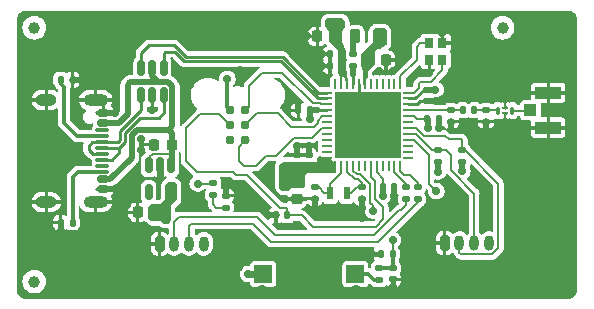
<source format=gbr>
%TF.GenerationSoftware,KiCad,Pcbnew,7.0.9*%
%TF.CreationDate,2024-03-07T22:07:38-08:00*%
%TF.ProjectId,stm32mc,73746d33-326d-4632-9e6b-696361645f70,rev?*%
%TF.SameCoordinates,PX2625a00PY510ff40*%
%TF.FileFunction,Copper,L1,Top*%
%TF.FilePolarity,Positive*%
%FSLAX46Y46*%
G04 Gerber Fmt 4.6, Leading zero omitted, Abs format (unit mm)*
G04 Created by KiCad (PCBNEW 7.0.9) date 2024-03-07 22:07:38*
%MOMM*%
%LPD*%
G01*
G04 APERTURE LIST*
G04 Aperture macros list*
%AMRoundRect*
0 Rectangle with rounded corners*
0 $1 Rounding radius*
0 $2 $3 $4 $5 $6 $7 $8 $9 X,Y pos of 4 corners*
0 Add a 4 corners polygon primitive as box body*
4,1,4,$2,$3,$4,$5,$6,$7,$8,$9,$2,$3,0*
0 Add four circle primitives for the rounded corners*
1,1,$1+$1,$2,$3*
1,1,$1+$1,$4,$5*
1,1,$1+$1,$6,$7*
1,1,$1+$1,$8,$9*
0 Add four rect primitives between the rounded corners*
20,1,$1+$1,$2,$3,$4,$5,0*
20,1,$1+$1,$4,$5,$6,$7,0*
20,1,$1+$1,$6,$7,$8,$9,0*
20,1,$1+$1,$8,$9,$2,$3,0*%
G04 Aperture macros list end*
%TA.AperFunction,ComponentPad*%
%ADD10C,0.700000*%
%TD*%
%TA.AperFunction,ComponentPad*%
%ADD11C,4.400000*%
%TD*%
%TA.AperFunction,SMDPad,CuDef*%
%ADD12C,1.000000*%
%TD*%
%TA.AperFunction,SMDPad,CuDef*%
%ADD13R,0.800000X0.900000*%
%TD*%
%TA.AperFunction,SMDPad,CuDef*%
%ADD14R,0.600000X1.100000*%
%TD*%
%TA.AperFunction,SMDPad,CuDef*%
%ADD15RoundRect,0.062500X0.062500X-0.375000X0.062500X0.375000X-0.062500X0.375000X-0.062500X-0.375000X0*%
%TD*%
%TA.AperFunction,SMDPad,CuDef*%
%ADD16RoundRect,0.062500X0.375000X-0.062500X0.375000X0.062500X-0.375000X0.062500X-0.375000X-0.062500X0*%
%TD*%
%TA.AperFunction,SMDPad,CuDef*%
%ADD17R,5.600000X5.600000*%
%TD*%
%TA.AperFunction,SMDPad,CuDef*%
%ADD18RoundRect,0.150000X-0.150000X0.512500X-0.150000X-0.512500X0.150000X-0.512500X0.150000X0.512500X0*%
%TD*%
%TA.AperFunction,SMDPad,CuDef*%
%ADD19RoundRect,0.150000X0.150000X-0.512500X0.150000X0.512500X-0.150000X0.512500X-0.150000X-0.512500X0*%
%TD*%
%TA.AperFunction,SMDPad,CuDef*%
%ADD20R,1.500000X1.500000*%
%TD*%
%TA.AperFunction,SMDPad,CuDef*%
%ADD21RoundRect,0.135000X-0.185000X0.135000X-0.185000X-0.135000X0.185000X-0.135000X0.185000X0.135000X0*%
%TD*%
%TA.AperFunction,SMDPad,CuDef*%
%ADD22RoundRect,0.135000X0.135000X0.185000X-0.135000X0.185000X-0.135000X-0.185000X0.135000X-0.185000X0*%
%TD*%
%TA.AperFunction,SMDPad,CuDef*%
%ADD23RoundRect,0.135000X0.185000X-0.135000X0.185000X0.135000X-0.185000X0.135000X-0.185000X-0.135000X0*%
%TD*%
%TA.AperFunction,SMDPad,CuDef*%
%ADD24RoundRect,0.135000X-0.135000X-0.185000X0.135000X-0.185000X0.135000X0.185000X-0.135000X0.185000X0*%
%TD*%
%TA.AperFunction,SMDPad,CuDef*%
%ADD25RoundRect,0.147500X-0.147500X-0.172500X0.147500X-0.172500X0.147500X0.172500X-0.147500X0.172500X0*%
%TD*%
%TA.AperFunction,SMDPad,CuDef*%
%ADD26RoundRect,0.218750X-0.218750X-0.381250X0.218750X-0.381250X0.218750X0.381250X-0.218750X0.381250X0*%
%TD*%
%TA.AperFunction,SMDPad,CuDef*%
%ADD27RoundRect,0.147500X0.172500X-0.147500X0.172500X0.147500X-0.172500X0.147500X-0.172500X-0.147500X0*%
%TD*%
%TA.AperFunction,SMDPad,CuDef*%
%ADD28R,1.050000X1.000000*%
%TD*%
%TA.AperFunction,SMDPad,CuDef*%
%ADD29R,2.200000X1.050000*%
%TD*%
%TA.AperFunction,ComponentPad*%
%ADD30O,0.800000X1.300000*%
%TD*%
%TA.AperFunction,ComponentPad*%
%ADD31RoundRect,0.200000X-0.200000X-0.450000X0.200000X-0.450000X0.200000X0.450000X-0.200000X0.450000X0*%
%TD*%
%TA.AperFunction,ConnectorPad*%
%ADD32C,0.787400*%
%TD*%
%TA.AperFunction,SMDPad,CuDef*%
%ADD33RoundRect,0.150000X-0.350000X0.150000X-0.350000X-0.150000X0.350000X-0.150000X0.350000X0.150000X0*%
%TD*%
%TA.AperFunction,SMDPad,CuDef*%
%ADD34RoundRect,0.075000X-0.500000X0.075000X-0.500000X-0.075000X0.500000X-0.075000X0.500000X0.075000X0*%
%TD*%
%TA.AperFunction,ComponentPad*%
%ADD35O,2.100000X1.000000*%
%TD*%
%TA.AperFunction,ComponentPad*%
%ADD36O,1.800000X1.000000*%
%TD*%
%TA.AperFunction,SMDPad,CuDef*%
%ADD37RoundRect,0.068750X-0.068750X-0.281250X0.068750X-0.281250X0.068750X0.281250X-0.068750X0.281250X0*%
%TD*%
%TA.AperFunction,SMDPad,CuDef*%
%ADD38RoundRect,0.061250X0.163750X0.061250X-0.163750X0.061250X-0.163750X-0.061250X0.163750X-0.061250X0*%
%TD*%
%TA.AperFunction,SMDPad,CuDef*%
%ADD39RoundRect,0.140000X-0.170000X0.140000X-0.170000X-0.140000X0.170000X-0.140000X0.170000X0.140000X0*%
%TD*%
%TA.AperFunction,SMDPad,CuDef*%
%ADD40RoundRect,0.225000X-0.225000X-0.250000X0.225000X-0.250000X0.225000X0.250000X-0.225000X0.250000X0*%
%TD*%
%TA.AperFunction,SMDPad,CuDef*%
%ADD41RoundRect,0.140000X0.140000X0.170000X-0.140000X0.170000X-0.140000X-0.170000X0.140000X-0.170000X0*%
%TD*%
%TA.AperFunction,SMDPad,CuDef*%
%ADD42RoundRect,0.225000X0.225000X0.250000X-0.225000X0.250000X-0.225000X-0.250000X0.225000X-0.250000X0*%
%TD*%
%TA.AperFunction,SMDPad,CuDef*%
%ADD43RoundRect,0.140000X0.170000X-0.140000X0.170000X0.140000X-0.170000X0.140000X-0.170000X-0.140000X0*%
%TD*%
%TA.AperFunction,SMDPad,CuDef*%
%ADD44RoundRect,0.140000X-0.140000X-0.170000X0.140000X-0.170000X0.140000X0.170000X-0.140000X0.170000X0*%
%TD*%
%TA.AperFunction,SMDPad,CuDef*%
%ADD45RoundRect,0.225000X-0.250000X0.225000X-0.250000X-0.225000X0.250000X-0.225000X0.250000X0.225000X0*%
%TD*%
%TA.AperFunction,ViaPad*%
%ADD46C,0.900000*%
%TD*%
%TA.AperFunction,ViaPad*%
%ADD47C,0.700000*%
%TD*%
%TA.AperFunction,Conductor*%
%ADD48C,0.190000*%
%TD*%
%TA.AperFunction,Conductor*%
%ADD49C,0.300000*%
%TD*%
%TA.AperFunction,Conductor*%
%ADD50C,0.220000*%
%TD*%
%TA.AperFunction,Conductor*%
%ADD51C,0.150000*%
%TD*%
%TA.AperFunction,Conductor*%
%ADD52C,0.200000*%
%TD*%
%TA.AperFunction,Conductor*%
%ADD53C,0.500000*%
%TD*%
%TA.AperFunction,Conductor*%
%ADD54C,0.250000*%
%TD*%
%TA.AperFunction,Conductor*%
%ADD55C,0.600000*%
%TD*%
%TA.AperFunction,Conductor*%
%ADD56C,0.400000*%
%TD*%
G04 APERTURE END LIST*
D10*
%TO.P,H4,1,1*%
%TO.N,GND*%
X46066726Y1916548D03*
X44900000Y4733274D03*
X43733274Y4250000D03*
X43250000Y3083274D03*
X46066726Y4250000D03*
X43733274Y1916548D03*
X44900000Y1433274D03*
D11*
X44900000Y3083274D03*
D10*
X46550000Y3083274D03*
%TD*%
%TO.P,H3,1,1*%
%TO.N,GND*%
X8016726Y1933274D03*
X6850000Y4750000D03*
X5683274Y4266726D03*
X5200000Y3100000D03*
X8016726Y4266726D03*
X5683274Y1933274D03*
X6850000Y1450000D03*
D11*
X6850000Y3100000D03*
D10*
X8500000Y3100000D03*
%TD*%
%TO.P,H2,1,1*%
%TO.N,GND*%
X8016726Y20666548D03*
X6850000Y23483274D03*
X5683274Y23000000D03*
X5200000Y21833274D03*
X8016726Y23000000D03*
X5683274Y20666548D03*
X6850000Y20183274D03*
D11*
X6850000Y21833274D03*
D10*
X8500000Y21833274D03*
%TD*%
%TO.P,H1,1,1*%
%TO.N,GND*%
X46733274Y22100000D03*
D11*
X45083274Y22100000D03*
D10*
X45083274Y20450000D03*
X43916548Y20933274D03*
X46250000Y23266726D03*
X43433274Y22100000D03*
X43916548Y23266726D03*
X45083274Y23750000D03*
X46250000Y20933274D03*
%TD*%
D12*
%TO.P,FM3,*%
%TO.N,*%
X1750000Y1750000D03*
%TD*%
%TO.P,FM2,*%
%TO.N,*%
X41400000Y23250000D03*
%TD*%
%TO.P,FM1,*%
%TO.N,*%
X1750000Y23250000D03*
%TD*%
D13*
%TO.P,X2,1,1*%
%TO.N,/HSE_OUT*%
X36300000Y20550000D03*
%TO.P,X2,2,2*%
%TO.N,GND*%
X36300000Y21950000D03*
%TO.P,X2,3,3*%
%TO.N,/HSE_IN*%
X35200000Y21950000D03*
%TO.P,X2,4,4*%
%TO.N,GND*%
X35200000Y20550000D03*
%TD*%
D14*
%TO.P,X1,1,1*%
%TO.N,/LSE_OUT*%
X28200000Y9250000D03*
%TO.P,X1,2,2*%
%TO.N,/LSE_IN*%
X26800000Y9250000D03*
%TD*%
D15*
%TO.P,U3,1,VBAT*%
%TO.N,+3.3V*%
X27250000Y11562500D03*
%TO.P,U3,2,PC14*%
%TO.N,/LSE_IN*%
X27750000Y11562500D03*
%TO.P,U3,3,PC15*%
%TO.N,/LSE_OUT*%
X28250000Y11562500D03*
%TO.P,U3,4,PH3*%
%TO.N,/BOOT0*%
X28750000Y11562500D03*
%TO.P,U3,5,PB8*%
%TO.N,unconnected-(U3-PB8-Pad5)*%
X29250000Y11562500D03*
%TO.P,U3,6,PB9*%
%TO.N,unconnected-(U3-PB9-Pad6)*%
X29750000Y11562500D03*
%TO.P,U3,7,NRST*%
%TO.N,/SWD_NRST*%
X30250000Y11562500D03*
%TO.P,U3,8,VDDA*%
%TO.N,+3.3V*%
X30750000Y11562500D03*
%TO.P,U3,9,PA0*%
%TO.N,unconnected-(U3-PA0-Pad9)*%
X31250000Y11562500D03*
%TO.P,U3,10,PA1*%
%TO.N,unconnected-(U3-PA1-Pad10)*%
X31750000Y11562500D03*
%TO.P,U3,11,PA2*%
%TO.N,/UART_TX*%
X32250000Y11562500D03*
%TO.P,U3,12,PA3*%
%TO.N,/UART_RX*%
X32750000Y11562500D03*
D16*
%TO.P,U3,13,PA4*%
%TO.N,unconnected-(U3-PA4-Pad13)*%
X33437500Y12250000D03*
%TO.P,U3,14,PA5*%
%TO.N,unconnected-(U3-PA5-Pad14)*%
X33437500Y12750000D03*
%TO.P,U3,15,PA6*%
%TO.N,unconnected-(U3-PA6-Pad15)*%
X33437500Y13250000D03*
%TO.P,U3,16,PA7*%
%TO.N,/LED_A*%
X33437500Y13750000D03*
%TO.P,U3,17,PA8*%
%TO.N,/I2C_SDA*%
X33437500Y14250000D03*
%TO.P,U3,18,PA9*%
%TO.N,/I2C_SCL*%
X33437500Y14750000D03*
%TO.P,U3,19,PB2*%
%TO.N,unconnected-(U3-PB2-Pad19)*%
X33437500Y15250000D03*
%TO.P,U3,20,VDD*%
%TO.N,+3.3V*%
X33437500Y15750000D03*
%TO.P,U3,21,RF1*%
%TO.N,/RF*%
X33437500Y16250000D03*
%TO.P,U3,22,VSSRF*%
%TO.N,GND*%
X33437500Y16750000D03*
%TO.P,U3,23,VDDRF*%
%TO.N,+3.3V*%
X33437500Y17250000D03*
%TO.P,U3,24,OSC_OUT*%
%TO.N,/HSE_OUT*%
X33437500Y17750000D03*
D15*
%TO.P,U3,25,OSC_IN*%
%TO.N,/HSE_IN*%
X32750000Y18437500D03*
%TO.P,U3,26,AT0*%
%TO.N,unconnected-(U3-AT0-Pad26)*%
X32250000Y18437500D03*
%TO.P,U3,27,AT1*%
%TO.N,unconnected-(U3-AT1-Pad27)*%
X31750000Y18437500D03*
%TO.P,U3,28,PB0*%
%TO.N,unconnected-(U3-PB0-Pad28)*%
X31250000Y18437500D03*
%TO.P,U3,29,PB1*%
%TO.N,unconnected-(U3-PB1-Pad29)*%
X30750000Y18437500D03*
%TO.P,U3,30,PE4*%
%TO.N,unconnected-(U3-PE4-Pad30)*%
X30250000Y18437500D03*
%TO.P,U3,31,VFBSMPS*%
%TO.N,/SMPS_FB*%
X29750000Y18437500D03*
%TO.P,U3,32,VSSSMPS*%
%TO.N,GND*%
X29250000Y18437500D03*
%TO.P,U3,33,VLXSMPS*%
%TO.N,/SMPS_LX*%
X28750000Y18437500D03*
%TO.P,U3,34,VDDSMPS*%
%TO.N,+3.3V*%
X28250000Y18437500D03*
%TO.P,U3,35,VDD*%
X27750000Y18437500D03*
%TO.P,U3,36,PA10*%
%TO.N,unconnected-(U3-PA10-Pad36)*%
X27250000Y18437500D03*
D16*
%TO.P,U3,37,PA11*%
%TO.N,/USB_D-*%
X26562500Y17750000D03*
%TO.P,U3,38,PA12*%
%TO.N,/USB_D+*%
X26562500Y17250000D03*
%TO.P,U3,39,PA13*%
%TO.N,/SWD_DIO*%
X26562500Y16750000D03*
%TO.P,U3,40,VDDUSB*%
%TO.N,+3.3V*%
X26562500Y16250000D03*
%TO.P,U3,41,PA14*%
%TO.N,/SWD_CLK*%
X26562500Y15750000D03*
%TO.P,U3,42,PA15*%
%TO.N,unconnected-(U3-PA15-Pad42)*%
X26562500Y15250000D03*
%TO.P,U3,43,PB3*%
%TO.N,/SWD_TRC*%
X26562500Y14750000D03*
%TO.P,U3,44,PB4*%
%TO.N,unconnected-(U3-PB4-Pad44)*%
X26562500Y14250000D03*
%TO.P,U3,45,PB5*%
%TO.N,unconnected-(U3-PB5-Pad45)*%
X26562500Y13750000D03*
%TO.P,U3,46,PB6*%
%TO.N,unconnected-(U3-PB6-Pad46)*%
X26562500Y13250000D03*
%TO.P,U3,47,PB7*%
%TO.N,unconnected-(U3-PB7-Pad47)*%
X26562500Y12750000D03*
%TO.P,U3,48,VDD*%
%TO.N,+3.3V*%
X26562500Y12250000D03*
D17*
%TO.P,U3,49,VSS*%
%TO.N,GND*%
X30000000Y15000000D03*
%TD*%
D18*
%TO.P,U2,1,VIN*%
%TO.N,+5V*%
X13350000Y11600000D03*
%TO.P,U2,2,GND*%
%TO.N,GND*%
X12400000Y11600000D03*
%TO.P,U2,3,EN*%
%TO.N,+5V*%
X11450000Y11600000D03*
%TO.P,U2,4,NC*%
%TO.N,unconnected-(U2-NC-Pad4)*%
X11450000Y9325000D03*
%TO.P,U2,5,VOUT*%
%TO.N,+3.3V*%
X13350000Y9325000D03*
%TD*%
D19*
%TO.P,U1,1,I/O1*%
%TO.N,/USBC_D-*%
X10800000Y17525000D03*
%TO.P,U1,2,GND*%
%TO.N,GND*%
X11750000Y17525000D03*
%TO.P,U1,3,I/O2*%
%TO.N,/USBC_D+*%
X12700000Y17525000D03*
%TO.P,U1,4,I/O2*%
%TO.N,/USB_D+*%
X12700000Y19800000D03*
%TO.P,U1,5,VBUS*%
%TO.N,+5V*%
X11750000Y19800000D03*
%TO.P,U1,6,I/O1*%
%TO.N,/USB_D-*%
X10800000Y19800000D03*
%TD*%
D20*
%TO.P,SW1,2,2*%
%TO.N,+3.3V*%
X21150000Y2400000D03*
%TO.P,SW1,1,1*%
%TO.N,/BSW*%
X28950000Y2400000D03*
%TD*%
D21*
%TO.P,R9,2*%
%TO.N,/BSW*%
X30950000Y1890000D03*
%TO.P,R9,1*%
%TO.N,/BOOT0*%
X30950000Y2910000D03*
%TD*%
D22*
%TO.P,R8,2*%
%TO.N,GND*%
X31080000Y4100000D03*
%TO.P,R8,1*%
%TO.N,/BOOT0*%
X32100000Y4100000D03*
%TD*%
D23*
%TO.P,R7,1*%
%TO.N,+3.3V*%
X38000000Y11840000D03*
%TO.P,R7,2*%
%TO.N,/I2C_SCL*%
X38000000Y12860000D03*
%TD*%
%TO.P,R6,1*%
%TO.N,/UART_RXC*%
X34250000Y8730000D03*
%TO.P,R6,2*%
%TO.N,/UART_RX*%
X34250000Y9750000D03*
%TD*%
%TO.P,R5,2*%
%TO.N,/UART_TX*%
X33250000Y9760000D03*
%TO.P,R5,1*%
%TO.N,/UART_TXC*%
X33250000Y8740000D03*
%TD*%
D21*
%TO.P,R4,1*%
%TO.N,/I2C_SDA*%
X35950000Y12860000D03*
%TO.P,R4,2*%
%TO.N,+3.3V*%
X35950000Y11840000D03*
%TD*%
%TO.P,R3,2*%
%TO.N,/LED_C*%
X17960000Y8010000D03*
%TO.P,R3,1*%
%TO.N,GND*%
X17960000Y9030000D03*
%TD*%
D24*
%TO.P,R2,1*%
%TO.N,/USBC_CC1*%
X3990000Y18850000D03*
%TO.P,R2,2*%
%TO.N,GND*%
X5010000Y18850000D03*
%TD*%
D22*
%TO.P,R1,1*%
%TO.N,/USBC_CC2*%
X5010000Y6750000D03*
%TO.P,R1,2*%
%TO.N,GND*%
X3990000Y6750000D03*
%TD*%
D25*
%TO.P,L3,1,1*%
%TO.N,/RF*%
X38030000Y16250000D03*
%TO.P,L3,2,2*%
%TO.N,/RF_MATCH*%
X39000000Y16250000D03*
%TD*%
D26*
%TO.P,L2,1,1*%
%TO.N,/SMPS_LXL*%
X28937500Y22500000D03*
%TO.P,L2,2,2*%
%TO.N,/SMPS_FB*%
X31062500Y22500000D03*
%TD*%
D27*
%TO.P,L1,2,2*%
%TO.N,/SMPS_LXL*%
X28750000Y20985000D03*
%TO.P,L1,1,1*%
%TO.N,/SMPS_LX*%
X28750000Y20015000D03*
%TD*%
D28*
%TO.P,J5,1,In*%
%TO.N,/RF_ANT*%
X43750000Y16250000D03*
D29*
%TO.P,J5,2,Ext*%
%TO.N,GND*%
X45275000Y14775000D03*
X45275000Y17725000D03*
%TD*%
D30*
%TO.P,J4,4,Pin_4*%
%TO.N,+3.3V*%
X40250000Y5000000D03*
%TO.P,J4,3,Pin_3*%
%TO.N,/I2C_SDA*%
X39000000Y5000000D03*
%TO.P,J4,2,Pin_2*%
%TO.N,/I2C_SCL*%
X37750000Y5000000D03*
D31*
%TO.P,J4,1,Pin_1*%
%TO.N,GND*%
X36500000Y5000000D03*
%TD*%
%TO.P,J3,1,Pin_1*%
%TO.N,GND*%
X12375000Y4950000D03*
D30*
%TO.P,J3,2,Pin_2*%
%TO.N,/UART_TXC*%
X13625000Y4950000D03*
%TO.P,J3,3,Pin_3*%
%TO.N,/UART_RXC*%
X14875000Y4950000D03*
%TO.P,J3,4,Pin_4*%
%TO.N,+3.3V*%
X16125000Y4950000D03*
%TD*%
D32*
%TO.P,J2,6,SWO*%
%TO.N,/SWD_TRC*%
X19635000Y13730000D03*
%TO.P,J2,5,GND*%
%TO.N,GND*%
X18365000Y13730000D03*
%TO.P,J2,4,SWCLK*%
%TO.N,/SWD_CLK*%
X19635000Y15000000D03*
%TO.P,J2,3,~{RESET}*%
%TO.N,/SWD_NRST*%
X18365000Y15000000D03*
%TO.P,J2,2,SWDIO*%
%TO.N,/SWD_DIO*%
X19635000Y16270000D03*
%TO.P,J2,1,VCC*%
%TO.N,+3.3V*%
X18365000Y16270000D03*
%TD*%
D33*
%TO.P,J1,A1,GND*%
%TO.N,GND*%
X7605000Y16000000D03*
%TO.P,J1,A4,VBUS*%
%TO.N,+5V*%
X7605000Y15200000D03*
D34*
%TO.P,J1,A5,CC1*%
%TO.N,/USBC_CC1*%
X7530000Y14050000D03*
%TO.P,J1,A6,D+*%
%TO.N,/USBC_D+*%
X7530000Y13050000D03*
%TO.P,J1,A7,D-*%
%TO.N,/USBC_D-*%
X7530000Y12550000D03*
%TO.P,J1,A8,SBU1*%
%TO.N,unconnected-(J1-SBU1-PadA8)*%
X7530000Y11550000D03*
D33*
%TO.P,J1,A9,VBUS*%
%TO.N,+5V*%
X7605000Y10400000D03*
%TO.P,J1,A12,GND*%
%TO.N,GND*%
X7605000Y9600000D03*
%TO.P,J1,B1,GND*%
X7605000Y9600000D03*
%TO.P,J1,B4,VBUS*%
%TO.N,+5V*%
X7605000Y10400000D03*
D34*
%TO.P,J1,B5,CC2*%
%TO.N,/USBC_CC2*%
X7530000Y11050000D03*
%TO.P,J1,B6,D+*%
%TO.N,/USBC_D+*%
X7530000Y12050000D03*
%TO.P,J1,B7,D-*%
%TO.N,/USBC_D-*%
X7530000Y13550000D03*
%TO.P,J1,B8,SBU2*%
%TO.N,unconnected-(J1-SBU2-PadB8)*%
X7530000Y14550000D03*
D33*
%TO.P,J1,B9,VBUS*%
%TO.N,+5V*%
X7605000Y15200000D03*
%TO.P,J1,B12,GND*%
%TO.N,GND*%
X7605000Y16000000D03*
D35*
%TO.P,J1,S1,SHIELD*%
X6955000Y17120000D03*
D36*
X2775000Y17120000D03*
D35*
X6955000Y8480000D03*
D36*
X2775000Y8480000D03*
%TD*%
D37*
%TO.P,FLT1,1,IN*%
%TO.N,/RF_MATCH*%
X41000000Y16227500D03*
D38*
%TO.P,FLT1,2,GND*%
%TO.N,GND*%
X41612500Y16000000D03*
D37*
%TO.P,FLT1,3,OUT*%
%TO.N,/RF_ANT*%
X42225000Y16227500D03*
D38*
%TO.P,FLT1,4,GND*%
%TO.N,GND*%
X41612500Y16455000D03*
%TD*%
D27*
%TO.P,D1,1,K*%
%TO.N,/LED_C*%
X16900000Y9100000D03*
%TO.P,D1,2,A*%
%TO.N,/LED_A*%
X16900000Y10070000D03*
%TD*%
D39*
%TO.P,C19,1*%
%TO.N,/BOOT0*%
X32150000Y2900000D03*
%TO.P,C19,2*%
%TO.N,GND*%
X32150000Y1940000D03*
%TD*%
%TO.P,C18,1*%
%TO.N,/LSE_IN*%
X25500000Y9730000D03*
%TO.P,C18,2*%
%TO.N,GND*%
X25500000Y8770000D03*
%TD*%
%TO.P,C17,1*%
%TO.N,/LSE_OUT*%
X29500000Y9730000D03*
%TO.P,C17,2*%
%TO.N,GND*%
X29500000Y8770000D03*
%TD*%
%TO.P,C16,1*%
%TO.N,/RF_MATCH*%
X40015000Y16250000D03*
%TO.P,C16,2*%
%TO.N,GND*%
X40015000Y15290000D03*
%TD*%
%TO.P,C15,1*%
%TO.N,/RF*%
X37015000Y16250000D03*
%TO.P,C15,2*%
%TO.N,GND*%
X37015000Y15290000D03*
%TD*%
D40*
%TO.P,C14,1*%
%TO.N,/SMPS_FB*%
X29975000Y20500000D03*
%TO.P,C14,2*%
%TO.N,GND*%
X31525000Y20500000D03*
%TD*%
D41*
%TO.P,C13,2*%
%TO.N,GND*%
X22220000Y7350000D03*
%TO.P,C13,1*%
%TO.N,/SWD_NRST*%
X23180000Y7350000D03*
%TD*%
D39*
%TO.P,C12,1*%
%TO.N,+3.3V*%
X35000000Y17980000D03*
%TO.P,C12,2*%
%TO.N,GND*%
X35000000Y17020000D03*
%TD*%
D41*
%TO.P,C11,1*%
%TO.N,+3.3V*%
X27750000Y21000000D03*
%TO.P,C11,2*%
%TO.N,GND*%
X26790000Y21000000D03*
%TD*%
D42*
%TO.P,C10,1*%
%TO.N,+3.3V*%
X27275000Y22500000D03*
%TO.P,C10,2*%
%TO.N,GND*%
X25725000Y22500000D03*
%TD*%
D43*
%TO.P,C9,1*%
%TO.N,+3.3V*%
X25000000Y11520000D03*
%TO.P,C9,2*%
%TO.N,GND*%
X25000000Y12480000D03*
%TD*%
D44*
%TO.P,C8,1*%
%TO.N,+3.3V*%
X35020000Y15500000D03*
%TO.P,C8,2*%
%TO.N,GND*%
X35980000Y15500000D03*
%TD*%
D41*
%TO.P,C7,1*%
%TO.N,+3.3V*%
X27750000Y20000000D03*
%TO.P,C7,2*%
%TO.N,GND*%
X26790000Y20000000D03*
%TD*%
D43*
%TO.P,C6,1*%
%TO.N,+3.3V*%
X24000000Y11520000D03*
%TO.P,C6,2*%
%TO.N,GND*%
X24000000Y12480000D03*
%TD*%
D44*
%TO.P,C5,1*%
%TO.N,+3.3V*%
X31270000Y9750000D03*
%TO.P,C5,2*%
%TO.N,GND*%
X32230000Y9750000D03*
%TD*%
D41*
%TO.P,C4,1*%
%TO.N,+3.3V*%
X25080000Y16250000D03*
%TO.P,C4,2*%
%TO.N,GND*%
X24120000Y16250000D03*
%TD*%
D45*
%TO.P,C3,2*%
%TO.N,GND*%
X24000000Y8725000D03*
%TO.P,C3,1*%
%TO.N,+3.3V*%
X24000000Y10275000D03*
%TD*%
D42*
%TO.P,C2,2*%
%TO.N,GND*%
X10500000Y7600000D03*
%TO.P,C2,1*%
%TO.N,+3.3V*%
X12050000Y7600000D03*
%TD*%
%TO.P,C1,1*%
%TO.N,+5V*%
X13400000Y13350000D03*
%TO.P,C1,2*%
%TO.N,GND*%
X11850000Y13350000D03*
%TD*%
D46*
%TO.N,GND*%
X14800000Y8400000D03*
X39800000Y10000000D03*
X19200000Y19600000D03*
X19000000Y5000000D03*
X19000000Y3000000D03*
X21500000Y11000000D03*
X37000000Y8000000D03*
X8000000Y7000000D03*
X10000000Y5000000D03*
X10000000Y3000000D03*
X12000000Y3000000D03*
X14000000Y3000000D03*
X16000000Y3000000D03*
X10000000Y22000000D03*
X22000000Y22000000D03*
X20000000Y22000000D03*
X18000000Y22000000D03*
X16000000Y22000000D03*
X5000000Y24000000D03*
X3000000Y24000000D03*
X3000000Y22000000D03*
X3000000Y20000000D03*
X1000000Y20000000D03*
X1000000Y18000000D03*
X1000000Y16000000D03*
X1000000Y14000000D03*
X1000000Y12000000D03*
X1000000Y10000000D03*
X1000000Y8000000D03*
X2000000Y5000000D03*
X4000000Y5000000D03*
X4000000Y3000000D03*
X4000000Y1000000D03*
X9000000Y1000000D03*
X11000000Y1000000D03*
X13000000Y1000000D03*
X15000000Y1000000D03*
X17000000Y1000000D03*
X19000000Y1000000D03*
X21000000Y1000000D03*
X23000000Y1000000D03*
X25000000Y1000000D03*
X27000000Y1000000D03*
X29000000Y1000000D03*
X33000000Y1000000D03*
X35000000Y1000000D03*
X37000000Y1000000D03*
X39000000Y1000000D03*
X41000000Y1000000D03*
X43000000Y1000000D03*
X43000000Y6000000D03*
X43000000Y8000000D03*
X43000000Y10000000D03*
X45000000Y10000000D03*
X45000000Y8000000D03*
X45000000Y6000000D03*
X47000000Y6000000D03*
X47000000Y8000000D03*
X47000000Y10000000D03*
X47000000Y12000000D03*
X39000000Y22000000D03*
X40000000Y24000000D03*
X38000000Y24000000D03*
X36000000Y24000000D03*
X34000000Y24000000D03*
X32000000Y24000000D03*
X30000000Y24000000D03*
X25000000Y24000000D03*
X23000000Y24000000D03*
X21000000Y24000000D03*
X19000000Y24000000D03*
X17000000Y24000000D03*
X15000000Y24000000D03*
X13000000Y24000000D03*
X11000000Y24000000D03*
X9000000Y24000000D03*
D47*
%TO.N,+3.3V*%
X18100000Y18900000D03*
X19850000Y2400000D03*
%TO.N,GND*%
X29500000Y7100000D03*
%TO.N,/LED_A*%
X15600000Y10050000D03*
X35800000Y9400000D03*
%TO.N,/BOOT0*%
X32100000Y5250000D03*
X30450000Y7750000D03*
%TO.N,+3.3V*%
X12925000Y7050000D03*
X12925000Y8050000D03*
%TO.N,GND*%
X46350000Y13600000D03*
X44300000Y13600000D03*
X44150000Y19000000D03*
X46250000Y19000000D03*
X8550000Y16000000D03*
X8600000Y9600000D03*
X11750000Y16300000D03*
%TO.N,+3.3V*%
X38000000Y11115000D03*
X35950000Y11065000D03*
X23000000Y10800000D03*
X23000000Y9850000D03*
X35050000Y14750000D03*
X26750000Y23650000D03*
X27700000Y23650000D03*
X31250000Y9000000D03*
X25100000Y15515000D03*
X35720000Y18000000D03*
%TO.N,GND*%
X36300000Y22800000D03*
X35200000Y19450000D03*
X28900000Y13850000D03*
X31200000Y13850000D03*
X30050000Y12900000D03*
X31300000Y16100000D03*
X28800000Y16100000D03*
X32100000Y14950000D03*
X32150000Y12950000D03*
X27950000Y12900000D03*
X27900000Y14900000D03*
X27850000Y17150000D03*
X32200000Y17200000D03*
X29950000Y17200000D03*
X32100000Y19600000D03*
X30950000Y19600000D03*
X30340000Y4100000D03*
X32160000Y1270000D03*
X9625000Y6900000D03*
X9625000Y8200000D03*
X10800000Y12900000D03*
X10800000Y13800000D03*
X12400000Y10450000D03*
X23000000Y8700000D03*
X45300000Y13600000D03*
X45200000Y19000000D03*
X41600000Y17200000D03*
X41600000Y15300000D03*
X24850000Y22500000D03*
X35980000Y14745000D03*
X3980000Y5995000D03*
X5745000Y18840000D03*
X17950000Y9755000D03*
X21515000Y7350000D03*
X24100000Y16985000D03*
X26100000Y20000000D03*
X26100000Y21050000D03*
X35735000Y17050000D03*
X40000000Y14565000D03*
X37000000Y14565000D03*
X29500000Y8015000D03*
X32250000Y9015000D03*
X25500000Y8015000D03*
X25000000Y13235000D03*
X24000000Y13250000D03*
%TD*%
D48*
%TO.N,/SWD_NRST*%
X17415000Y15950000D02*
X18365000Y15000000D01*
X15800000Y15950000D02*
X17415000Y15950000D01*
X14600000Y11950000D02*
X14600000Y14750000D01*
X15500000Y11050000D02*
X14600000Y11950000D01*
X18550000Y11050000D02*
X15500000Y11050000D01*
X18800000Y10800000D02*
X18550000Y11050000D01*
X22593916Y8000000D02*
X19793916Y10800000D01*
X23180000Y7865000D02*
X23045000Y8000000D01*
X23045000Y8000000D02*
X22593916Y8000000D01*
X14600000Y14750000D02*
X15800000Y15950000D01*
X23180000Y7350000D02*
X23180000Y7865000D01*
X19793916Y10800000D02*
X18800000Y10800000D01*
%TO.N,/HSE_IN*%
X32750000Y19150000D02*
X32750000Y18437500D01*
X34150000Y21650000D02*
X34150000Y20550000D01*
X34150000Y20550000D02*
X32750000Y19150000D01*
X34450000Y21950000D02*
X34150000Y21650000D01*
X35200000Y21950000D02*
X34450000Y21950000D01*
%TO.N,/UART_TXC*%
X13625000Y6825000D02*
X13625000Y4950000D01*
X20650000Y7200000D02*
X14000000Y7200000D01*
X30550000Y5700000D02*
X22150000Y5700000D01*
X32650000Y7800000D02*
X30550000Y5700000D01*
X22150000Y5700000D02*
X20650000Y7200000D01*
X32800000Y7800000D02*
X32650000Y7800000D01*
X33250000Y8740000D02*
X33250000Y8250000D01*
X33250000Y8250000D02*
X32800000Y7800000D01*
X14000000Y7200000D02*
X13625000Y6825000D01*
%TO.N,/I2C_SCL*%
X37750000Y4200000D02*
X37750000Y5000000D01*
X41050000Y10050000D02*
X41050000Y4567122D01*
X38240000Y12860000D02*
X41050000Y10050000D01*
X40537878Y4055000D02*
X37895000Y4055000D01*
X38000000Y12860000D02*
X38240000Y12860000D01*
X41050000Y4567122D02*
X40537878Y4055000D01*
X37895000Y4055000D02*
X37750000Y4200000D01*
D49*
%TO.N,/USBC_CC1*%
X4250000Y18200000D02*
X3990000Y18460000D01*
X4250000Y15200000D02*
X4250000Y18200000D01*
X3990000Y18460000D02*
X3990000Y18850000D01*
X5400000Y14050000D02*
X4250000Y15200000D01*
X7530000Y14050000D02*
X5400000Y14050000D01*
D50*
%TO.N,/USBC_D+*%
X8300000Y12050000D02*
X8950000Y12700000D01*
X8950000Y12700000D02*
X8950000Y13050000D01*
X7530000Y12050000D02*
X8300000Y12050000D01*
D51*
%TO.N,/SWD_DIO*%
X19900000Y16535000D02*
X19635000Y16270000D01*
X21050000Y19450000D02*
X19900000Y18300000D01*
X25315000Y16835000D02*
X22700000Y19450000D01*
X22700000Y19450000D02*
X21050000Y19450000D01*
X25957462Y16835000D02*
X25315000Y16835000D01*
X26046231Y16746231D02*
X25957462Y16835000D01*
X26050000Y16750000D02*
X26046231Y16746231D01*
X19900000Y18300000D02*
X19900000Y16535000D01*
X26562500Y16750000D02*
X26050000Y16750000D01*
X26562500Y16750000D02*
X26537500Y16775000D01*
D48*
%TO.N,/SWD_TRC*%
X19050000Y12000000D02*
X19050000Y13145000D01*
X20550000Y11550000D02*
X19500000Y11550000D01*
X21400000Y12400000D02*
X20550000Y11550000D01*
X26562500Y14750000D02*
X26117686Y14750000D01*
X19050000Y13145000D02*
X19635000Y13730000D01*
X26117686Y14750000D02*
X25262686Y13895000D01*
X23732832Y13895000D02*
X22237832Y12400000D01*
X25262686Y13895000D02*
X23732832Y13895000D01*
X22237832Y12400000D02*
X21400000Y12400000D01*
X19500000Y11550000D02*
X19050000Y12000000D01*
X19970000Y13730000D02*
X19635000Y13730000D01*
%TO.N,/LSE_IN*%
X26800000Y10000000D02*
X26800000Y9250000D01*
X27750000Y10950000D02*
X26800000Y10000000D01*
X27750000Y11562500D02*
X27750000Y10950000D01*
%TO.N,/LSE_OUT*%
X28600000Y9250000D02*
X28200000Y9250000D01*
X29500000Y9730000D02*
X29080000Y9730000D01*
X29080000Y9730000D02*
X28600000Y9250000D01*
%TO.N,/BOOT0*%
X29370000Y10830000D02*
X29037686Y10830000D01*
X28750000Y11117686D02*
X28750000Y11562500D01*
X30215000Y8435000D02*
X30215000Y9985000D01*
X30215000Y9985000D02*
X29370000Y10830000D01*
X30450000Y7750000D02*
X30450000Y8200000D01*
X30450000Y8200000D02*
X30215000Y8435000D01*
X29037686Y10830000D02*
X28750000Y11117686D01*
%TO.N,/LSE_OUT*%
X29500000Y10107520D02*
X29500000Y9730000D01*
X29167520Y10440000D02*
X29500000Y10107520D01*
X28876142Y10440000D02*
X29167520Y10440000D01*
X28250000Y11066142D02*
X28876142Y10440000D01*
X28250000Y11562500D02*
X28250000Y11066142D01*
%TO.N,/LSE_IN*%
X25820000Y9730000D02*
X25500000Y9730000D01*
X26300000Y9250000D02*
X25820000Y9730000D01*
X26800000Y9250000D02*
X26300000Y9250000D01*
%TO.N,/SWD_NRST*%
X24380000Y7350000D02*
X23180000Y7350000D01*
X25330000Y6400000D02*
X24380000Y7350000D01*
X31300000Y8050000D02*
X31300000Y7025000D01*
X31287832Y8050000D02*
X31300000Y8050000D01*
X31300000Y7025000D02*
X30675000Y6400000D01*
X30675000Y6400000D02*
X25330000Y6400000D01*
X30605000Y8732832D02*
X31287832Y8050000D01*
X30605000Y10249532D02*
X30605000Y8732832D01*
X30250000Y10604532D02*
X30605000Y10249532D01*
X30250000Y11562500D02*
X30250000Y10604532D01*
D50*
%TO.N,/USB_D+*%
X12700000Y21100000D02*
X12700000Y19800000D01*
X13638370Y21200000D02*
X12800000Y21200000D01*
X14423370Y20415000D02*
X13638370Y21200000D01*
X22623370Y20415000D02*
X14423370Y20415000D01*
X25788370Y17250000D02*
X22623370Y20415000D01*
X26562500Y17250000D02*
X25788370Y17250000D01*
X12800000Y21200000D02*
X12700000Y21100000D01*
D49*
%TO.N,+3.3V*%
X18080000Y16555000D02*
X18365000Y16270000D01*
X18080000Y18880000D02*
X18080000Y16555000D01*
X18100000Y18900000D02*
X18080000Y18880000D01*
D50*
%TO.N,/USB_D-*%
X10800000Y21100000D02*
X10800000Y19800000D01*
X11456081Y21756081D02*
X10800000Y21100000D01*
X22776630Y20785000D02*
X14576630Y20785000D01*
X14576630Y20785000D02*
X13605549Y21756081D01*
X25811630Y17750000D02*
X22776630Y20785000D01*
X13605549Y21756081D02*
X11456081Y21756081D01*
X26562500Y17750000D02*
X25811630Y17750000D01*
D51*
%TO.N,GND*%
X41612500Y15412500D02*
X41612500Y16000000D01*
X41600000Y15400000D02*
X41612500Y15412500D01*
X41600000Y15300000D02*
X41600000Y15400000D01*
X41600000Y16467500D02*
X41612500Y16455000D01*
X41600000Y17200000D02*
X41600000Y16467500D01*
X11750000Y16300000D02*
X11750000Y17525000D01*
D52*
%TO.N,+3.3V*%
X31290468Y10468146D02*
X31290468Y9770468D01*
X30750000Y11008614D02*
X31290468Y10468146D01*
X31290468Y9770468D02*
X31270000Y9750000D01*
X30750000Y11562500D02*
X30750000Y11008614D01*
D53*
X31250000Y9730000D02*
X31270000Y9750000D01*
X31250000Y9000000D02*
X31250000Y9730000D01*
D54*
X34000000Y17250000D02*
X33437500Y17250000D01*
D52*
X33889386Y15750000D02*
X34139386Y15500000D01*
X33437500Y15750000D02*
X33889386Y15750000D01*
X34139386Y15500000D02*
X35020000Y15500000D01*
D53*
X25800000Y16250000D02*
X25080000Y16250000D01*
D54*
X25800000Y16250000D02*
X26562500Y16250000D01*
D53*
%TO.N,GND*%
X8550000Y16000000D02*
X7530000Y16000000D01*
X8600000Y9600000D02*
X7530000Y9600000D01*
D48*
%TO.N,/HSE_OUT*%
X34300000Y18143970D02*
X33906030Y17750000D01*
X33906030Y17750000D02*
X33437500Y17750000D01*
X34450000Y18650000D02*
X34300000Y18500000D01*
X35312168Y18650000D02*
X34450000Y18650000D01*
X36300000Y19637832D02*
X35312168Y18650000D01*
X36300000Y20550000D02*
X36300000Y19637832D01*
X34300000Y18500000D02*
X34300000Y18143970D01*
D54*
%TO.N,+3.3V*%
X34730000Y17980000D02*
X35000000Y17980000D01*
X34000000Y17250000D02*
X34730000Y17980000D01*
%TO.N,GND*%
X34420000Y17020000D02*
X35000000Y17020000D01*
X34150000Y16750000D02*
X34420000Y17020000D01*
X33437500Y16750000D02*
X34150000Y16750000D01*
D55*
%TO.N,+3.3V*%
X19850000Y2400000D02*
X21150000Y2400000D01*
D48*
%TO.N,+5V*%
X13370000Y12580000D02*
X13400000Y12550000D01*
X11450000Y12262499D02*
X11767501Y12580000D01*
D53*
X13400000Y12550000D02*
X13400000Y11650000D01*
D48*
X11767501Y12580000D02*
X13370000Y12580000D01*
D53*
X13400000Y13350000D02*
X13400000Y12550000D01*
D48*
X11450000Y11600000D02*
X11450000Y12262499D01*
D55*
%TO.N,GND*%
X12400000Y11600000D02*
X12400000Y10450000D01*
D53*
%TO.N,+5V*%
X13400000Y11650000D02*
X13350000Y11600000D01*
X8931371Y15200000D02*
X7530000Y15200000D01*
X9650000Y15918629D02*
X8931371Y15200000D01*
X9650000Y18400000D02*
X9650000Y15918629D01*
D50*
%TO.N,/USBC_D-*%
X9050000Y13750000D02*
X8850000Y13550000D01*
X10800000Y16250000D02*
X9050000Y14500000D01*
X9050000Y14500000D02*
X9050000Y13750000D01*
X8850000Y13550000D02*
X7530000Y13550000D01*
X10800000Y17525000D02*
X10800000Y16250000D01*
%TO.N,/USBC_D+*%
X9440000Y14363331D02*
X9440000Y13540000D01*
X9440000Y13540000D02*
X8950000Y13050000D01*
X10716669Y15640000D02*
X9440000Y14363331D01*
X12272762Y15640000D02*
X10716669Y15640000D01*
X12700000Y16067238D02*
X12272762Y15640000D01*
X12700000Y17525000D02*
X12700000Y16067238D01*
D53*
%TO.N,+5V*%
X10468629Y14600000D02*
X13150000Y14600000D01*
X10000000Y12200458D02*
X10000000Y14131371D01*
X8199542Y10400000D02*
X10000000Y12200458D01*
X7530000Y10400000D02*
X8199542Y10400000D01*
X10000000Y14131371D02*
X10468629Y14600000D01*
X9887500Y18637500D02*
X9650000Y18400000D01*
X12250001Y18637500D02*
X9887500Y18637500D01*
X13450000Y14900000D02*
X13150000Y14600000D01*
X13450000Y18290184D02*
X13450000Y14900000D01*
X13102684Y18637500D02*
X13450000Y18290184D01*
X12250001Y18637500D02*
X13102684Y18637500D01*
X11750000Y19137501D02*
X12250001Y18637500D01*
X11750000Y19800000D02*
X11750000Y19137501D01*
X13400000Y14350000D02*
X13400000Y13350000D01*
X13150000Y14600000D02*
X13400000Y14350000D01*
D49*
%TO.N,/USBC_CC2*%
X5450000Y11050000D02*
X5010000Y10610000D01*
X7530000Y11050000D02*
X5450000Y11050000D01*
X5010000Y10610000D02*
X5010000Y6750000D01*
D48*
%TO.N,/UART_RXC*%
X20250000Y6650000D02*
X15050000Y6650000D01*
X15050000Y6650000D02*
X14875000Y6475000D01*
X21800000Y5100000D02*
X20250000Y6650000D01*
X14875000Y6475000D02*
X14875000Y4950000D01*
X30889999Y5100000D02*
X21800000Y5100000D01*
X34250000Y8460001D02*
X30889999Y5100000D01*
X34250000Y8730000D02*
X34250000Y8460001D01*
%TO.N,/LED_A*%
X16880000Y10050000D02*
X16900000Y10070000D01*
X15600000Y10050000D02*
X16880000Y10050000D01*
X35150000Y10050000D02*
X35800000Y9400000D01*
%TO.N,/BOOT0*%
X32100000Y5250000D02*
X32100000Y4100000D01*
D49*
%TO.N,/BSW*%
X30560000Y1890000D02*
X30050000Y2400000D01*
X30950000Y1890000D02*
X30560000Y1890000D01*
X30050000Y2400000D02*
X28950000Y2400000D01*
%TO.N,/BOOT0*%
X30960000Y2900000D02*
X30950000Y2910000D01*
X32150000Y2900000D02*
X30960000Y2900000D01*
X32100000Y2950000D02*
X32150000Y2900000D01*
X32100000Y4100000D02*
X32100000Y2950000D01*
D56*
%TO.N,GND*%
X30340000Y4100000D02*
X31080000Y4100000D01*
X32160000Y1270000D02*
X32160000Y2000000D01*
D48*
%TO.N,/LED_A*%
X35150000Y12482314D02*
X35150000Y10050000D01*
X33437500Y13750000D02*
X33882314Y13750000D01*
X33882314Y13750000D02*
X35150000Y12482314D01*
%TO.N,/LED_C*%
X17175000Y8010000D02*
X17960000Y8010000D01*
X16900000Y8285000D02*
X17175000Y8010000D01*
X16900000Y9100000D02*
X16900000Y8285000D01*
%TO.N,/I2C_SDA*%
X37000000Y11202832D02*
X39000000Y9202832D01*
X36640000Y12860000D02*
X37000000Y12500000D01*
X35950000Y12860000D02*
X36640000Y12860000D01*
X37000000Y12500000D02*
X37000000Y11202832D01*
X39000000Y9202832D02*
X39000000Y5000000D01*
X34048456Y14250000D02*
X35438456Y12860000D01*
X35438456Y12860000D02*
X35950000Y12860000D01*
X33437500Y14250000D02*
X34048456Y14250000D01*
%TO.N,/I2C_SCL*%
X37900000Y13800000D02*
X38000000Y13700000D01*
X36550000Y14100000D02*
X36850000Y13800000D01*
X36850000Y13800000D02*
X37900000Y13800000D01*
X34750000Y14100000D02*
X36550000Y14100000D01*
X34100000Y14750000D02*
X34750000Y14100000D01*
X38000000Y13700000D02*
X38000000Y12860000D01*
X33437500Y14750000D02*
X34100000Y14750000D01*
%TO.N,/UART_RX*%
X34250000Y10100000D02*
X34250000Y9750000D01*
X33100000Y10750000D02*
X33600000Y10750000D01*
X32750000Y11100000D02*
X33100000Y10750000D01*
X33600000Y10750000D02*
X34250000Y10100000D01*
X32750000Y11562500D02*
X32750000Y11100000D01*
%TO.N,/UART_TX*%
X33250000Y10048456D02*
X33250000Y9760000D01*
X32250000Y11048456D02*
X33250000Y10048456D01*
X32250000Y11562500D02*
X32250000Y11048456D01*
D50*
%TO.N,/USBC_D-*%
X6700000Y12550000D02*
X7530000Y12550000D01*
X6350000Y12900000D02*
X6700000Y12550000D01*
X6350000Y13250000D02*
X6350000Y12900000D01*
X6650000Y13550000D02*
X6350000Y13250000D01*
X7530000Y13550000D02*
X6650000Y13550000D01*
%TO.N,/USBC_D+*%
X8950000Y13050000D02*
X7530000Y13050000D01*
D48*
%TO.N,/SWD_CLK*%
X20635000Y16000000D02*
X19635000Y15000000D01*
X20800000Y16000000D02*
X20635000Y16000000D01*
X25470000Y14870000D02*
X23530000Y14870000D01*
X25745000Y15377314D02*
X25745000Y15145000D01*
X22402450Y15997550D02*
X20802450Y15997550D01*
X20802450Y15997550D02*
X20800000Y16000000D01*
X26117686Y15750000D02*
X25745000Y15377314D01*
X25745000Y15145000D02*
X25470000Y14870000D01*
X23530000Y14870000D02*
X22402450Y15997550D01*
X26562500Y15750000D02*
X26117686Y15750000D01*
D54*
%TO.N,GND*%
X29250000Y15750000D02*
X30000000Y15000000D01*
X29250000Y18437500D02*
X29250000Y15750000D01*
D53*
%TO.N,/SMPS_LXL*%
X28750000Y22312500D02*
X28937500Y22500000D01*
X28750000Y20985000D02*
X28750000Y22312500D01*
%TO.N,/SMPS_LX*%
X28750000Y19250000D02*
X28750000Y20015000D01*
D54*
X28750000Y18437500D02*
X28750000Y19250000D01*
D48*
%TO.N,/BOOT0*%
X30920000Y2880000D02*
X30950000Y2910000D01*
%TO.N,/RF_ANT*%
X42225000Y16227500D02*
X43727500Y16227500D01*
X43727500Y16227500D02*
X43750000Y16250000D01*
%TO.N,/RF_MATCH*%
X40015000Y16250000D02*
X40977500Y16250000D01*
X40977500Y16250000D02*
X41000000Y16227500D01*
X39000000Y16250000D02*
X40015000Y16250000D01*
%TO.N,/RF*%
X37015000Y16250000D02*
X38030000Y16250000D01*
X33437500Y16250000D02*
X37015000Y16250000D01*
D53*
%TO.N,+3.3V*%
X38000000Y11885000D02*
X38000000Y11115000D01*
X35950000Y11835000D02*
X35950000Y11065000D01*
X35050000Y15520000D02*
X35050000Y14750000D01*
X31250000Y9770000D02*
X31250000Y9000000D01*
X25100000Y16285000D02*
X25100000Y15515000D01*
X34950000Y18000000D02*
X35720000Y18000000D01*
%TO.N,GND*%
X35980000Y15515000D02*
X35980000Y14745000D01*
X3980000Y6765000D02*
X3980000Y5995000D01*
X4975000Y18840000D02*
X5745000Y18840000D01*
X17950000Y8985000D02*
X17950000Y9755000D01*
X22285000Y7350000D02*
X21515000Y7350000D01*
X24100000Y16215000D02*
X24100000Y16985000D01*
X34965000Y17050000D02*
X35735000Y17050000D01*
X40000000Y15335000D02*
X40000000Y14565000D01*
X37000000Y15335000D02*
X37000000Y14565000D01*
X29500000Y8785000D02*
X29500000Y8015000D01*
X32250000Y9785000D02*
X32250000Y9015000D01*
X25500000Y8785000D02*
X25500000Y8015000D01*
X25000000Y12465000D02*
X25000000Y13235000D01*
X24000000Y12480000D02*
X24000000Y13250000D01*
%TD*%
%TA.AperFunction,Conductor*%
%TO.N,GND*%
G36*
X38784859Y11683859D02*
G01*
X38793547Y11676421D01*
X40582826Y9887142D01*
X40604218Y9841266D01*
X40604500Y9834816D01*
X40604500Y6026680D01*
X40587187Y5979114D01*
X40543350Y5953804D01*
X40509276Y5955789D01*
X40381213Y5994129D01*
X40381214Y5994129D01*
X40381210Y5994130D01*
X40206065Y6004331D01*
X40206064Y6004331D01*
X40206063Y6004331D01*
X40033288Y5973865D01*
X39872196Y5904378D01*
X39872192Y5904375D01*
X39731471Y5799611D01*
X39731462Y5799603D01*
X39684507Y5743645D01*
X39640670Y5718336D01*
X39590820Y5727127D01*
X39577039Y5737386D01*
X39521715Y5789581D01*
X39468717Y5839583D01*
X39446000Y5884816D01*
X39445500Y5893407D01*
X39445500Y9175732D01*
X39445733Y9179879D01*
X39450217Y9219677D01*
X39439281Y9277472D01*
X39437977Y9286121D01*
X39430516Y9335629D01*
X39430514Y9335634D01*
X39428881Y9340931D01*
X39428938Y9340949D01*
X39427139Y9346416D01*
X39427082Y9346396D01*
X39425251Y9351627D01*
X39425250Y9351633D01*
X39397766Y9403634D01*
X39372247Y9456626D01*
X39372245Y9456628D01*
X39372244Y9456631D01*
X39369122Y9461211D01*
X39369169Y9461244D01*
X39365834Y9465944D01*
X39365787Y9465908D01*
X39362500Y9470360D01*
X39362497Y9470367D01*
X39320908Y9511956D01*
X39280905Y9555070D01*
X39276568Y9558528D01*
X39276604Y9558574D01*
X39266655Y9566209D01*
X38402218Y10430646D01*
X38380826Y10476522D01*
X38393927Y10525417D01*
X38405468Y10538356D01*
X38524315Y10643644D01*
X38528181Y10647069D01*
X38528181Y10647070D01*
X38528183Y10647071D01*
X38624818Y10787070D01*
X38685140Y10946128D01*
X38701427Y11080263D01*
X38705645Y11114997D01*
X38705645Y11115004D01*
X38685140Y11283872D01*
X38656180Y11360233D01*
X38624908Y11442691D01*
X38624229Y11493304D01*
X38624745Y11494732D01*
X38664284Y11600738D01*
X38667645Y11632005D01*
X38689942Y11677448D01*
X38736234Y11697927D01*
X38784859Y11683859D01*
G37*
%TD.AperFunction*%
%TA.AperFunction,Conductor*%
G36*
X18382381Y10587187D02*
G01*
X18387141Y10582826D01*
X18465828Y10504140D01*
X18468587Y10501053D01*
X18493560Y10469737D01*
X18493561Y10469736D01*
X18509867Y10458619D01*
X18542154Y10436606D01*
X18589481Y10401678D01*
X18589484Y10401677D01*
X18594384Y10399087D01*
X18594355Y10399035D01*
X18599497Y10396439D01*
X18599523Y10396492D01*
X18604518Y10394087D01*
X18604521Y10394085D01*
X18660722Y10376749D01*
X18716244Y10357321D01*
X18721697Y10356289D01*
X18721686Y10356232D01*
X18727359Y10355268D01*
X18727368Y10355327D01*
X18732851Y10354501D01*
X18732852Y10354500D01*
X18791668Y10354500D01*
X18850437Y10352301D01*
X18850438Y10352302D01*
X18850443Y10352301D01*
X18850447Y10352303D01*
X18855952Y10352922D01*
X18855958Y10352864D01*
X18868393Y10354500D01*
X19578732Y10354500D01*
X19626298Y10337187D01*
X19631058Y10332826D01*
X21882707Y8081177D01*
X21904099Y8035301D01*
X21890998Y7986406D01*
X21856243Y7959517D01*
X21842752Y7954485D01*
X21729955Y7870045D01*
X21645514Y7757247D01*
X21645513Y7757246D01*
X21596275Y7625233D01*
X21596273Y7625227D01*
X21590000Y7566872D01*
X21590000Y7500000D01*
X22296000Y7500000D01*
X22343566Y7482687D01*
X22368876Y7438850D01*
X22370000Y7426000D01*
X22370000Y6690000D01*
X22406872Y6690000D01*
X22465226Y6696274D01*
X22465232Y6696276D01*
X22597242Y6745513D01*
X22655233Y6788925D01*
X22703687Y6803572D01*
X22743927Y6788926D01*
X22762530Y6775000D01*
X22802511Y6745071D01*
X22934665Y6695781D01*
X22993085Y6689500D01*
X23366914Y6689501D01*
X23425335Y6695781D01*
X23557489Y6745071D01*
X23670403Y6829597D01*
X23683985Y6847740D01*
X23704276Y6874846D01*
X23746640Y6902550D01*
X23763516Y6904500D01*
X24164816Y6904500D01*
X24212382Y6887187D01*
X24217142Y6882826D01*
X24828142Y6271826D01*
X24849534Y6225950D01*
X24836433Y6177055D01*
X24794969Y6148021D01*
X24775816Y6145500D01*
X22365185Y6145500D01*
X22317619Y6162813D01*
X22312859Y6167174D01*
X21908928Y6571105D01*
X21887536Y6616981D01*
X21900637Y6665876D01*
X21942101Y6694910D01*
X21970012Y6695318D01*
X21970169Y6696769D01*
X22033128Y6690000D01*
X22070000Y6690000D01*
X22070000Y7200000D01*
X21590000Y7200000D01*
X21590000Y7133129D01*
X21596769Y7070169D01*
X21594472Y7069923D01*
X21589522Y7027969D01*
X21552664Y6993273D01*
X21502127Y6990387D01*
X21471104Y7008928D01*
X20984178Y7495854D01*
X20981411Y7498951D01*
X20956438Y7530265D01*
X20907837Y7563400D01*
X20895850Y7572247D01*
X20860519Y7598322D01*
X20860518Y7598323D01*
X20860516Y7598324D01*
X20855614Y7600915D01*
X20855641Y7600967D01*
X20850504Y7603560D01*
X20850479Y7603507D01*
X20845479Y7605915D01*
X20789277Y7623252D01*
X20733759Y7642678D01*
X20733757Y7642679D01*
X20733752Y7642680D01*
X20728309Y7643710D01*
X20728319Y7643767D01*
X20722639Y7644732D01*
X20722631Y7644674D01*
X20717151Y7645500D01*
X20717148Y7645500D01*
X20658332Y7645500D01*
X20599561Y7647700D01*
X20594047Y7647078D01*
X20594040Y7647137D01*
X20581606Y7645500D01*
X18684153Y7645500D01*
X18636587Y7662813D01*
X18611277Y7706650D01*
X18614819Y7745360D01*
X18620074Y7759452D01*
X18624284Y7770738D01*
X18630500Y7828557D01*
X18630499Y8191442D01*
X18624284Y8249262D01*
X18575495Y8380068D01*
X18503627Y8476073D01*
X18488982Y8524525D01*
X18503628Y8564765D01*
X18575051Y8660175D01*
X18575052Y8660176D01*
X18623787Y8790842D01*
X18623788Y8790847D01*
X18630000Y8848615D01*
X18630000Y8880000D01*
X17884000Y8880000D01*
X17836434Y8897313D01*
X17811124Y8941150D01*
X17810000Y8954000D01*
X17810000Y9650000D01*
X18110000Y9650000D01*
X18110000Y9180000D01*
X18629999Y9180000D01*
X18629999Y9211386D01*
X18623788Y9269157D01*
X18575052Y9399825D01*
X18575051Y9399826D01*
X18491472Y9511473D01*
X18379825Y9595052D01*
X18379824Y9595053D01*
X18249158Y9643788D01*
X18249153Y9643789D01*
X18191386Y9650000D01*
X18110000Y9650000D01*
X17810000Y9650000D01*
X17728615Y9650000D01*
X17670845Y9643789D01*
X17624279Y9626421D01*
X17573662Y9626021D01*
X17534629Y9658250D01*
X17525445Y9708028D01*
X17529084Y9721612D01*
X17564123Y9815554D01*
X17570500Y9874868D01*
X17570500Y10265132D01*
X17570494Y10265184D01*
X17566343Y10303794D01*
X17564123Y10324446D01*
X17537271Y10396439D01*
X17514080Y10458619D01*
X17514079Y10458620D01*
X17493468Y10486153D01*
X17478822Y10534607D01*
X17498748Y10581139D01*
X17543922Y10603977D01*
X17552708Y10604500D01*
X18334815Y10604500D01*
X18382381Y10587187D01*
G37*
%TD.AperFunction*%
%TA.AperFunction,Conductor*%
G36*
X22200076Y11937187D02*
G01*
X22225386Y11893350D01*
X22216933Y11844091D01*
X22211000Y11833592D01*
X22183253Y11784499D01*
X22183252Y11784497D01*
X22165940Y11736933D01*
X22163762Y11730772D01*
X22144500Y11615344D01*
X22144500Y11615341D01*
X22144500Y9672884D01*
X22145121Y9658674D01*
X22146764Y9636719D01*
X22178089Y9523963D01*
X22199481Y9478087D01*
X22202296Y9472192D01*
X22270298Y9376950D01*
X22482445Y9164802D01*
X22492936Y9155191D01*
X22509614Y9140834D01*
X22611495Y9083253D01*
X22625683Y9078089D01*
X22659060Y9065940D01*
X22660669Y9065372D01*
X22665221Y9063762D01*
X22780652Y9044500D01*
X23101000Y9044500D01*
X23148566Y9027187D01*
X23173876Y8983350D01*
X23175000Y8970500D01*
X23175000Y8875000D01*
X24800000Y8875000D01*
X24816595Y8891596D01*
X24817313Y8893566D01*
X24820277Y8895278D01*
X24821674Y8896674D01*
X24822048Y8896300D01*
X24861150Y8918876D01*
X24874000Y8920000D01*
X25576000Y8920000D01*
X25623566Y8902687D01*
X25648876Y8858850D01*
X25650000Y8846000D01*
X25650000Y8140000D01*
X25716872Y8140000D01*
X25775226Y8146274D01*
X25775232Y8146276D01*
X25907245Y8195514D01*
X25907246Y8195515D01*
X26020044Y8279956D01*
X26104485Y8392754D01*
X26104486Y8392755D01*
X26120501Y8435692D01*
X26153345Y8474209D01*
X26203263Y8482604D01*
X26242161Y8462158D01*
X26293517Y8410802D01*
X26398607Y8359427D01*
X26466740Y8349500D01*
X26466746Y8349500D01*
X27133254Y8349500D01*
X27133260Y8349500D01*
X27201393Y8359427D01*
X27306483Y8410802D01*
X27389198Y8493517D01*
X27433519Y8584179D01*
X27469963Y8619308D01*
X27520462Y8622793D01*
X27561387Y8593002D01*
X27566481Y8584178D01*
X27610801Y8493518D01*
X27610802Y8493517D01*
X27693517Y8410802D01*
X27798607Y8359427D01*
X27866740Y8349500D01*
X27866746Y8349500D01*
X28533254Y8349500D01*
X28533260Y8349500D01*
X28601393Y8359427D01*
X28706483Y8410802D01*
X28757838Y8462157D01*
X28803714Y8483550D01*
X28852608Y8470450D01*
X28879498Y8435694D01*
X28895515Y8392753D01*
X28979955Y8279956D01*
X29092753Y8195515D01*
X29092754Y8195514D01*
X29224767Y8146276D01*
X29224773Y8146274D01*
X29283128Y8140000D01*
X29350000Y8140000D01*
X29350000Y8846000D01*
X29367313Y8893566D01*
X29411150Y8918876D01*
X29424000Y8920000D01*
X29576000Y8920000D01*
X29623566Y8902687D01*
X29648876Y8858850D01*
X29650000Y8846000D01*
X29650000Y8140000D01*
X29716868Y8140000D01*
X29734480Y8141894D01*
X29783625Y8129766D01*
X29813477Y8088887D01*
X29811584Y8042078D01*
X29764859Y7918874D01*
X29744355Y7750004D01*
X29744355Y7750000D01*
X29764859Y7581129D01*
X29825181Y7422071D01*
X29921816Y7282072D01*
X30048515Y7169826D01*
X30049148Y7169266D01*
X30199775Y7090210D01*
X30364944Y7049500D01*
X30364948Y7049500D01*
X30515816Y7049500D01*
X30563382Y7032187D01*
X30588692Y6988350D01*
X30579902Y6938500D01*
X30568142Y6923174D01*
X30512142Y6867174D01*
X30466266Y6845782D01*
X30459816Y6845500D01*
X25545184Y6845500D01*
X25497618Y6862813D01*
X25492858Y6867174D01*
X24714178Y7645854D01*
X24711411Y7648951D01*
X24686438Y7680265D01*
X24637837Y7713400D01*
X24594532Y7745360D01*
X24590519Y7748322D01*
X24590518Y7748323D01*
X24590516Y7748324D01*
X24585614Y7750915D01*
X24585641Y7750967D01*
X24580504Y7753560D01*
X24580479Y7753507D01*
X24575479Y7755915D01*
X24519277Y7773252D01*
X24463759Y7792678D01*
X24463757Y7792679D01*
X24463752Y7792680D01*
X24458309Y7793710D01*
X24458319Y7793767D01*
X24452639Y7794732D01*
X24452631Y7794674D01*
X24447151Y7795500D01*
X24447148Y7795500D01*
X24423655Y7795500D01*
X24376089Y7812813D01*
X24350779Y7856650D01*
X24359569Y7906500D01*
X24395990Y7937061D01*
X24395624Y7937944D01*
X24539979Y7997738D01*
X24660094Y8089906D01*
X24752262Y8210021D01*
X24802289Y8330797D01*
X24836486Y8368118D01*
X24886672Y8374725D01*
X24929364Y8347528D01*
X24929896Y8346826D01*
X24979955Y8279956D01*
X25092753Y8195515D01*
X25092754Y8195514D01*
X25224767Y8146276D01*
X25224773Y8146274D01*
X25283128Y8140000D01*
X25350000Y8140000D01*
X25350000Y8620000D01*
X24865000Y8620000D01*
X24848404Y8603405D01*
X24847687Y8601434D01*
X24844722Y8599723D01*
X24843326Y8598326D01*
X24842951Y8598701D01*
X24803850Y8576124D01*
X24791000Y8575000D01*
X23175000Y8575000D01*
X23175000Y8519500D01*
X23157687Y8471934D01*
X23113850Y8446624D01*
X23101000Y8445500D01*
X23053332Y8445500D01*
X22994561Y8447700D01*
X22989047Y8447078D01*
X22989040Y8447137D01*
X22976606Y8445500D01*
X22809100Y8445500D01*
X22761534Y8462813D01*
X22756774Y8467174D01*
X20245774Y10978174D01*
X20224382Y11024050D01*
X20237483Y11072945D01*
X20278947Y11101979D01*
X20298100Y11104500D01*
X20522899Y11104500D01*
X20527045Y11104267D01*
X20543520Y11102412D01*
X20566845Y11099783D01*
X20624639Y11110719D01*
X20682797Y11119484D01*
X20682799Y11119486D01*
X20688097Y11121119D01*
X20688114Y11121062D01*
X20693578Y11122860D01*
X20693559Y11122916D01*
X20698792Y11124749D01*
X20698801Y11124750D01*
X20750801Y11152234D01*
X20803794Y11177753D01*
X20803798Y11177757D01*
X20808379Y11180879D01*
X20808412Y11180830D01*
X20813107Y11184161D01*
X20813072Y11184209D01*
X20817531Y11187502D01*
X20817535Y11187503D01*
X20859123Y11229092D01*
X20902240Y11269098D01*
X20902245Y11269108D01*
X20905695Y11273432D01*
X20905741Y11273395D01*
X20913373Y11283343D01*
X21562858Y11932826D01*
X21608735Y11954218D01*
X21615184Y11954500D01*
X22152510Y11954500D01*
X22200076Y11937187D01*
G37*
%TD.AperFunction*%
%TA.AperFunction,Conductor*%
G36*
X14130493Y12685401D02*
G01*
X14153867Y12640501D01*
X14154500Y12630842D01*
X14154500Y11977102D01*
X14154267Y11972956D01*
X14149782Y11933156D01*
X14156507Y11897617D01*
X14160718Y11875361D01*
X14168423Y11824240D01*
X14169485Y11817198D01*
X14171118Y11811904D01*
X14171062Y11811887D01*
X14172863Y11806414D01*
X14172918Y11806433D01*
X14174748Y11801202D01*
X14202233Y11749199D01*
X14227754Y11696203D01*
X14230876Y11691624D01*
X14230828Y11691592D01*
X14234162Y11686893D01*
X14234209Y11686927D01*
X14237504Y11682464D01*
X14279091Y11640877D01*
X14316335Y11600737D01*
X14319098Y11597760D01*
X14319102Y11597758D01*
X14323436Y11594301D01*
X14323398Y11594255D01*
X14333345Y11586623D01*
X15165821Y10754147D01*
X15168587Y10751053D01*
X15187735Y10727041D01*
X15193656Y10719617D01*
X15209778Y10671634D01*
X15191285Y10624514D01*
X15184872Y10618088D01*
X15071817Y10517929D01*
X14975181Y10377930D01*
X14914859Y10218872D01*
X14894355Y10050004D01*
X14894355Y10049997D01*
X14914859Y9881129D01*
X14975181Y9722071D01*
X15071816Y9582072D01*
X15195842Y9472194D01*
X15199148Y9469266D01*
X15349775Y9390210D01*
X15514944Y9349500D01*
X15514948Y9349500D01*
X15685052Y9349500D01*
X15685056Y9349500D01*
X15850225Y9390210D01*
X16000852Y9469266D01*
X16128183Y9582071D01*
X16128183Y9582072D01*
X16131533Y9585039D01*
X16132999Y9583384D01*
X16170473Y9603695D01*
X16181358Y9604500D01*
X16224834Y9604500D01*
X16272400Y9587187D01*
X16297710Y9543350D01*
X16288920Y9493500D01*
X16286977Y9490555D01*
X16285919Y9488619D01*
X16235878Y9354451D01*
X16235877Y9354446D01*
X16231639Y9315023D01*
X16229500Y9295132D01*
X16229500Y8904868D01*
X16235707Y8847131D01*
X16235877Y8845555D01*
X16235878Y8845550D01*
X16285919Y8711382D01*
X16285920Y8711381D01*
X16370553Y8598326D01*
X16371740Y8596740D01*
X16424846Y8556986D01*
X16452550Y8514621D01*
X16454500Y8497746D01*
X16454500Y8312102D01*
X16454267Y8307956D01*
X16449782Y8268156D01*
X16459416Y8217240D01*
X16460718Y8210361D01*
X16467932Y8162497D01*
X16469485Y8152198D01*
X16471118Y8146904D01*
X16471062Y8146887D01*
X16472863Y8141414D01*
X16472918Y8141433D01*
X16474748Y8136202D01*
X16502233Y8084199D01*
X16527754Y8031203D01*
X16530876Y8026624D01*
X16530828Y8026592D01*
X16534162Y8021893D01*
X16534209Y8021927D01*
X16537502Y8017467D01*
X16537503Y8017465D01*
X16579091Y7975877D01*
X16619098Y7932760D01*
X16619102Y7932758D01*
X16623436Y7929301D01*
X16623398Y7929255D01*
X16633345Y7921623D01*
X16783142Y7771826D01*
X16804534Y7725950D01*
X16791433Y7677055D01*
X16749969Y7648021D01*
X16730816Y7645500D01*
X14027101Y7645500D01*
X14022955Y7645733D01*
X13983155Y7650218D01*
X13925360Y7639282D01*
X13867205Y7630517D01*
X13861901Y7628881D01*
X13861883Y7628937D01*
X13856408Y7627135D01*
X13856428Y7627079D01*
X13851195Y7625249D01*
X13814077Y7605631D01*
X13763934Y7598712D01*
X13721074Y7625643D01*
X13705500Y7671056D01*
X13705500Y8008719D01*
X13722813Y8056285D01*
X13729991Y8063718D01*
X14037860Y8340798D01*
X14067939Y8367869D01*
X14076887Y8376507D01*
X14088392Y8388418D01*
X14092226Y8392755D01*
X14109166Y8411919D01*
X14166747Y8513800D01*
X14178289Y8545511D01*
X14184060Y8561365D01*
X14184822Y8563521D01*
X14186238Y8567526D01*
X14205500Y8682957D01*
X14205500Y9927116D01*
X14204879Y9941326D01*
X14203236Y9963281D01*
X14171911Y10076037D01*
X14150519Y10121913D01*
X14147704Y10127808D01*
X14079702Y10223050D01*
X13867555Y10435198D01*
X13857064Y10444809D01*
X13840386Y10459166D01*
X13840381Y10459169D01*
X13742092Y10514721D01*
X13709201Y10553197D01*
X13708737Y10603814D01*
X13738514Y10639971D01*
X13738094Y10640532D01*
X13740397Y10642257D01*
X13740917Y10642887D01*
X13742250Y10643644D01*
X13742329Y10643704D01*
X13742331Y10643704D01*
X13857546Y10729954D01*
X13943796Y10845169D01*
X13944530Y10847135D01*
X13972916Y10923244D01*
X13994091Y10980017D01*
X14000500Y11039627D01*
X14000499Y11608207D01*
X14000816Y11613041D01*
X14001588Y11618909D01*
X14005682Y11650000D01*
X14001408Y11682465D01*
X14000817Y11686956D01*
X14000500Y11691791D01*
X14000500Y12626238D01*
X14017813Y12673804D01*
X14029446Y12684942D01*
X14035451Y12689549D01*
X14035452Y12689551D01*
X14083728Y12704772D01*
X14130493Y12685401D01*
G37*
%TD.AperFunction*%
%TA.AperFunction,Conductor*%
G36*
X32353566Y9882687D02*
G01*
X32378876Y9838850D01*
X32380000Y9826000D01*
X32380000Y9090000D01*
X32416872Y9090000D01*
X32475226Y9096274D01*
X32502443Y9106426D01*
X32553060Y9106829D01*
X32592094Y9074601D01*
X32601281Y9024823D01*
X32597640Y9011233D01*
X32585716Y8979263D01*
X32585715Y8979261D01*
X32579500Y8921445D01*
X32579500Y8558557D01*
X32579501Y8558556D01*
X32585716Y8500738D01*
X32634503Y8369935D01*
X32634504Y8369933D01*
X32634505Y8369932D01*
X32636049Y8367869D01*
X32641200Y8360989D01*
X32655844Y8312534D01*
X32635916Y8266003D01*
X32634284Y8264318D01*
X32633298Y8263332D01*
X32594733Y8242949D01*
X32581192Y8240386D01*
X32575368Y8239284D01*
X32554721Y8236172D01*
X32517206Y8230517D01*
X32511910Y8228883D01*
X32511893Y8228937D01*
X32506413Y8227134D01*
X32506432Y8227080D01*
X32501202Y8225250D01*
X32501200Y8225250D01*
X32501199Y8225249D01*
X32473028Y8210361D01*
X32449205Y8197771D01*
X32396206Y8172248D01*
X32391628Y8169126D01*
X32391596Y8169172D01*
X32386888Y8165832D01*
X32386922Y8165787D01*
X32382462Y8162496D01*
X32340862Y8120896D01*
X32297758Y8080901D01*
X32294304Y8076569D01*
X32294258Y8076606D01*
X32286625Y8066660D01*
X31871826Y7651860D01*
X31825950Y7630468D01*
X31777055Y7643569D01*
X31748022Y7685033D01*
X31745500Y7704186D01*
X31745500Y7991467D01*
X31747355Y8007934D01*
X31748694Y8013801D01*
X31749272Y8016332D01*
X31749187Y8017465D01*
X31745604Y8065285D01*
X31745500Y8068051D01*
X31745500Y8083383D01*
X31745377Y8084199D01*
X31743210Y8098576D01*
X31742906Y8101274D01*
X31739236Y8150253D01*
X31736087Y8158275D01*
X31731799Y8174280D01*
X31730937Y8180000D01*
X31730516Y8182797D01*
X31709209Y8227040D01*
X31708107Y8229567D01*
X31699593Y8251260D01*
X31690172Y8275266D01*
X31684801Y8282001D01*
X31675986Y8296028D01*
X31672247Y8303794D01*
X31655293Y8322066D01*
X31635632Y8368708D01*
X31650552Y8417078D01*
X31660463Y8427781D01*
X31778183Y8532071D01*
X31874818Y8672070D01*
X31935140Y8831128D01*
X31950060Y8954000D01*
X31955645Y8999997D01*
X31955645Y9000002D01*
X31954641Y9008268D01*
X31966092Y9057575D01*
X32006559Y9087985D01*
X32036018Y9090765D01*
X32043127Y9090000D01*
X32080000Y9090000D01*
X32080000Y9826000D01*
X32097313Y9873566D01*
X32141150Y9898876D01*
X32154000Y9900000D01*
X32306000Y9900000D01*
X32353566Y9882687D01*
G37*
%TD.AperFunction*%
%TA.AperFunction,Conductor*%
G36*
X25749924Y13665728D02*
G01*
X25778958Y13624264D01*
X25780568Y13616687D01*
X25789818Y13558285D01*
X25789819Y13558279D01*
X25802397Y13533593D01*
X25808565Y13483351D01*
X25802397Y13466407D01*
X25789819Y13441722D01*
X25789818Y13441717D01*
X25774500Y13345004D01*
X25774500Y13154998D01*
X25789818Y13058285D01*
X25789819Y13058279D01*
X25802397Y13033593D01*
X25808565Y12983351D01*
X25802397Y12966407D01*
X25789819Y12941722D01*
X25789818Y12941717D01*
X25774500Y12845004D01*
X25774500Y12811575D01*
X25757187Y12764009D01*
X25713350Y12738699D01*
X25663500Y12747489D01*
X25631166Y12785714D01*
X25604485Y12857247D01*
X25520044Y12970045D01*
X25407246Y13054486D01*
X25407245Y13054487D01*
X25275232Y13103725D01*
X25275226Y13103727D01*
X25216872Y13110000D01*
X25150000Y13110000D01*
X25150000Y12404000D01*
X25132687Y12356434D01*
X25088850Y12331124D01*
X25076000Y12330000D01*
X23340000Y12330000D01*
X23340000Y12329500D01*
X23322687Y12281934D01*
X23278850Y12256624D01*
X23266000Y12255500D01*
X22902015Y12255500D01*
X22854449Y12272813D01*
X22829139Y12316650D01*
X22837929Y12366500D01*
X22849689Y12381826D01*
X23003765Y12535902D01*
X23216403Y12748540D01*
X23262278Y12769931D01*
X23311173Y12756830D01*
X23340207Y12715366D01*
X23342304Y12688303D01*
X23340000Y12666872D01*
X23340000Y12630000D01*
X23850000Y12630000D01*
X23850000Y13110000D01*
X24150000Y13110000D01*
X24150000Y12630000D01*
X24850000Y12630000D01*
X24850000Y13110000D01*
X24783128Y13110000D01*
X24724773Y13103727D01*
X24724767Y13103725D01*
X24592754Y13054487D01*
X24592753Y13054486D01*
X24544347Y13018249D01*
X24495893Y13003603D01*
X24455653Y13018249D01*
X24407246Y13054486D01*
X24407245Y13054487D01*
X24275232Y13103725D01*
X24275226Y13103727D01*
X24216872Y13110000D01*
X24150000Y13110000D01*
X23850000Y13110000D01*
X23783121Y13110000D01*
X23761695Y13107697D01*
X23712551Y13119828D01*
X23682703Y13160710D01*
X23686115Y13211213D01*
X23701458Y13233594D01*
X23895691Y13427826D01*
X23941568Y13449218D01*
X23948017Y13449500D01*
X25235585Y13449500D01*
X25239731Y13449267D01*
X25256206Y13447412D01*
X25279531Y13444783D01*
X25337325Y13455719D01*
X25395483Y13464484D01*
X25395485Y13464486D01*
X25400783Y13466119D01*
X25400800Y13466062D01*
X25406264Y13467860D01*
X25406245Y13467916D01*
X25411478Y13469749D01*
X25411487Y13469750D01*
X25463487Y13497234D01*
X25516480Y13522753D01*
X25516484Y13522757D01*
X25521065Y13525879D01*
X25521098Y13525830D01*
X25525793Y13529161D01*
X25525758Y13529209D01*
X25530217Y13532502D01*
X25530221Y13532503D01*
X25571809Y13574092D01*
X25614926Y13614098D01*
X25614931Y13614108D01*
X25618381Y13618432D01*
X25618427Y13618395D01*
X25626059Y13628343D01*
X25655154Y13657438D01*
X25701029Y13678829D01*
X25749924Y13665728D01*
G37*
%TD.AperFunction*%
%TA.AperFunction,Conductor*%
G36*
X13464539Y20722187D02*
G01*
X13469299Y20717826D01*
X14077987Y20109138D01*
X14080752Y20106043D01*
X14106612Y20073616D01*
X14156856Y20039361D01*
X14205762Y20003266D01*
X14205763Y20003266D01*
X14205764Y20003265D01*
X14210667Y20000673D01*
X14210656Y20000654D01*
X14216301Y19997805D01*
X14216311Y19997824D01*
X14221307Y19995418D01*
X14221309Y19995417D01*
X14279408Y19977497D01*
X14336791Y19957417D01*
X14342240Y19956386D01*
X14342235Y19956365D01*
X14348473Y19955305D01*
X14348477Y19955326D01*
X14353957Y19954500D01*
X14353961Y19954500D01*
X14414758Y19954500D01*
X14475506Y19952227D01*
X14475507Y19952228D01*
X14475512Y19952227D01*
X14475516Y19952229D01*
X14481021Y19952848D01*
X14481023Y19952827D01*
X14493738Y19954500D01*
X20792730Y19954500D01*
X20840296Y19937187D01*
X20865606Y19893350D01*
X20856816Y19843500D01*
X20836215Y19820625D01*
X20831685Y19817335D01*
X20821799Y19811278D01*
X20796782Y19798530D01*
X20796778Y19798527D01*
X19551472Y18553221D01*
X19538724Y18528201D01*
X19532659Y18518304D01*
X19516153Y18495585D01*
X19516150Y18495579D01*
X19507473Y18468876D01*
X19503031Y18458152D01*
X19490281Y18433130D01*
X19490281Y18433128D01*
X19485887Y18405387D01*
X19483177Y18394099D01*
X19474500Y18367393D01*
X19474500Y18267431D01*
X19457187Y18219865D01*
X19413350Y18194555D01*
X19367289Y18201302D01*
X19260260Y18255054D01*
X19260256Y18255055D01*
X19088340Y18295800D01*
X18955981Y18295800D01*
X18824514Y18280434D01*
X18824511Y18280434D01*
X18824510Y18280433D01*
X18679809Y18227766D01*
X18629190Y18227766D01*
X18590414Y18260303D01*
X18580500Y18297303D01*
X18580500Y18356524D01*
X18597813Y18404090D01*
X18605421Y18411907D01*
X18628183Y18432071D01*
X18724818Y18572070D01*
X18785140Y18731128D01*
X18794285Y18806440D01*
X18805645Y18899997D01*
X18805645Y18900004D01*
X18785140Y19068872D01*
X18724818Y19227930D01*
X18628183Y19367929D01*
X18500856Y19480731D01*
X18500853Y19480733D01*
X18500852Y19480734D01*
X18350225Y19559790D01*
X18350222Y19559791D01*
X18185058Y19600500D01*
X18185056Y19600500D01*
X18014944Y19600500D01*
X18014941Y19600500D01*
X17849777Y19559791D01*
X17699146Y19480733D01*
X17699143Y19480731D01*
X17571816Y19367929D01*
X17475181Y19227930D01*
X17414859Y19068872D01*
X17394355Y18900004D01*
X17394355Y18899996D01*
X17406956Y18796213D01*
X17395503Y18746907D01*
X17355036Y18716498D01*
X17304490Y18719216D01*
X17293022Y18725344D01*
X17151508Y18817800D01*
X16931768Y18914187D01*
X16867886Y18930364D01*
X16699141Y18973096D01*
X16663289Y18976067D01*
X16519886Y18987950D01*
X16519882Y18987950D01*
X16400118Y18987950D01*
X16400114Y18987950D01*
X16220859Y18973096D01*
X15988231Y18914187D01*
X15768491Y18817800D01*
X15567602Y18686552D01*
X15391059Y18524033D01*
X15303795Y18411915D01*
X15249734Y18342457D01*
X15243669Y18334665D01*
X15243667Y18334661D01*
X15129462Y18123630D01*
X15051546Y17896666D01*
X15042305Y17841287D01*
X15012050Y17659981D01*
X15012050Y17420019D01*
X15051547Y17183331D01*
X15070908Y17126934D01*
X15129462Y16956371D01*
X15187635Y16848877D01*
X15243671Y16745332D01*
X15391058Y16555969D01*
X15391059Y16555968D01*
X15534799Y16423646D01*
X15558069Y16378692D01*
X15546999Y16329299D01*
X15535644Y16317158D01*
X15536385Y16316417D01*
X15532465Y16312497D01*
X15490876Y16270909D01*
X15468445Y16250097D01*
X15447758Y16230901D01*
X15444304Y16226568D01*
X15444258Y16226605D01*
X15436625Y16216659D01*
X14304144Y15084179D01*
X14301049Y15081413D01*
X14269736Y15056440D01*
X14236600Y15007838D01*
X14201675Y14960516D01*
X14199086Y14955616D01*
X14199034Y14955644D01*
X14196438Y14950502D01*
X14196491Y14950476D01*
X14191680Y14940485D01*
X14189468Y14941550D01*
X14164641Y14908781D01*
X14115290Y14897522D01*
X14070249Y14920620D01*
X14050592Y14967267D01*
X14050500Y14970947D01*
X14050500Y18248396D01*
X14050817Y18253230D01*
X14054398Y18280434D01*
X14055682Y18290184D01*
X14035044Y18446946D01*
X13974536Y18593025D01*
X13961127Y18610500D01*
X13920539Y18663396D01*
X13878284Y18718464D01*
X13878283Y18718465D01*
X13878282Y18718466D01*
X13848705Y18741161D01*
X13845068Y18744351D01*
X13556852Y19032567D01*
X13553657Y19036210D01*
X13530970Y19065778D01*
X13530965Y19065783D01*
X13405525Y19162036D01*
X13396004Y19165980D01*
X13358684Y19200178D01*
X13350574Y19237645D01*
X13350500Y19237645D01*
X13350499Y19237986D01*
X13350429Y19238313D01*
X13350497Y19239600D01*
X13350500Y19239627D01*
X13350499Y20360372D01*
X13344091Y20419983D01*
X13326838Y20466241D01*
X13293797Y20554830D01*
X13293796Y20554831D01*
X13244147Y20621153D01*
X13229501Y20669607D01*
X13249427Y20716139D01*
X13294601Y20738977D01*
X13303387Y20739500D01*
X13416973Y20739500D01*
X13464539Y20722187D01*
G37*
%TD.AperFunction*%
%TA.AperFunction,Conductor*%
G36*
X22540666Y19007187D02*
G01*
X22545426Y19002826D01*
X24570127Y16978125D01*
X24591519Y16932249D01*
X24578418Y16883354D01*
X24536954Y16854320D01*
X24491941Y16856465D01*
X24365232Y16903725D01*
X24365226Y16903727D01*
X24306872Y16910000D01*
X24270000Y16910000D01*
X24270000Y15590000D01*
X24306871Y15590000D01*
X24312437Y15590599D01*
X24361582Y15578476D01*
X24391437Y15537598D01*
X24394355Y15517024D01*
X24394355Y15514997D01*
X24408510Y15398420D01*
X24397057Y15349113D01*
X24356590Y15318704D01*
X24335050Y15315500D01*
X23745184Y15315500D01*
X23697618Y15332813D01*
X23692858Y15337174D01*
X22930032Y16100000D01*
X23490000Y16100000D01*
X23490000Y16033129D01*
X23496273Y15974774D01*
X23496275Y15974768D01*
X23545513Y15842755D01*
X23545514Y15842754D01*
X23629955Y15729956D01*
X23742753Y15645515D01*
X23742754Y15645514D01*
X23874767Y15596276D01*
X23874773Y15596274D01*
X23933128Y15590000D01*
X23970000Y15590000D01*
X23970000Y16100000D01*
X23490000Y16100000D01*
X22930032Y16100000D01*
X22736628Y16293404D01*
X22733861Y16296501D01*
X22714828Y16320367D01*
X22708890Y16327813D01*
X22708889Y16327814D01*
X22708888Y16327815D01*
X22660287Y16360950D01*
X22628262Y16384585D01*
X22612969Y16395872D01*
X22612968Y16395873D01*
X22612966Y16395874D01*
X22608064Y16398465D01*
X22608091Y16398517D01*
X22605153Y16400000D01*
X23490000Y16400000D01*
X23970000Y16400000D01*
X23970000Y16910000D01*
X23933128Y16910000D01*
X23874773Y16903727D01*
X23874767Y16903725D01*
X23742754Y16854487D01*
X23742753Y16854486D01*
X23629955Y16770045D01*
X23545514Y16657247D01*
X23545513Y16657246D01*
X23496275Y16525233D01*
X23496273Y16525227D01*
X23490000Y16466872D01*
X23490000Y16400000D01*
X22605153Y16400000D01*
X22602952Y16401111D01*
X22602927Y16401058D01*
X22594598Y16405069D01*
X22559254Y16441306D01*
X22555471Y16491783D01*
X22576586Y16526184D01*
X22608942Y16555969D01*
X22756329Y16745332D01*
X22870538Y16956372D01*
X22948453Y17183331D01*
X22987950Y17420019D01*
X22987950Y17659981D01*
X22948453Y17896669D01*
X22870538Y18123628D01*
X22867915Y18128474D01*
X22846053Y18168872D01*
X22756329Y18334668D01*
X22608942Y18524031D01*
X22603986Y18528593D01*
X22432397Y18686552D01*
X22231508Y18817800D01*
X22083474Y18882733D01*
X22046868Y18917694D01*
X22041300Y18968006D01*
X22069374Y19010127D01*
X22113199Y19024500D01*
X22493100Y19024500D01*
X22540666Y19007187D01*
G37*
%TD.AperFunction*%
%TA.AperFunction,Conductor*%
G36*
X41654945Y16129206D02*
G01*
X41664826Y16120915D01*
X41715326Y16070415D01*
X41736718Y16024539D01*
X41737000Y16018089D01*
X41737000Y15913252D01*
X41741079Y15887496D01*
X41731420Y15837807D01*
X41692081Y15805952D01*
X41641470Y15806836D01*
X41615664Y15823595D01*
X41612500Y15826759D01*
X41612499Y15826759D01*
X41609334Y15823594D01*
X41563457Y15802202D01*
X41514563Y15815305D01*
X41485530Y15856770D01*
X41483920Y15887496D01*
X41488000Y15913254D01*
X41488000Y16018089D01*
X41505313Y16065655D01*
X41509674Y16070415D01*
X41560174Y16120915D01*
X41606050Y16142307D01*
X41654945Y16129206D01*
G37*
%TD.AperFunction*%
%TA.AperFunction,Conductor*%
G36*
X11873566Y17657687D02*
G01*
X11898876Y17613850D01*
X11900000Y17601000D01*
X11900000Y16512500D01*
X11947829Y16512500D01*
X12007375Y16518903D01*
X12007380Y16518904D01*
X12139640Y16568233D01*
X12190257Y16568635D01*
X12229290Y16536406D01*
X12239500Y16498899D01*
X12239500Y16288635D01*
X12222187Y16241069D01*
X12217826Y16236309D01*
X12103691Y16122174D01*
X12057815Y16100782D01*
X12051365Y16100500D01*
X11334418Y16100500D01*
X11286852Y16117813D01*
X11261542Y16161650D01*
X11261374Y16175045D01*
X11260500Y16175045D01*
X11260500Y16241389D01*
X11262773Y16302142D01*
X11262153Y16307648D01*
X11262173Y16307651D01*
X11260500Y16320367D01*
X11260500Y16498899D01*
X11277813Y16546465D01*
X11321650Y16571775D01*
X11360360Y16568233D01*
X11492619Y16518904D01*
X11492624Y16518903D01*
X11552171Y16512500D01*
X11600000Y16512500D01*
X11600000Y17601000D01*
X11617313Y17648566D01*
X11661150Y17673876D01*
X11674000Y17675000D01*
X11826000Y17675000D01*
X11873566Y17657687D01*
G37*
%TD.AperFunction*%
%TA.AperFunction,Conductor*%
G36*
X41710433Y16639698D02*
G01*
X41739468Y16598234D01*
X41741079Y16567505D01*
X41737000Y16541749D01*
X41737000Y16436911D01*
X41719687Y16389345D01*
X41715326Y16384585D01*
X41664826Y16334085D01*
X41618950Y16312693D01*
X41570055Y16325794D01*
X41560174Y16334085D01*
X41509674Y16384585D01*
X41488282Y16430461D01*
X41488000Y16436911D01*
X41488000Y16541746D01*
X41488000Y16541749D01*
X41483920Y16567505D01*
X41493578Y16617192D01*
X41532916Y16649048D01*
X41583527Y16648165D01*
X41609335Y16631406D01*
X41612499Y16628242D01*
X41615663Y16631405D01*
X41661539Y16652798D01*
X41710433Y16639698D01*
G37*
%TD.AperFunction*%
%TA.AperFunction,Conductor*%
G36*
X35323566Y20682687D02*
G01*
X35348876Y20638850D01*
X35350000Y20626000D01*
X35350000Y19750001D01*
X35603483Y19750001D01*
X35651049Y19732688D01*
X35676359Y19688851D01*
X35667569Y19639001D01*
X35655809Y19623675D01*
X35149310Y19117174D01*
X35103434Y19095782D01*
X35096984Y19095500D01*
X34477101Y19095500D01*
X34472955Y19095733D01*
X34433155Y19100218D01*
X34375360Y19089282D01*
X34317205Y19080517D01*
X34311901Y19078881D01*
X34311883Y19078937D01*
X34306408Y19077135D01*
X34306428Y19077079D01*
X34301192Y19075248D01*
X34249198Y19047767D01*
X34196206Y19022248D01*
X34191629Y19019127D01*
X34191597Y19019173D01*
X34186889Y19015833D01*
X34186923Y19015787D01*
X34182463Y19012496D01*
X34161670Y18991703D01*
X34140876Y18970909D01*
X34118445Y18950097D01*
X34097758Y18930901D01*
X34094304Y18926568D01*
X34094258Y18926605D01*
X34086625Y18916659D01*
X34004144Y18834179D01*
X34001049Y18831413D01*
X33969736Y18806440D01*
X33936600Y18757838D01*
X33901675Y18710516D01*
X33899086Y18705616D01*
X33899034Y18705644D01*
X33896438Y18700502D01*
X33896491Y18700476D01*
X33894084Y18695479D01*
X33876748Y18639279D01*
X33857320Y18583754D01*
X33856290Y18578309D01*
X33856233Y18578320D01*
X33855268Y18572636D01*
X33855326Y18572627D01*
X33854500Y18567148D01*
X33854500Y18508332D01*
X33852300Y18449560D01*
X33852922Y18444045D01*
X33852862Y18444039D01*
X33854500Y18431607D01*
X33854500Y18359155D01*
X33837187Y18311589D01*
X33832826Y18306829D01*
X33773171Y18247174D01*
X33727295Y18225782D01*
X33720845Y18225500D01*
X33299499Y18225500D01*
X33251933Y18242813D01*
X33226623Y18286650D01*
X33225499Y18299500D01*
X33225499Y18845003D01*
X33223502Y18857608D01*
X33210824Y18937658D01*
X33220482Y18987344D01*
X33231583Y19001553D01*
X34326232Y20096202D01*
X34372107Y20117593D01*
X34421002Y20104492D01*
X34450036Y20063028D01*
X34451784Y20054544D01*
X34459912Y19998750D01*
X34511213Y19893812D01*
X34593810Y19811215D01*
X34698750Y19759913D01*
X34766781Y19750001D01*
X35050000Y19750001D01*
X35050000Y20626000D01*
X35067313Y20673566D01*
X35111150Y20698876D01*
X35124000Y20700000D01*
X35276000Y20700000D01*
X35323566Y20682687D01*
G37*
%TD.AperFunction*%
%TA.AperFunction,Conductor*%
G36*
X47001806Y24699322D02*
G01*
X47025514Y24696987D01*
X47129217Y24686773D01*
X47143435Y24683945D01*
X47260717Y24648369D01*
X47274112Y24642820D01*
X47382193Y24585049D01*
X47394254Y24576990D01*
X47488986Y24499245D01*
X47499244Y24488987D01*
X47576989Y24394255D01*
X47585048Y24382194D01*
X47642817Y24274117D01*
X47648369Y24260714D01*
X47683943Y24143441D01*
X47686773Y24129214D01*
X47699322Y24001808D01*
X47699500Y23998179D01*
X47699500Y1001822D01*
X47699322Y998193D01*
X47686773Y870787D01*
X47683943Y856560D01*
X47648369Y739287D01*
X47642817Y725884D01*
X47585048Y617807D01*
X47576989Y605746D01*
X47499244Y511014D01*
X47488986Y500756D01*
X47394254Y423011D01*
X47382193Y414952D01*
X47274116Y357183D01*
X47260713Y351631D01*
X47143440Y316057D01*
X47129213Y313227D01*
X47001807Y300678D01*
X46998178Y300500D01*
X1001821Y300500D01*
X998192Y300678D01*
X870786Y313227D01*
X856559Y316057D01*
X739284Y351632D01*
X725882Y357184D01*
X617808Y414951D01*
X605746Y423010D01*
X511013Y500756D01*
X500755Y511014D01*
X423009Y605747D01*
X414950Y617809D01*
X357183Y725883D01*
X351631Y739285D01*
X326786Y821188D01*
X316055Y856565D01*
X313227Y870783D01*
X300678Y998193D01*
X300500Y1001821D01*
X300500Y1750000D01*
X744659Y1750000D01*
X763976Y1553867D01*
X821187Y1365269D01*
X908776Y1201403D01*
X914090Y1191462D01*
X1039117Y1039117D01*
X1191462Y914090D01*
X1222223Y897648D01*
X1365268Y821188D01*
X1365270Y821188D01*
X1365273Y821186D01*
X1553868Y763976D01*
X1750000Y744659D01*
X1946132Y763976D01*
X2134727Y821186D01*
X2308538Y914090D01*
X2460883Y1039117D01*
X2585910Y1191462D01*
X2678814Y1365273D01*
X2736024Y1553868D01*
X2755341Y1750000D01*
X2736024Y1946132D01*
X2678814Y2134727D01*
X2678812Y2134730D01*
X2678812Y2134732D01*
X2606776Y2269500D01*
X2585910Y2308538D01*
X2510851Y2399997D01*
X19144355Y2399997D01*
X19164859Y2231129D01*
X19225181Y2072071D01*
X19263885Y2016000D01*
X19321817Y1932071D01*
X19449148Y1819266D01*
X19599775Y1740210D01*
X19764944Y1699500D01*
X19764948Y1699500D01*
X19935052Y1699500D01*
X19935056Y1699500D01*
X19957791Y1705104D01*
X20008118Y1699678D01*
X20043183Y1663171D01*
X20049500Y1633254D01*
X20049500Y1616736D01*
X20059427Y1548607D01*
X20059427Y1548606D01*
X20110801Y1443518D01*
X20110802Y1443517D01*
X20193517Y1360802D01*
X20298607Y1309427D01*
X20366740Y1299500D01*
X20366746Y1299500D01*
X21933254Y1299500D01*
X21933260Y1299500D01*
X22001393Y1309427D01*
X22106483Y1360802D01*
X22189198Y1443517D01*
X22240573Y1548607D01*
X22250500Y1616740D01*
X22250500Y3183260D01*
X22240573Y3251393D01*
X22189198Y3356483D01*
X22106483Y3439198D01*
X22106482Y3439199D01*
X22001394Y3490573D01*
X21933264Y3500500D01*
X21933260Y3500500D01*
X20366740Y3500500D01*
X20366735Y3500500D01*
X20298606Y3490573D01*
X20298605Y3490573D01*
X20193517Y3439199D01*
X20110801Y3356483D01*
X20059427Y3251395D01*
X20059427Y3251394D01*
X20049500Y3183265D01*
X20049500Y3166747D01*
X20032187Y3119181D01*
X19988350Y3093871D01*
X19957793Y3094897D01*
X19935063Y3100499D01*
X19935058Y3100500D01*
X19935056Y3100500D01*
X19764944Y3100500D01*
X19764941Y3100500D01*
X19599777Y3059791D01*
X19449146Y2980733D01*
X19449143Y2980731D01*
X19321816Y2867929D01*
X19225181Y2727930D01*
X19164859Y2568872D01*
X19144355Y2400004D01*
X19144355Y2399997D01*
X2510851Y2399997D01*
X2460883Y2460883D01*
X2308538Y2585910D01*
X2298597Y2591224D01*
X2134731Y2678813D01*
X1946133Y2736024D01*
X1750000Y2755341D01*
X1553866Y2736024D01*
X1365268Y2678813D01*
X1191463Y2585911D01*
X1039117Y2460883D01*
X914089Y2308537D01*
X821187Y2134732D01*
X763976Y1946134D01*
X744659Y1750000D01*
X300500Y1750000D01*
X300500Y6600000D01*
X3370001Y6600000D01*
X3370001Y6518615D01*
X3376211Y6460844D01*
X3424947Y6330176D01*
X3424948Y6330175D01*
X3508527Y6218528D01*
X3620174Y6134949D01*
X3620175Y6134948D01*
X3750841Y6086213D01*
X3750846Y6086212D01*
X3808614Y6080001D01*
X3839999Y6080002D01*
X3840000Y6080002D01*
X3840000Y6600000D01*
X3370001Y6600000D01*
X300500Y6600000D01*
X300500Y6900000D01*
X3370000Y6900000D01*
X3840000Y6900000D01*
X3840000Y7420000D01*
X3839999Y7420001D01*
X3808616Y7420000D01*
X3808614Y7419999D01*
X3750843Y7413789D01*
X3620175Y7365053D01*
X3620174Y7365052D01*
X3508527Y7281473D01*
X3424948Y7169826D01*
X3424947Y7169825D01*
X3376212Y7039159D01*
X3376211Y7039154D01*
X3370000Y6981386D01*
X3370000Y6900000D01*
X300500Y6900000D01*
X300500Y8330000D01*
X1534493Y8330000D01*
X1580715Y8163526D01*
X1667315Y8000179D01*
X1667316Y8000178D01*
X1787005Y7859268D01*
X1934193Y7747379D01*
X2101990Y7669747D01*
X2101995Y7669746D01*
X2282558Y7630001D01*
X2282562Y7630000D01*
X2625000Y7630000D01*
X2625000Y8180000D01*
X2925000Y8180000D01*
X2925000Y7630000D01*
X3221075Y7630000D01*
X3221097Y7630002D01*
X3358796Y7644978D01*
X3358807Y7644981D01*
X3534010Y7704013D01*
X3534012Y7704013D01*
X3692427Y7799329D01*
X3692429Y7799330D01*
X3826656Y7926476D01*
X3930413Y8079506D01*
X3998846Y8251260D01*
X3998847Y8251262D01*
X4011756Y8330000D01*
X3437657Y8330000D01*
X3448201Y8343962D01*
X3478895Y8451840D01*
X3468546Y8563521D01*
X3435443Y8630000D01*
X4015507Y8630000D01*
X3969284Y8796475D01*
X3882684Y8959822D01*
X3882683Y8959823D01*
X3762994Y9100733D01*
X3615806Y9212622D01*
X3448009Y9290254D01*
X3448004Y9290255D01*
X3267441Y9330000D01*
X2925000Y9330000D01*
X2925000Y8780000D01*
X2625000Y8780000D01*
X2625000Y9330000D01*
X2328925Y9330000D01*
X2328902Y9329999D01*
X2191203Y9315023D01*
X2191192Y9315020D01*
X2015989Y9255988D01*
X2015987Y9255988D01*
X1857572Y9160672D01*
X1857570Y9160671D01*
X1723343Y9033525D01*
X1619586Y8880495D01*
X1551153Y8708741D01*
X1551152Y8708739D01*
X1538243Y8630001D01*
X1538244Y8630000D01*
X2112343Y8630000D01*
X2101799Y8616038D01*
X2071105Y8508160D01*
X2081454Y8396479D01*
X2114557Y8330000D01*
X1534493Y8330000D01*
X300500Y8330000D01*
X300500Y16970000D01*
X1534493Y16970000D01*
X1580715Y16803526D01*
X1667315Y16640179D01*
X1667316Y16640178D01*
X1787005Y16499268D01*
X1934193Y16387379D01*
X2101990Y16309747D01*
X2101995Y16309746D01*
X2282558Y16270001D01*
X2282562Y16270000D01*
X2625000Y16270000D01*
X2625000Y16820000D01*
X2925000Y16820000D01*
X2925000Y16270000D01*
X3221075Y16270000D01*
X3221097Y16270002D01*
X3358796Y16284978D01*
X3358807Y16284981D01*
X3534010Y16344013D01*
X3534012Y16344013D01*
X3637349Y16406189D01*
X3687032Y16415878D01*
X3731319Y16391364D01*
X3749488Y16344118D01*
X3749500Y16342782D01*
X3749500Y15261769D01*
X3747809Y15246039D01*
X3745641Y15236076D01*
X3745641Y15236073D01*
X3749406Y15183424D01*
X3749500Y15180806D01*
X3749500Y15164208D01*
X3749501Y15164189D01*
X3751862Y15147765D01*
X3752144Y15145141D01*
X3755907Y15092524D01*
X3755909Y15092515D01*
X3759471Y15082966D01*
X3763382Y15067644D01*
X3764834Y15057548D01*
X3764837Y15057536D01*
X3786756Y15009540D01*
X3787767Y15007100D01*
X3806203Y14957670D01*
X3812318Y14949501D01*
X3820387Y14935902D01*
X3824622Y14926629D01*
X3824625Y14926624D01*
X3859178Y14886747D01*
X3860835Y14884691D01*
X3870780Y14871406D01*
X3882519Y14859667D01*
X3884319Y14857733D01*
X3918872Y14817857D01*
X3927450Y14812344D01*
X3939767Y14802419D01*
X5002418Y13739768D01*
X5012344Y13727450D01*
X5017857Y13718872D01*
X5057740Y13684313D01*
X5059665Y13682521D01*
X5071408Y13670778D01*
X5084695Y13660832D01*
X5086754Y13659173D01*
X5091572Y13654998D01*
X5126627Y13624623D01*
X5133560Y13621457D01*
X5135900Y13620388D01*
X5149501Y13612318D01*
X5157670Y13606203D01*
X5207110Y13587764D01*
X5209543Y13586757D01*
X5257543Y13564835D01*
X5267639Y13563384D01*
X5282960Y13559474D01*
X5292517Y13555909D01*
X5345149Y13552145D01*
X5347744Y13551867D01*
X5364201Y13549500D01*
X5380805Y13549500D01*
X5383424Y13549407D01*
X5436073Y13545641D01*
X5446039Y13547809D01*
X5461769Y13549500D01*
X5860207Y13549500D01*
X5907773Y13532187D01*
X5933083Y13488350D01*
X5930919Y13453688D01*
X5930417Y13452062D01*
X5930417Y13452061D01*
X5912534Y13394085D01*
X5912497Y13393966D01*
X5892416Y13336582D01*
X5891387Y13331137D01*
X5891368Y13331141D01*
X5890307Y13324893D01*
X5890326Y13324890D01*
X5889500Y13319409D01*
X5889500Y13258613D01*
X5887226Y13197864D01*
X5887848Y13192349D01*
X5887826Y13192347D01*
X5889500Y13179632D01*
X5889500Y12927954D01*
X5889267Y12923808D01*
X5884622Y12882588D01*
X5895929Y12822833D01*
X5904987Y12762734D01*
X5906622Y12757434D01*
X5906601Y12757428D01*
X5908579Y12751418D01*
X5908599Y12751424D01*
X5910431Y12746189D01*
X5938839Y12692437D01*
X5965219Y12637660D01*
X5968340Y12633083D01*
X5968322Y12633072D01*
X5971986Y12627908D01*
X5972004Y12627920D01*
X5975296Y12623460D01*
X5975298Y12623457D01*
X6018282Y12580473D01*
X6059640Y12535900D01*
X6059641Y12535899D01*
X6063974Y12532444D01*
X6063960Y12532427D01*
X6074134Y12524621D01*
X6354617Y12244138D01*
X6357382Y12241043D01*
X6383242Y12208616D01*
X6433486Y12174361D01*
X6482392Y12138266D01*
X6482393Y12138266D01*
X6482394Y12138265D01*
X6487297Y12135673D01*
X6487286Y12135654D01*
X6492931Y12132805D01*
X6492941Y12132824D01*
X6497933Y12130421D01*
X6497939Y12130417D01*
X6552311Y12113647D01*
X6592661Y12083083D01*
X6604500Y12042934D01*
X6604500Y11941512D01*
X6620281Y11841873D01*
X6624500Y11833592D01*
X6630667Y11783350D01*
X6624500Y11766408D01*
X6620281Y11758128D01*
X6604500Y11658489D01*
X6604500Y11624500D01*
X6587187Y11576934D01*
X6543350Y11551624D01*
X6530500Y11550500D01*
X5511769Y11550500D01*
X5496039Y11552191D01*
X5486075Y11554359D01*
X5486068Y11554359D01*
X5469418Y11553168D01*
X5433424Y11550594D01*
X5430805Y11550500D01*
X5414201Y11550500D01*
X5408655Y11549703D01*
X5397763Y11548138D01*
X5395139Y11547856D01*
X5342520Y11544092D01*
X5342518Y11544092D01*
X5332959Y11540527D01*
X5317643Y11536618D01*
X5307549Y11535166D01*
X5307546Y11535166D01*
X5307543Y11535165D01*
X5307542Y11535165D01*
X5307539Y11535164D01*
X5259548Y11513248D01*
X5257109Y11512238D01*
X5207668Y11493796D01*
X5199499Y11487681D01*
X5185901Y11479613D01*
X5176628Y11475378D01*
X5176626Y11475377D01*
X5136756Y11440830D01*
X5134701Y11439174D01*
X5121408Y11429223D01*
X5109661Y11417477D01*
X5107730Y11415679D01*
X5067855Y11381127D01*
X5062341Y11372547D01*
X5052417Y11360233D01*
X4699767Y11007583D01*
X4687453Y10997659D01*
X4678873Y10992145D01*
X4644321Y10952270D01*
X4642523Y10950339D01*
X4630777Y10938592D01*
X4620826Y10925299D01*
X4619170Y10923244D01*
X4584623Y10883374D01*
X4584622Y10883372D01*
X4580387Y10874099D01*
X4572319Y10860501D01*
X4566204Y10852332D01*
X4547762Y10802891D01*
X4546752Y10800452D01*
X4524836Y10752461D01*
X4524834Y10752451D01*
X4523382Y10742357D01*
X4519473Y10727041D01*
X4515908Y10717482D01*
X4515908Y10717480D01*
X4512144Y10664861D01*
X4511862Y10662237D01*
X4509500Y10645797D01*
X4509500Y10629196D01*
X4509406Y10626577D01*
X4507032Y10593376D01*
X4505641Y10573932D01*
X4505641Y10573927D01*
X4507809Y10563963D01*
X4509500Y10548232D01*
X4509500Y7400840D01*
X4492187Y7353274D01*
X4448350Y7327964D01*
X4398500Y7336754D01*
X4391153Y7341600D01*
X4359825Y7365052D01*
X4359824Y7365053D01*
X4229158Y7413788D01*
X4229153Y7413789D01*
X4171386Y7420000D01*
X4140000Y7420000D01*
X4140000Y6080001D01*
X4171384Y6080001D01*
X4229156Y6086212D01*
X4359824Y6134948D01*
X4359825Y6134949D01*
X4455235Y6206372D01*
X4503689Y6221018D01*
X4543927Y6206373D01*
X4639932Y6134505D01*
X4639931Y6134505D01*
X4717742Y6105483D01*
X4770738Y6085716D01*
X4828557Y6079500D01*
X5191442Y6079501D01*
X5191443Y6079501D01*
X5191443Y6079502D01*
X5249262Y6085716D01*
X5380068Y6134505D01*
X5491831Y6218169D01*
X5575495Y6329932D01*
X5624284Y6460738D01*
X5630500Y6518557D01*
X5630499Y6981442D01*
X5624284Y7039262D01*
X5575495Y7170068D01*
X5525260Y7237175D01*
X5510500Y7281521D01*
X5510500Y7450000D01*
X9700000Y7450000D01*
X9700000Y7312312D01*
X9714799Y7199896D01*
X9772737Y7060021D01*
X9864905Y6939906D01*
X9985020Y6847738D01*
X10124895Y6789800D01*
X10237312Y6775000D01*
X10350000Y6775000D01*
X10350000Y7450000D01*
X9700000Y7450000D01*
X5510500Y7450000D01*
X5510500Y8054991D01*
X5527813Y8102557D01*
X5571650Y8127867D01*
X5621500Y8119077D01*
X5649880Y8089653D01*
X5697315Y8000179D01*
X5697316Y8000178D01*
X5817005Y7859268D01*
X5964193Y7747379D01*
X6131990Y7669747D01*
X6131995Y7669746D01*
X6312558Y7630001D01*
X6312562Y7630000D01*
X6805000Y7630000D01*
X6805000Y8180000D01*
X7105000Y8180000D01*
X7105000Y7630000D01*
X7551075Y7630000D01*
X7551097Y7630002D01*
X7688796Y7644978D01*
X7688807Y7644981D01*
X7864010Y7704013D01*
X7864012Y7704013D01*
X7940442Y7750000D01*
X9700000Y7750000D01*
X10350000Y7750000D01*
X10350000Y8425000D01*
X10237312Y8425000D01*
X10124895Y8410201D01*
X9985020Y8352263D01*
X9864905Y8260095D01*
X9772737Y8139980D01*
X9714799Y8000105D01*
X9700000Y7887689D01*
X9700000Y7750000D01*
X7940442Y7750000D01*
X8022427Y7799329D01*
X8022429Y7799330D01*
X8156656Y7926476D01*
X8260413Y8079506D01*
X8328846Y8251260D01*
X8328847Y8251262D01*
X8341756Y8330000D01*
X7767657Y8330000D01*
X7778201Y8343962D01*
X7808895Y8451840D01*
X7798546Y8563521D01*
X7765443Y8630000D01*
X8345507Y8630000D01*
X8299284Y8796475D01*
X8220144Y8945751D01*
X8213160Y8995886D01*
X8240035Y9038781D01*
X8241178Y9039653D01*
X8312187Y9092810D01*
X8312188Y9092811D01*
X8398353Y9207912D01*
X8398354Y9207913D01*
X8448596Y9342620D01*
X8448597Y9342625D01*
X8455000Y9402172D01*
X8455000Y9450000D01*
X6990093Y9450000D01*
X6942527Y9467313D01*
X6917217Y9511150D01*
X6926007Y9561000D01*
X6931385Y9569049D01*
X6966433Y9614724D01*
X7003544Y9704318D01*
X7037741Y9741639D01*
X7071911Y9750000D01*
X7200490Y9750000D01*
X7204446Y9749789D01*
X7207127Y9749500D01*
X8002872Y9749501D01*
X8005544Y9749789D01*
X8009498Y9750000D01*
X8455000Y9750000D01*
X8455000Y9797826D01*
X8454953Y9798261D01*
X8454972Y9798341D01*
X8454894Y9799810D01*
X8455340Y9799834D01*
X8467065Y9847410D01*
X8498237Y9872948D01*
X8498184Y9873040D01*
X8498748Y9873367D01*
X8500212Y9874565D01*
X8502383Y9875464D01*
X8534051Y9899764D01*
X8627824Y9971718D01*
X8650518Y10001295D01*
X8653700Y10004925D01*
X10395075Y11746300D01*
X10398705Y11749482D01*
X10428282Y11772176D01*
X10524536Y11897617D01*
X10585044Y12043696D01*
X10596461Y12130417D01*
X10605682Y12200458D01*
X10600817Y12237414D01*
X10600500Y12242249D01*
X10600500Y13851984D01*
X10617813Y13899550D01*
X10622174Y13904310D01*
X10695691Y13977826D01*
X10741568Y13999218D01*
X10748017Y13999500D01*
X11057797Y13999500D01*
X11105363Y13982187D01*
X11130673Y13938350D01*
X11123049Y13895102D01*
X11124594Y13894462D01*
X11064799Y13750105D01*
X11050000Y13637689D01*
X11050000Y13500000D01*
X11926000Y13500000D01*
X11973566Y13482687D01*
X11998876Y13438850D01*
X12000000Y13426000D01*
X12000000Y13274000D01*
X11982687Y13226434D01*
X11938850Y13201124D01*
X11926000Y13200000D01*
X11050000Y13200000D01*
X11050000Y13062312D01*
X11064799Y12949896D01*
X11122737Y12810021D01*
X11122739Y12810017D01*
X11189494Y12723020D01*
X11204716Y12674744D01*
X11185344Y12627978D01*
X11183113Y12625647D01*
X11158515Y12601048D01*
X11132049Y12584039D01*
X11057669Y12556297D01*
X10942454Y12470046D01*
X10856203Y12354831D01*
X10856202Y12354830D01*
X10805910Y12219988D01*
X10805909Y12219983D01*
X10799500Y12160374D01*
X10799500Y11039627D01*
X10805909Y10980015D01*
X10856202Y10845171D01*
X10856203Y10845170D01*
X10876780Y10817683D01*
X10942454Y10729954D01*
X11020926Y10671210D01*
X11057669Y10643704D01*
X11057670Y10643703D01*
X11147570Y10610173D01*
X11192517Y10593409D01*
X11252127Y10587000D01*
X11647872Y10587001D01*
X11707483Y10593409D01*
X11842331Y10643704D01*
X11881071Y10672705D01*
X11929522Y10687351D01*
X11969763Y10672704D01*
X12007907Y10644149D01*
X12007912Y10644146D01*
X12142619Y10593904D01*
X12142624Y10593903D01*
X12202171Y10587500D01*
X12250000Y10587500D01*
X12250000Y11676000D01*
X12267313Y11723566D01*
X12311150Y11748876D01*
X12324000Y11750000D01*
X12476000Y11750000D01*
X12523566Y11732687D01*
X12548876Y11688850D01*
X12550000Y11676000D01*
X12550000Y10587500D01*
X12597829Y10587500D01*
X12657375Y10593903D01*
X12657380Y10593904D01*
X12792086Y10644146D01*
X12830233Y10672704D01*
X12878687Y10687352D01*
X12918925Y10672708D01*
X12957669Y10643704D01*
X12957671Y10643704D01*
X12961906Y10640533D01*
X12961085Y10639437D01*
X12990461Y10606067D01*
X12991660Y10555462D01*
X12960051Y10515926D01*
X12952825Y10512055D01*
X12928087Y10500519D01*
X12926122Y10499581D01*
X12922194Y10497706D01*
X12922193Y10497705D01*
X12826948Y10429701D01*
X12714788Y10317541D01*
X12614802Y10217555D01*
X12605191Y10207064D01*
X12590834Y10190386D01*
X12572994Y10158821D01*
X12533253Y10088506D01*
X12533252Y10088504D01*
X12515940Y10040940D01*
X12513762Y10034779D01*
X12494500Y9919351D01*
X12494500Y8861379D01*
X12477187Y8813813D01*
X12476191Y8812650D01*
X12360798Y8680771D01*
X12316446Y8656374D01*
X12305107Y8655500D01*
X12171150Y8655500D01*
X12123584Y8672813D01*
X12098274Y8716650D01*
X12097574Y8737410D01*
X12098213Y8743363D01*
X12100500Y8764627D01*
X12100499Y9885372D01*
X12094091Y9944983D01*
X12084120Y9971718D01*
X12043797Y10079830D01*
X12043796Y10079831D01*
X12028323Y10100500D01*
X11957546Y10195046D01*
X11848302Y10276826D01*
X11842330Y10281297D01*
X11842329Y10281298D01*
X11707487Y10331590D01*
X11707484Y10331591D01*
X11707483Y10331591D01*
X11647873Y10338000D01*
X11252127Y10338000D01*
X11192514Y10331591D01*
X11057670Y10281298D01*
X11057669Y10281297D01*
X10942454Y10195046D01*
X10856203Y10079831D01*
X10856202Y10079830D01*
X10805910Y9944988D01*
X10805909Y9944983D01*
X10799500Y9885374D01*
X10799500Y8764627D01*
X10805909Y8705015D01*
X10856202Y8570171D01*
X10856203Y8570169D01*
X10881694Y8536119D01*
X10896341Y8487665D01*
X10876416Y8441133D01*
X10831241Y8418294D01*
X10812797Y8418404D01*
X10762690Y8425000D01*
X10650000Y8425000D01*
X10650000Y6775000D01*
X10762688Y6775000D01*
X10875104Y6789800D01*
X11014979Y6847738D01*
X11014984Y6847740D01*
X11042764Y6869057D01*
X11091039Y6884280D01*
X11137806Y6864909D01*
X11144151Y6858274D01*
X11144482Y6857938D01*
X11144485Y6857935D01*
X11177546Y6829597D01*
X11448677Y6597198D01*
X11449577Y6596437D01*
X11450115Y6595981D01*
X11456337Y6590834D01*
X11558218Y6533253D01*
X11582001Y6524597D01*
X11605783Y6515940D01*
X11607392Y6515372D01*
X11611944Y6513762D01*
X11727375Y6494500D01*
X12322096Y6494500D01*
X12369662Y6477187D01*
X12374420Y6472828D01*
X12482445Y6364802D01*
X12492936Y6355191D01*
X12509614Y6340834D01*
X12611495Y6283253D01*
X12635278Y6274597D01*
X12659060Y6265940D01*
X12660669Y6265372D01*
X12665221Y6263762D01*
X12780652Y6244500D01*
X13077115Y6244500D01*
X13077116Y6244500D01*
X13091326Y6245121D01*
X13099973Y6245769D01*
X13148698Y6232059D01*
X13177212Y6190235D01*
X13179500Y6171976D01*
X13179500Y5841144D01*
X13162187Y5793578D01*
X13149691Y5781788D01*
X13106466Y5749608D01*
X13104424Y5747681D01*
X13103129Y5747123D01*
X13103014Y5747037D01*
X13102993Y5747065D01*
X13057942Y5727639D01*
X13009451Y5742164D01*
X12994687Y5756800D01*
X12967567Y5792563D01*
X12847092Y5883923D01*
X12706443Y5939386D01*
X12618061Y5950000D01*
X12525000Y5950000D01*
X12525000Y5150446D01*
X12472545Y5185495D01*
X12399624Y5200000D01*
X12350376Y5200000D01*
X12277455Y5185495D01*
X12225000Y5150446D01*
X12225000Y5950000D01*
X12131939Y5950000D01*
X12043556Y5939386D01*
X11902907Y5883923D01*
X11782435Y5792565D01*
X11691077Y5672093D01*
X11635614Y5531444D01*
X11625000Y5443062D01*
X11625000Y5100000D01*
X12174554Y5100000D01*
X12139505Y5047545D01*
X12120102Y4950000D01*
X12139505Y4852455D01*
X12174554Y4800000D01*
X11625000Y4800000D01*
X11625000Y4456939D01*
X11635614Y4368557D01*
X11691077Y4227908D01*
X11782435Y4107436D01*
X11902907Y4016078D01*
X12043556Y3960615D01*
X12131939Y3950000D01*
X12225000Y3950000D01*
X12225000Y4749555D01*
X12277455Y4714505D01*
X12350376Y4700000D01*
X12399624Y4700000D01*
X12472545Y4714505D01*
X12525000Y4749555D01*
X12525000Y3950000D01*
X12618061Y3950000D01*
X12706443Y3960615D01*
X12847092Y4016078D01*
X12967566Y4107437D01*
X12997791Y4147295D01*
X13040327Y4174735D01*
X13090549Y4168415D01*
X13107533Y4156411D01*
X13173782Y4093908D01*
X13325719Y4006188D01*
X13493790Y3955870D01*
X13668935Y3945669D01*
X13841711Y3976135D01*
X14002804Y4045623D01*
X14143530Y4150390D01*
X14190491Y4206357D01*
X14234326Y4231666D01*
X14284176Y4222877D01*
X14297959Y4212616D01*
X14390444Y4125361D01*
X14423782Y4093908D01*
X14575719Y4006188D01*
X14743790Y3955870D01*
X14918935Y3945669D01*
X15091711Y3976135D01*
X15252804Y4045623D01*
X15393530Y4150390D01*
X15440491Y4206357D01*
X15484326Y4231666D01*
X15534176Y4222877D01*
X15547959Y4212616D01*
X15640444Y4125361D01*
X15673782Y4093908D01*
X15825719Y4006188D01*
X15993790Y3955870D01*
X16168935Y3945669D01*
X16341711Y3976135D01*
X16502804Y4045623D01*
X16643530Y4150390D01*
X16756302Y4284786D01*
X16835040Y4441567D01*
X16875500Y4612279D01*
X16875500Y5243709D01*
X16860241Y5374255D01*
X16800237Y5539117D01*
X16715248Y5668336D01*
X16703831Y5685695D01*
X16702039Y5687386D01*
X16576218Y5806092D01*
X16424281Y5893812D01*
X16424280Y5893813D01*
X16424279Y5893813D01*
X16256213Y5944129D01*
X16256214Y5944129D01*
X16256210Y5944130D01*
X16081065Y5954331D01*
X16081064Y5954331D01*
X16081063Y5954331D01*
X15908288Y5923865D01*
X15747196Y5854378D01*
X15747192Y5854375D01*
X15606471Y5749611D01*
X15606462Y5749603D01*
X15559507Y5693645D01*
X15515670Y5668336D01*
X15465820Y5677127D01*
X15452039Y5687386D01*
X15399042Y5737386D01*
X15343717Y5789583D01*
X15321000Y5834816D01*
X15320500Y5843407D01*
X15320500Y6130500D01*
X15337813Y6178066D01*
X15381650Y6203376D01*
X15394500Y6204500D01*
X20034816Y6204500D01*
X20082382Y6187187D01*
X20087142Y6182826D01*
X21465821Y4804147D01*
X21468588Y4801051D01*
X21493541Y4769760D01*
X21493560Y4769737D01*
X21507380Y4760315D01*
X21542162Y4736601D01*
X21589482Y4701677D01*
X21594383Y4699087D01*
X21594355Y4699035D01*
X21599497Y4696440D01*
X21599523Y4696492D01*
X21604518Y4694087D01*
X21604521Y4694085D01*
X21660722Y4676749D01*
X21716244Y4657321D01*
X21721697Y4656289D01*
X21721686Y4656232D01*
X21727359Y4655268D01*
X21727368Y4655327D01*
X21732851Y4654501D01*
X21732852Y4654500D01*
X21791668Y4654500D01*
X21850438Y4652301D01*
X21850439Y4652302D01*
X21850444Y4652301D01*
X21850448Y4652303D01*
X21855953Y4652922D01*
X21855959Y4652864D01*
X21868394Y4654500D01*
X30467931Y4654500D01*
X30515497Y4637187D01*
X30540807Y4593350D01*
X30532017Y4543500D01*
X30527171Y4536153D01*
X30514948Y4519826D01*
X30514947Y4519825D01*
X30466212Y4389159D01*
X30466211Y4389154D01*
X30460000Y4331386D01*
X30460000Y4250000D01*
X31156000Y4250000D01*
X31203566Y4232687D01*
X31228876Y4188850D01*
X31230000Y4176000D01*
X31230000Y4024000D01*
X31212687Y3976434D01*
X31168850Y3951124D01*
X31156000Y3950000D01*
X30460001Y3950000D01*
X30460001Y3868615D01*
X30466211Y3810844D01*
X30514947Y3680176D01*
X30514948Y3680175D01*
X30578756Y3594938D01*
X30593402Y3546484D01*
X30573476Y3499952D01*
X30545378Y3481258D01*
X30529935Y3475498D01*
X30418169Y3391831D01*
X30334504Y3280068D01*
X30285716Y3149264D01*
X30285715Y3149261D01*
X30279500Y3091445D01*
X30279500Y2958051D01*
X30262187Y2910485D01*
X30218350Y2885175D01*
X30194967Y2884804D01*
X30192387Y2885175D01*
X30182357Y2886618D01*
X30167034Y2890529D01*
X30157485Y2894091D01*
X30157476Y2894092D01*
X30119219Y2896829D01*
X30073010Y2917492D01*
X30050893Y2963023D01*
X30050500Y2970640D01*
X30050500Y3183254D01*
X30050500Y3183260D01*
X30040573Y3251393D01*
X29989198Y3356483D01*
X29906483Y3439198D01*
X29906482Y3439199D01*
X29801394Y3490573D01*
X29733264Y3500500D01*
X29733260Y3500500D01*
X28166740Y3500500D01*
X28166735Y3500500D01*
X28098606Y3490573D01*
X28098605Y3490573D01*
X27993517Y3439199D01*
X27910801Y3356483D01*
X27859427Y3251395D01*
X27859427Y3251394D01*
X27849500Y3183265D01*
X27849500Y1616736D01*
X27859427Y1548607D01*
X27859427Y1548606D01*
X27910801Y1443518D01*
X27910802Y1443517D01*
X27993517Y1360802D01*
X28098607Y1309427D01*
X28166740Y1299500D01*
X28166746Y1299500D01*
X29733254Y1299500D01*
X29733260Y1299500D01*
X29801393Y1309427D01*
X29906483Y1360802D01*
X29989198Y1443517D01*
X30040573Y1548607D01*
X30040573Y1548608D01*
X30043097Y1553770D01*
X30044370Y1553148D01*
X30070901Y1588152D01*
X30120254Y1599402D01*
X30165292Y1576296D01*
X30173282Y1565991D01*
X30177857Y1558872D01*
X30177858Y1558871D01*
X30177860Y1558869D01*
X30189705Y1548606D01*
X30217740Y1524313D01*
X30219665Y1522521D01*
X30231408Y1510778D01*
X30244695Y1500832D01*
X30246754Y1499173D01*
X30286627Y1464623D01*
X30294051Y1461233D01*
X30295900Y1460388D01*
X30309501Y1452318D01*
X30317670Y1446203D01*
X30367110Y1427764D01*
X30369543Y1426757D01*
X30417543Y1404835D01*
X30417545Y1404835D01*
X30422360Y1402636D01*
X30421937Y1401712D01*
X30436589Y1394381D01*
X30529932Y1324505D01*
X30529933Y1324505D01*
X30529934Y1324504D01*
X30570354Y1309428D01*
X30660738Y1275716D01*
X30718557Y1269500D01*
X31181442Y1269501D01*
X31181443Y1269501D01*
X31181443Y1269502D01*
X31239262Y1275716D01*
X31370068Y1324505D01*
X31481831Y1408169D01*
X31512295Y1448865D01*
X31554656Y1476566D01*
X31604917Y1470557D01*
X31625662Y1453153D01*
X31626209Y1453700D01*
X31629949Y1449961D01*
X31742753Y1365515D01*
X31742754Y1365514D01*
X31874767Y1316276D01*
X31874773Y1316274D01*
X31933128Y1310000D01*
X32000000Y1310000D01*
X32000000Y1790000D01*
X32300000Y1790000D01*
X32300000Y1310000D01*
X32366872Y1310000D01*
X32425226Y1316274D01*
X32425232Y1316276D01*
X32557245Y1365514D01*
X32557246Y1365515D01*
X32670044Y1449956D01*
X32754485Y1562754D01*
X32754486Y1562755D01*
X32803724Y1694768D01*
X32803726Y1694774D01*
X32810000Y1753129D01*
X32810000Y1790000D01*
X32300000Y1790000D01*
X32000000Y1790000D01*
X32000000Y2016000D01*
X32017313Y2063566D01*
X32061150Y2088876D01*
X32074000Y2090000D01*
X32810000Y2090000D01*
X32810000Y2126872D01*
X32803726Y2185227D01*
X32803724Y2185233D01*
X32754486Y2317246D01*
X32754485Y2317247D01*
X32711075Y2375236D01*
X32696429Y2423690D01*
X32711074Y2463928D01*
X32754929Y2522511D01*
X32804219Y2654665D01*
X32810500Y2713085D01*
X32810499Y3086914D01*
X32804219Y3145335D01*
X32754929Y3277489D01*
X32670403Y3390403D01*
X32670401Y3390404D01*
X32670401Y3390405D01*
X32630153Y3420534D01*
X32602450Y3462899D01*
X32600500Y3479774D01*
X32600500Y3568479D01*
X32615260Y3612826D01*
X32627930Y3629751D01*
X32665495Y3679932D01*
X32714284Y3810738D01*
X32720500Y3868557D01*
X32720499Y4331442D01*
X32714284Y4389262D01*
X32665495Y4520068D01*
X32581831Y4631831D01*
X32581829Y4631833D01*
X32581828Y4631834D01*
X32579523Y4634139D01*
X32558134Y4680018D01*
X32571239Y4728911D01*
X32582776Y4741845D01*
X32628183Y4782071D01*
X32724818Y4922070D01*
X32785140Y5081128D01*
X32805645Y5250000D01*
X32785140Y5418872D01*
X32724818Y5577930D01*
X32628183Y5717929D01*
X32592425Y5749608D01*
X32500856Y5830731D01*
X32500853Y5830733D01*
X32500852Y5830734D01*
X32425889Y5870078D01*
X32391819Y5907511D01*
X32389781Y5958089D01*
X32407953Y5987924D01*
X34522273Y8102244D01*
X34548737Y8119250D01*
X34670066Y8164504D01*
X34670066Y8164505D01*
X34670068Y8164505D01*
X34781831Y8248169D01*
X34865495Y8359932D01*
X34914284Y8490738D01*
X34920500Y8548557D01*
X34920499Y8911442D01*
X34914284Y8969262D01*
X34865495Y9100068D01*
X34793938Y9195657D01*
X34779294Y9244107D01*
X34793938Y9284343D01*
X34865495Y9379932D01*
X34891630Y9450000D01*
X34913420Y9508422D01*
X34946264Y9546939D01*
X34996182Y9555334D01*
X35035080Y9534888D01*
X35077064Y9492904D01*
X35098456Y9447028D01*
X35098198Y9431659D01*
X35094356Y9400004D01*
X35094355Y9399997D01*
X35114859Y9231129D01*
X35175181Y9072071D01*
X35271816Y8932072D01*
X35386793Y8830211D01*
X35399148Y8819266D01*
X35549775Y8740210D01*
X35714944Y8699500D01*
X35714948Y8699500D01*
X35885052Y8699500D01*
X35885056Y8699500D01*
X36050225Y8740210D01*
X36200852Y8819266D01*
X36328183Y8932071D01*
X36424818Y9072070D01*
X36485140Y9231128D01*
X36493110Y9296764D01*
X36505645Y9399997D01*
X36505645Y9400004D01*
X36485140Y9568872D01*
X36424818Y9727930D01*
X36328183Y9867929D01*
X36200856Y9980731D01*
X36200853Y9980733D01*
X36200852Y9980734D01*
X36050225Y10059790D01*
X36050222Y10059791D01*
X35885058Y10100500D01*
X35885056Y10100500D01*
X35760184Y10100500D01*
X35712618Y10117813D01*
X35707858Y10122174D01*
X35617174Y10212858D01*
X35595782Y10258734D01*
X35595500Y10265184D01*
X35595500Y10337549D01*
X35612813Y10385115D01*
X35656650Y10410425D01*
X35695738Y10406741D01*
X35699770Y10405212D01*
X35699772Y10405212D01*
X35699775Y10405210D01*
X35864944Y10364500D01*
X35864948Y10364500D01*
X36035052Y10364500D01*
X36035056Y10364500D01*
X36200225Y10405210D01*
X36350852Y10484266D01*
X36478183Y10597071D01*
X36574818Y10737070D01*
X36605390Y10817684D01*
X36638444Y10856019D01*
X36688407Y10864140D01*
X36713781Y10852486D01*
X36714290Y10853367D01*
X36718013Y10851218D01*
X36720208Y10849534D01*
X36720717Y10849300D01*
X36723432Y10847135D01*
X36723395Y10847089D01*
X36733345Y10839455D01*
X38532826Y9039974D01*
X38554218Y8994098D01*
X38554500Y8987648D01*
X38554500Y5891144D01*
X38537187Y5843578D01*
X38524691Y5831788D01*
X38481473Y5799613D01*
X38481462Y5799603D01*
X38434507Y5743645D01*
X38390670Y5718336D01*
X38340820Y5727127D01*
X38327039Y5737386D01*
X38201217Y5856093D01*
X38049279Y5943813D01*
X37881213Y5994129D01*
X37881214Y5994129D01*
X37881210Y5994130D01*
X37706065Y6004331D01*
X37706064Y6004331D01*
X37706063Y6004331D01*
X37533288Y5973865D01*
X37372196Y5904378D01*
X37372192Y5904375D01*
X37231464Y5799606D01*
X37229424Y5797681D01*
X37228129Y5797123D01*
X37228013Y5797036D01*
X37227992Y5797064D01*
X37182942Y5777639D01*
X37134451Y5792164D01*
X37119687Y5806800D01*
X37092567Y5842563D01*
X36972092Y5933923D01*
X36831443Y5989386D01*
X36743061Y6000000D01*
X36650000Y6000000D01*
X36650000Y5200446D01*
X36597545Y5235495D01*
X36524624Y5250000D01*
X36475376Y5250000D01*
X36402455Y5235495D01*
X36350000Y5200446D01*
X36350000Y6000000D01*
X36256939Y6000000D01*
X36168556Y5989386D01*
X36027907Y5933923D01*
X35907435Y5842565D01*
X35816077Y5722093D01*
X35760614Y5581444D01*
X35750000Y5493062D01*
X35750000Y5150000D01*
X36299554Y5150000D01*
X36264505Y5097545D01*
X36245102Y5000000D01*
X36264505Y4902455D01*
X36299554Y4850000D01*
X35750000Y4850000D01*
X35750000Y4506939D01*
X35760614Y4418557D01*
X35816077Y4277908D01*
X35907435Y4157436D01*
X36027907Y4066078D01*
X36168556Y4010615D01*
X36256939Y4000000D01*
X36350000Y4000000D01*
X36350000Y4799555D01*
X36402455Y4764505D01*
X36475376Y4750000D01*
X36524624Y4750000D01*
X36597545Y4764505D01*
X36650000Y4799555D01*
X36650000Y4000000D01*
X36743061Y4000000D01*
X36831443Y4010615D01*
X36972092Y4066078D01*
X37092566Y4157437D01*
X37122791Y4197295D01*
X37165327Y4224735D01*
X37215549Y4218415D01*
X37232533Y4206411D01*
X37290855Y4151387D01*
X37313245Y4108592D01*
X37319483Y4067204D01*
X37321118Y4061904D01*
X37321062Y4061887D01*
X37322863Y4056414D01*
X37322918Y4056433D01*
X37324748Y4051202D01*
X37352233Y3999199D01*
X37377754Y3946203D01*
X37380876Y3941624D01*
X37380828Y3941592D01*
X37384162Y3936893D01*
X37384209Y3936927D01*
X37387502Y3932467D01*
X37387503Y3932465D01*
X37429091Y3890877D01*
X37469098Y3847760D01*
X37469102Y3847758D01*
X37473436Y3844301D01*
X37473398Y3844255D01*
X37483345Y3836623D01*
X37560821Y3759147D01*
X37563588Y3756051D01*
X37581099Y3734092D01*
X37588560Y3724737D01*
X37635839Y3692503D01*
X37637162Y3691601D01*
X37684482Y3656677D01*
X37689383Y3654087D01*
X37689355Y3654035D01*
X37694497Y3651440D01*
X37694523Y3651492D01*
X37699518Y3649087D01*
X37699521Y3649085D01*
X37755722Y3631749D01*
X37771974Y3626062D01*
X37811244Y3612321D01*
X37816697Y3611289D01*
X37816686Y3611232D01*
X37822359Y3610268D01*
X37822368Y3610327D01*
X37827851Y3609501D01*
X37827852Y3609500D01*
X37886668Y3609500D01*
X37945438Y3607301D01*
X37945439Y3607302D01*
X37945444Y3607301D01*
X37945448Y3607303D01*
X37950953Y3607922D01*
X37950959Y3607864D01*
X37963394Y3609500D01*
X40510777Y3609500D01*
X40514923Y3609267D01*
X40531398Y3607412D01*
X40554723Y3604783D01*
X40612517Y3615719D01*
X40670675Y3624484D01*
X40670677Y3624486D01*
X40675975Y3626119D01*
X40675992Y3626062D01*
X40681456Y3627860D01*
X40681437Y3627916D01*
X40686670Y3629749D01*
X40686679Y3629750D01*
X40738679Y3657234D01*
X40791672Y3682753D01*
X40791676Y3682757D01*
X40796257Y3685879D01*
X40796290Y3685830D01*
X40800985Y3689161D01*
X40800950Y3689209D01*
X40805409Y3692502D01*
X40805413Y3692503D01*
X40847001Y3734092D01*
X40890118Y3774098D01*
X40890123Y3774108D01*
X40893573Y3778432D01*
X40893619Y3778395D01*
X40901251Y3788343D01*
X41345866Y4232958D01*
X41348931Y4235697D01*
X41380263Y4260682D01*
X41413394Y4309277D01*
X41448323Y4356603D01*
X41448326Y4356612D01*
X41450913Y4361505D01*
X41450967Y4361477D01*
X41453560Y4366614D01*
X41453506Y4366640D01*
X41455912Y4371638D01*
X41455912Y4371640D01*
X41455915Y4371643D01*
X41473247Y4427835D01*
X41492678Y4483363D01*
X41492678Y4483368D01*
X41492679Y4483370D01*
X41493711Y4488819D01*
X41493769Y4488808D01*
X41494733Y4494479D01*
X41494673Y4494488D01*
X41495500Y4499974D01*
X41495500Y4558791D01*
X41497699Y4617561D01*
X41497698Y4617563D01*
X41497699Y4617566D01*
X41497698Y4617570D01*
X41497078Y4623075D01*
X41497136Y4623082D01*
X41495500Y4635516D01*
X41495500Y10022900D01*
X41495733Y10027047D01*
X41500217Y10066845D01*
X41489281Y10124640D01*
X41488804Y10127807D01*
X41480516Y10182797D01*
X41480514Y10182802D01*
X41478881Y10188099D01*
X41478938Y10188117D01*
X41477139Y10193584D01*
X41477082Y10193564D01*
X41475251Y10198795D01*
X41475250Y10198801D01*
X41447766Y10250802D01*
X41422247Y10303794D01*
X41422245Y10303796D01*
X41422244Y10303799D01*
X41419122Y10308379D01*
X41419169Y10308412D01*
X41415834Y10313112D01*
X41415787Y10313076D01*
X41412500Y10317528D01*
X41412497Y10317535D01*
X41370908Y10359124D01*
X41363104Y10367535D01*
X41330905Y10402238D01*
X41326568Y10405696D01*
X41326604Y10405742D01*
X41316655Y10413377D01*
X38686779Y13043253D01*
X38665530Y13087669D01*
X38664284Y13099262D01*
X38630341Y13190265D01*
X38615495Y13230069D01*
X38615493Y13230072D01*
X38531834Y13341828D01*
X38531831Y13341831D01*
X38475153Y13384260D01*
X38447450Y13426625D01*
X38445500Y13443500D01*
X38445500Y13672901D01*
X38445733Y13677048D01*
X38450217Y13716846D01*
X38439281Y13774643D01*
X38434629Y13805505D01*
X38430516Y13832797D01*
X38430514Y13832801D01*
X38428881Y13838097D01*
X38428938Y13838115D01*
X38427137Y13843590D01*
X38427080Y13843570D01*
X38425249Y13848803D01*
X38419294Y13860070D01*
X38397764Y13900807D01*
X38372247Y13953794D01*
X38372243Y13953799D01*
X38369120Y13958380D01*
X38369168Y13958414D01*
X38365835Y13963112D01*
X38365788Y13963076D01*
X38362493Y13967541D01*
X38320898Y14009135D01*
X38280906Y14052236D01*
X38280904Y14052237D01*
X38280902Y14052240D01*
X38280898Y14052243D01*
X38276564Y14055699D01*
X38276601Y14055746D01*
X38266654Y14063378D01*
X38234177Y14095855D01*
X38231410Y14098952D01*
X38206438Y14130265D01*
X38157837Y14163400D01*
X38146770Y14171568D01*
X38110519Y14198322D01*
X38110518Y14198323D01*
X38110516Y14198324D01*
X38105614Y14200915D01*
X38105641Y14200967D01*
X38100504Y14203560D01*
X38100479Y14203507D01*
X38095479Y14205915D01*
X38039277Y14223252D01*
X38027431Y14227397D01*
X37983759Y14242678D01*
X37983757Y14242679D01*
X37983752Y14242680D01*
X37978309Y14243710D01*
X37978319Y14243767D01*
X37972639Y14244732D01*
X37972631Y14244674D01*
X37967151Y14245500D01*
X37967148Y14245500D01*
X37908332Y14245500D01*
X37849561Y14247700D01*
X37844047Y14247078D01*
X37844040Y14247137D01*
X37831606Y14245500D01*
X37065184Y14245500D01*
X37017618Y14262813D01*
X37012858Y14267174D01*
X36884178Y14395854D01*
X36881411Y14398951D01*
X36860376Y14425327D01*
X36856440Y14430263D01*
X36856439Y14430264D01*
X36856438Y14430265D01*
X36807837Y14463400D01*
X36778604Y14484975D01*
X36760519Y14498322D01*
X36760518Y14498323D01*
X36760516Y14498324D01*
X36755614Y14500915D01*
X36755641Y14500967D01*
X36750504Y14503560D01*
X36750479Y14503507D01*
X36745479Y14505915D01*
X36689277Y14523252D01*
X36633759Y14542678D01*
X36633757Y14542679D01*
X36633752Y14542680D01*
X36628309Y14543710D01*
X36628319Y14543767D01*
X36622639Y14544732D01*
X36622631Y14544674D01*
X36617151Y14545500D01*
X36617148Y14545500D01*
X36558332Y14545500D01*
X36499561Y14547700D01*
X36494047Y14547078D01*
X36494040Y14547137D01*
X36481606Y14545500D01*
X35814343Y14545500D01*
X35766777Y14562813D01*
X35741467Y14606650D01*
X35740975Y14625000D01*
X43825001Y14625000D01*
X43825001Y14216776D01*
X43834912Y14148750D01*
X43886213Y14043812D01*
X43968810Y13961215D01*
X44073750Y13909913D01*
X44141781Y13900001D01*
X45125000Y13900001D01*
X45125000Y14625000D01*
X45425000Y14625000D01*
X45425000Y13900001D01*
X46408211Y13900001D01*
X46408224Y13900002D01*
X46476250Y13909913D01*
X46581188Y13961214D01*
X46663785Y14043811D01*
X46715087Y14148751D01*
X46724999Y14216777D01*
X46725000Y14216788D01*
X46725000Y14625000D01*
X45425000Y14625000D01*
X45125000Y14625000D01*
X43825001Y14625000D01*
X35740975Y14625000D01*
X35740883Y14628420D01*
X35755645Y14749997D01*
X35755645Y14749998D01*
X35754785Y14757081D01*
X35766239Y14806387D01*
X35806706Y14836796D01*
X35828246Y14840000D01*
X35830000Y14840000D01*
X35830000Y15576000D01*
X35847313Y15623566D01*
X35891150Y15648876D01*
X35904000Y15650000D01*
X36056000Y15650000D01*
X36103566Y15632687D01*
X36128876Y15588850D01*
X36130000Y15576000D01*
X36130000Y14840000D01*
X36166872Y14840000D01*
X36225226Y14846274D01*
X36225229Y14846275D01*
X36357072Y14895450D01*
X36407690Y14895852D01*
X36442173Y14870463D01*
X36494955Y14799956D01*
X36607753Y14715515D01*
X36607754Y14715514D01*
X36739767Y14666276D01*
X36739773Y14666274D01*
X36798128Y14660000D01*
X36865000Y14660000D01*
X36865000Y15140000D01*
X37165000Y15140000D01*
X37165000Y14660000D01*
X37231872Y14660000D01*
X37290226Y14666274D01*
X37290232Y14666276D01*
X37422245Y14715514D01*
X37422246Y14715515D01*
X37535044Y14799956D01*
X37619485Y14912754D01*
X37619486Y14912755D01*
X37668724Y15044768D01*
X37668726Y15044774D01*
X37675000Y15103129D01*
X37675000Y15140000D01*
X39355000Y15140000D01*
X39355000Y15103129D01*
X39361273Y15044774D01*
X39361275Y15044768D01*
X39410513Y14912755D01*
X39410514Y14912754D01*
X39494955Y14799956D01*
X39607753Y14715515D01*
X39607754Y14715514D01*
X39739767Y14666276D01*
X39739773Y14666274D01*
X39798128Y14660000D01*
X39865000Y14660000D01*
X39865000Y15140000D01*
X40165000Y15140000D01*
X40165000Y14660000D01*
X40231872Y14660000D01*
X40290226Y14666274D01*
X40290232Y14666276D01*
X40422245Y14715514D01*
X40422246Y14715515D01*
X40535044Y14799956D01*
X40619485Y14912754D01*
X40619486Y14912755D01*
X40668724Y15044768D01*
X40668726Y15044774D01*
X40675000Y15103129D01*
X40675000Y15140000D01*
X40165000Y15140000D01*
X39865000Y15140000D01*
X39355000Y15140000D01*
X37675000Y15140000D01*
X37165000Y15140000D01*
X36865000Y15140000D01*
X36865000Y15366000D01*
X36882313Y15413566D01*
X36926150Y15438876D01*
X36939000Y15440000D01*
X37675000Y15440000D01*
X37675000Y15476870D01*
X37671395Y15510392D01*
X37683523Y15559536D01*
X37724403Y15589388D01*
X37770829Y15587640D01*
X37775554Y15585877D01*
X37828490Y15580186D01*
X37834867Y15579500D01*
X37834868Y15579500D01*
X38225133Y15579500D01*
X38230381Y15580065D01*
X38284446Y15585877D01*
X38385495Y15623566D01*
X38418618Y15635920D01*
X38418618Y15635921D01*
X38418620Y15635921D01*
X38470653Y15674874D01*
X38519107Y15689519D01*
X38559347Y15674873D01*
X38611380Y15635921D01*
X38611381Y15635920D01*
X38700071Y15602841D01*
X38745554Y15585877D01*
X38799109Y15580120D01*
X38804867Y15579500D01*
X38804868Y15579500D01*
X39195133Y15579500D01*
X39200381Y15580065D01*
X39254446Y15585877D01*
X39259167Y15587639D01*
X39309784Y15588040D01*
X39348818Y15555812D01*
X39358604Y15510394D01*
X39355000Y15476872D01*
X39355000Y15440000D01*
X40675000Y15440000D01*
X40675000Y15476873D01*
X40674891Y15477886D01*
X40674935Y15478069D01*
X40674894Y15478852D01*
X40675132Y15478865D01*
X40687020Y15527031D01*
X40727901Y15556881D01*
X40778405Y15553470D01*
X40782038Y15551742D01*
X40800080Y15542549D01*
X40849167Y15534775D01*
X40898253Y15527000D01*
X40898254Y15527000D01*
X41101747Y15527000D01*
X41199920Y15542549D01*
X41229339Y15557540D01*
X41231781Y15558783D01*
X41282022Y15564952D01*
X41314955Y15543566D01*
X41416385Y15527500D01*
X41808616Y15527500D01*
X41911136Y15543739D01*
X41920408Y15555605D01*
X41969921Y15566130D01*
X41993214Y15558786D01*
X42025080Y15542549D01*
X42025079Y15542549D01*
X42123253Y15527000D01*
X42123254Y15527000D01*
X42326747Y15527000D01*
X42424920Y15542549D01*
X42543251Y15602842D01*
X42637158Y15696749D01*
X42660009Y15741596D01*
X42697029Y15776118D01*
X42725943Y15782000D01*
X42800992Y15782000D01*
X42848558Y15764687D01*
X42873868Y15720850D01*
X42874219Y15718670D01*
X42874500Y15716742D01*
X42874500Y15716740D01*
X42875763Y15708071D01*
X42884427Y15648606D01*
X42935801Y15543518D01*
X42935802Y15543517D01*
X43018517Y15460802D01*
X43123607Y15409427D01*
X43191740Y15399500D01*
X43191746Y15399500D01*
X43751000Y15399500D01*
X43798566Y15382187D01*
X43823876Y15338350D01*
X43825000Y15325500D01*
X43825000Y14925000D01*
X45125000Y14925000D01*
X45125000Y15650000D01*
X45425000Y15650000D01*
X45425000Y14925000D01*
X46724999Y14925000D01*
X46724999Y15333211D01*
X46724998Y15333225D01*
X46715087Y15401251D01*
X46663786Y15506189D01*
X46581189Y15588786D01*
X46476249Y15640088D01*
X46408223Y15650000D01*
X45425000Y15650000D01*
X45125000Y15650000D01*
X44699500Y15650000D01*
X44651934Y15667313D01*
X44626624Y15711150D01*
X44625500Y15724000D01*
X44625500Y16776001D01*
X44642813Y16823567D01*
X44686650Y16848877D01*
X44699500Y16850001D01*
X45125000Y16850001D01*
X45125000Y17575000D01*
X45425000Y17575000D01*
X45425000Y16850001D01*
X46408211Y16850001D01*
X46408224Y16850002D01*
X46476250Y16859913D01*
X46581188Y16911214D01*
X46663785Y16993811D01*
X46715087Y17098751D01*
X46724999Y17166777D01*
X46725000Y17166788D01*
X46725000Y17575000D01*
X45425000Y17575000D01*
X45125000Y17575000D01*
X43825001Y17575000D01*
X43825001Y17174500D01*
X43807688Y17126934D01*
X43763851Y17101624D01*
X43751001Y17100500D01*
X43191735Y17100500D01*
X43123606Y17090573D01*
X43123605Y17090573D01*
X43018517Y17039199D01*
X42935801Y16956483D01*
X42884427Y16851395D01*
X42884427Y16851394D01*
X42874500Y16783265D01*
X42874500Y16747000D01*
X42857187Y16699434D01*
X42813350Y16674124D01*
X42800500Y16673000D01*
X42725943Y16673000D01*
X42678377Y16690313D01*
X42660009Y16713404D01*
X42648018Y16736937D01*
X42637158Y16758251D01*
X42543251Y16852158D01*
X42543249Y16852160D01*
X42424920Y16912451D01*
X42424920Y16912452D01*
X42326747Y16928000D01*
X42326746Y16928000D01*
X42123254Y16928000D01*
X42123253Y16928000D01*
X42025082Y16912452D01*
X42025080Y16912452D01*
X42025080Y16912451D01*
X41993216Y16896216D01*
X41942976Y16890048D01*
X41910039Y16911438D01*
X41808616Y16927500D01*
X41416384Y16927500D01*
X41313859Y16911264D01*
X41304587Y16899395D01*
X41255073Y16888873D01*
X41231782Y16896217D01*
X41199920Y16912451D01*
X41199918Y16912452D01*
X41199917Y16912452D01*
X41101747Y16928000D01*
X41101746Y16928000D01*
X40898254Y16928000D01*
X40898253Y16928000D01*
X40800079Y16912452D01*
X40800079Y16912451D01*
X40681750Y16852160D01*
X40600525Y16770935D01*
X40554648Y16749543D01*
X40505754Y16762644D01*
X40503879Y16764001D01*
X40422489Y16824929D01*
X40422488Y16824930D01*
X40422486Y16824931D01*
X40290339Y16874218D01*
X40290336Y16874219D01*
X40290335Y16874219D01*
X40231915Y16880500D01*
X39798084Y16880500D01*
X39748449Y16875164D01*
X39739665Y16874219D01*
X39607511Y16824929D01*
X39578920Y16803526D01*
X39568560Y16795771D01*
X39520105Y16781126D01*
X39479867Y16795772D01*
X39388619Y16864080D01*
X39388618Y16864081D01*
X39254450Y16914122D01*
X39254447Y16914123D01*
X39254446Y16914123D01*
X39224789Y16917312D01*
X39195133Y16920500D01*
X39195132Y16920500D01*
X38804868Y16920500D01*
X38804867Y16920500D01*
X38745554Y16914123D01*
X38745549Y16914122D01*
X38611381Y16864081D01*
X38611376Y16864078D01*
X38559346Y16825128D01*
X38510892Y16810482D01*
X38470654Y16825128D01*
X38418623Y16864078D01*
X38418618Y16864081D01*
X38284450Y16914122D01*
X38284447Y16914123D01*
X38284446Y16914123D01*
X38254789Y16917312D01*
X38225133Y16920500D01*
X38225132Y16920500D01*
X37834868Y16920500D01*
X37834867Y16920500D01*
X37775554Y16914123D01*
X37775549Y16914122D01*
X37641381Y16864081D01*
X37641376Y16864078D01*
X37550131Y16795772D01*
X37501678Y16781126D01*
X37461439Y16795772D01*
X37422488Y16824930D01*
X37290339Y16874218D01*
X37290336Y16874219D01*
X37290335Y16874219D01*
X37231915Y16880500D01*
X36798084Y16880500D01*
X36748449Y16875164D01*
X36739665Y16874219D01*
X36616740Y16828371D01*
X36607511Y16824929D01*
X36494595Y16740402D01*
X36483181Y16725153D01*
X36440816Y16697450D01*
X36423941Y16695500D01*
X35727586Y16695500D01*
X35680020Y16712813D01*
X35654710Y16756650D01*
X35654010Y16777410D01*
X35660000Y16833129D01*
X35660000Y16870000D01*
X34924000Y16870000D01*
X34876434Y16887313D01*
X34851124Y16931150D01*
X34850000Y16944000D01*
X34850000Y17096000D01*
X34867313Y17143566D01*
X34911150Y17168876D01*
X34924000Y17170000D01*
X35660000Y17170000D01*
X35660000Y17206873D01*
X35659999Y17206876D01*
X35658848Y17217592D01*
X35670978Y17266736D01*
X35711859Y17296585D01*
X35732424Y17299500D01*
X35805052Y17299500D01*
X35805056Y17299500D01*
X35970225Y17340210D01*
X36120852Y17419266D01*
X36248183Y17532071D01*
X36344818Y17672070D01*
X36405140Y17831128D01*
X36410467Y17875000D01*
X43825000Y17875000D01*
X45125000Y17875000D01*
X45125000Y18600000D01*
X45425000Y18600000D01*
X45425000Y17875000D01*
X46724999Y17875000D01*
X46724999Y18283211D01*
X46724998Y18283225D01*
X46715087Y18351251D01*
X46663786Y18456189D01*
X46581189Y18538786D01*
X46476249Y18590088D01*
X46408223Y18600000D01*
X45425000Y18600000D01*
X45125000Y18600000D01*
X44141782Y18600000D01*
X44073749Y18590088D01*
X43968811Y18538787D01*
X43886214Y18456190D01*
X43834912Y18351250D01*
X43825000Y18283224D01*
X43825000Y17875000D01*
X36410467Y17875000D01*
X36417544Y17933285D01*
X36425645Y17999997D01*
X36425645Y18000004D01*
X36405140Y18168872D01*
X36344818Y18327930D01*
X36248183Y18467929D01*
X36120856Y18580731D01*
X36120850Y18580735D01*
X36047314Y18619331D01*
X36013243Y18656766D01*
X36011205Y18707344D01*
X36029377Y18737178D01*
X36595871Y19303672D01*
X36598936Y19306411D01*
X36630263Y19331392D01*
X36663394Y19379987D01*
X36698322Y19427313D01*
X36698323Y19427319D01*
X36700912Y19432215D01*
X36700966Y19432187D01*
X36703560Y19437326D01*
X36703507Y19437352D01*
X36705914Y19442352D01*
X36705913Y19442352D01*
X36705915Y19442353D01*
X36723251Y19498555D01*
X36728582Y19513788D01*
X36742679Y19554077D01*
X36743711Y19559529D01*
X36743769Y19559518D01*
X36744733Y19565189D01*
X36744673Y19565198D01*
X36745500Y19570684D01*
X36745500Y19629500D01*
X36747802Y19691032D01*
X36766880Y19737918D01*
X36796334Y19756691D01*
X36796230Y19756903D01*
X36798109Y19757822D01*
X36799911Y19758970D01*
X36801382Y19759426D01*
X36801393Y19759427D01*
X36906483Y19810802D01*
X36989198Y19893517D01*
X37040573Y19998607D01*
X37050500Y20066740D01*
X37050500Y21033260D01*
X37040573Y21101393D01*
X36989198Y21206483D01*
X36989197Y21206484D01*
X36989197Y21206485D01*
X36988518Y21207436D01*
X36988235Y21208452D01*
X36986505Y21211992D01*
X36987162Y21212314D01*
X36974967Y21256208D01*
X36986566Y21288072D01*
X36986093Y21288303D01*
X36988276Y21292770D01*
X36988521Y21293441D01*
X36988786Y21293814D01*
X37040087Y21398751D01*
X37049999Y21466777D01*
X37050000Y21466788D01*
X37050000Y21800000D01*
X36224000Y21800000D01*
X36176434Y21817313D01*
X36151124Y21861150D01*
X36150000Y21874000D01*
X36150000Y22750000D01*
X36450000Y22750000D01*
X36450000Y22100000D01*
X37049999Y22100000D01*
X37049999Y22433211D01*
X37049998Y22433225D01*
X37040087Y22501251D01*
X36988786Y22606189D01*
X36906189Y22688786D01*
X36801249Y22740088D01*
X36733223Y22750000D01*
X36450000Y22750000D01*
X36150000Y22750000D01*
X35866788Y22750000D01*
X35866776Y22749999D01*
X35798748Y22740088D01*
X35783066Y22732421D01*
X35732729Y22727085D01*
X35718070Y22732421D01*
X35701395Y22740572D01*
X35701393Y22740573D01*
X35633264Y22750500D01*
X35633260Y22750500D01*
X34766740Y22750500D01*
X34766735Y22750500D01*
X34698606Y22740573D01*
X34698605Y22740573D01*
X34593517Y22689199D01*
X34510801Y22606483D01*
X34459427Y22501395D01*
X34459427Y22501394D01*
X34452622Y22454689D01*
X34428631Y22410116D01*
X34393155Y22392650D01*
X34377915Y22389766D01*
X34375360Y22389282D01*
X34365039Y22387727D01*
X34317205Y22380517D01*
X34311901Y22378881D01*
X34311883Y22378937D01*
X34306408Y22377135D01*
X34306428Y22377079D01*
X34301192Y22375248D01*
X34249198Y22347767D01*
X34196206Y22322248D01*
X34191629Y22319127D01*
X34191597Y22319173D01*
X34186889Y22315833D01*
X34186923Y22315787D01*
X34182463Y22312496D01*
X34161670Y22291703D01*
X34140876Y22270909D01*
X34118445Y22250097D01*
X34097758Y22230901D01*
X34094304Y22226568D01*
X34094258Y22226605D01*
X34086625Y22216659D01*
X33854144Y21984179D01*
X33851049Y21981413D01*
X33819736Y21956440D01*
X33786600Y21907838D01*
X33751675Y21860516D01*
X33749086Y21855616D01*
X33749034Y21855644D01*
X33746438Y21850502D01*
X33746491Y21850476D01*
X33744084Y21845479D01*
X33726748Y21789279D01*
X33707320Y21733754D01*
X33706290Y21728309D01*
X33706233Y21728320D01*
X33705268Y21722636D01*
X33705326Y21722627D01*
X33704500Y21717148D01*
X33704500Y21658332D01*
X33702300Y21599560D01*
X33702922Y21594045D01*
X33702862Y21594039D01*
X33704500Y21581607D01*
X33704500Y20765185D01*
X33687187Y20717619D01*
X33682826Y20712859D01*
X32454144Y19484179D01*
X32451049Y19481413D01*
X32419736Y19456440D01*
X32386600Y19407838D01*
X32351675Y19360516D01*
X32349086Y19355616D01*
X32349034Y19355644D01*
X32346438Y19350502D01*
X32346491Y19350476D01*
X32344084Y19345479D01*
X32330835Y19302527D01*
X32326921Y19289837D01*
X32326748Y19289277D01*
X32321771Y19275057D01*
X32289719Y19235879D01*
X32251926Y19225500D01*
X32154997Y19225500D01*
X32058284Y19210182D01*
X32058278Y19210181D01*
X32033593Y19197603D01*
X31983351Y19191435D01*
X31966407Y19197603D01*
X31941721Y19210181D01*
X31941716Y19210182D01*
X31845003Y19225500D01*
X31654997Y19225500D01*
X31558284Y19210182D01*
X31558278Y19210181D01*
X31533593Y19197603D01*
X31483351Y19191435D01*
X31466407Y19197603D01*
X31441721Y19210181D01*
X31441716Y19210182D01*
X31345003Y19225500D01*
X31154997Y19225500D01*
X31058284Y19210182D01*
X31058278Y19210181D01*
X31033593Y19197603D01*
X30983351Y19191435D01*
X30966407Y19197603D01*
X30941721Y19210181D01*
X30941716Y19210182D01*
X30845003Y19225500D01*
X30654997Y19225500D01*
X30558284Y19210182D01*
X30558278Y19210181D01*
X30533593Y19197603D01*
X30483351Y19191435D01*
X30466407Y19197603D01*
X30441718Y19210182D01*
X30417922Y19213951D01*
X30373650Y19238493D01*
X30355511Y19285750D01*
X30355500Y19287040D01*
X30355500Y19422096D01*
X30372813Y19469662D01*
X30377174Y19474422D01*
X30541753Y19639001D01*
X30766310Y19863558D01*
X30812183Y19884948D01*
X30861078Y19871847D01*
X30877341Y19856278D01*
X30889900Y19839910D01*
X30889902Y19839908D01*
X31010020Y19747738D01*
X31149895Y19689800D01*
X31262312Y19675000D01*
X31375000Y19675000D01*
X31375000Y20350000D01*
X31675000Y20350000D01*
X31675000Y19675000D01*
X31787688Y19675000D01*
X31900104Y19689800D01*
X32039979Y19747738D01*
X32160094Y19839906D01*
X32252262Y19960021D01*
X32310200Y20099896D01*
X32325000Y20212312D01*
X32325000Y20350000D01*
X31675000Y20350000D01*
X31375000Y20350000D01*
X31375000Y20576000D01*
X31392313Y20623566D01*
X31436150Y20648876D01*
X31449000Y20650000D01*
X32325000Y20650000D01*
X32325000Y20787689D01*
X32310200Y20900105D01*
X32252262Y21039980D01*
X32160094Y21160095D01*
X32039979Y21252263D01*
X31900104Y21310201D01*
X31787688Y21325000D01*
X31772793Y21325000D01*
X31725227Y21342313D01*
X31699917Y21386150D01*
X31708707Y21436000D01*
X31731745Y21460571D01*
X31764244Y21482238D01*
X31804216Y21513208D01*
X31804217Y21513209D01*
X31819861Y21527219D01*
X31819860Y21527219D01*
X31859166Y21568566D01*
X31916747Y21670447D01*
X31932156Y21712781D01*
X31934060Y21718012D01*
X31934510Y21719289D01*
X31936238Y21724173D01*
X31955500Y21839604D01*
X31955500Y22977116D01*
X31954879Y22991326D01*
X31953236Y23013281D01*
X31921911Y23126037D01*
X31900519Y23171913D01*
X31897704Y23177808D01*
X31846160Y23250000D01*
X40394659Y23250000D01*
X40413976Y23053867D01*
X40471187Y22865269D01*
X40537840Y22740572D01*
X40564090Y22691462D01*
X40689117Y22539117D01*
X40841462Y22414090D01*
X40914130Y22375248D01*
X41015268Y22321188D01*
X41015270Y22321188D01*
X41015273Y22321186D01*
X41203868Y22263976D01*
X41400000Y22244659D01*
X41596132Y22263976D01*
X41784727Y22321186D01*
X41958538Y22414090D01*
X42110883Y22539117D01*
X42235910Y22691462D01*
X42328814Y22865273D01*
X42386024Y23053868D01*
X42405341Y23250000D01*
X42386024Y23446132D01*
X42328814Y23634727D01*
X42328812Y23634730D01*
X42328812Y23634732D01*
X42277048Y23731574D01*
X42235910Y23808538D01*
X42110883Y23960883D01*
X41958538Y24085910D01*
X41927777Y24102352D01*
X41784731Y24178813D01*
X41596133Y24236024D01*
X41400000Y24255341D01*
X41203866Y24236024D01*
X41015268Y24178813D01*
X40841463Y24085911D01*
X40689117Y23960883D01*
X40564089Y23808537D01*
X40471187Y23634732D01*
X40413976Y23446134D01*
X40394659Y23250000D01*
X31846160Y23250000D01*
X31829702Y23273050D01*
X31667555Y23435198D01*
X31657064Y23444809D01*
X31640386Y23459166D01*
X31538505Y23516747D01*
X31538503Y23516748D01*
X31490940Y23534060D01*
X31487859Y23535149D01*
X31484779Y23536238D01*
X31446302Y23542659D01*
X31369350Y23555500D01*
X31369348Y23555500D01*
X30622884Y23555500D01*
X30608674Y23554879D01*
X30586719Y23553236D01*
X30473963Y23521911D01*
X30473960Y23521910D01*
X30428085Y23500518D01*
X30422196Y23497706D01*
X30422193Y23497705D01*
X30326948Y23429701D01*
X30164802Y23267555D01*
X30155191Y23257064D01*
X30140835Y23240387D01*
X30083253Y23138506D01*
X30083252Y23138504D01*
X30065940Y23090940D01*
X30063762Y23084779D01*
X30044500Y22969351D01*
X30044500Y22177905D01*
X30027187Y22130339D01*
X30022826Y22125579D01*
X29841261Y21944015D01*
X29795384Y21922623D01*
X29746490Y21935724D01*
X29717456Y21977189D01*
X29715568Y22006000D01*
X29725500Y22081439D01*
X29725499Y22918560D01*
X29710848Y23029854D01*
X29653489Y23168331D01*
X29610764Y23224012D01*
X29562246Y23287242D01*
X29562241Y23287247D01*
X29443330Y23378490D01*
X29304856Y23435848D01*
X29304852Y23435849D01*
X29222863Y23446643D01*
X29193561Y23450500D01*
X29193559Y23450500D01*
X28681440Y23450500D01*
X28570148Y23435849D01*
X28570147Y23435849D01*
X28561615Y23432315D01*
X28557816Y23430741D01*
X28507246Y23428535D01*
X28467088Y23459350D01*
X28455500Y23499109D01*
X28455500Y23682537D01*
X28449667Y23732627D01*
X28445991Y23764203D01*
X28438179Y23797297D01*
X28410157Y23874608D01*
X28325781Y24043360D01*
X28280745Y24112165D01*
X28280744Y24112166D01*
X28280743Y24112168D01*
X28258962Y24138265D01*
X28258957Y24138271D01*
X28199324Y24194882D01*
X28199323Y24194883D01*
X28033034Y24319600D01*
X27932150Y24372458D01*
X27932151Y24372458D01*
X27887755Y24387256D01*
X27887752Y24387257D01*
X27887749Y24387258D01*
X27887743Y24387259D01*
X27775333Y24405500D01*
X26572884Y24405500D01*
X26558674Y24404879D01*
X26536719Y24403236D01*
X26423963Y24371911D01*
X26423960Y24371910D01*
X26378085Y24350518D01*
X26372196Y24347706D01*
X26372193Y24347705D01*
X26276948Y24279701D01*
X26192130Y24194883D01*
X26164802Y24167555D01*
X26155191Y24157064D01*
X26140834Y24140386D01*
X26124886Y24112168D01*
X26083253Y24038506D01*
X26083252Y24038504D01*
X26065940Y23990940D01*
X26063762Y23984779D01*
X26044500Y23869351D01*
X26044500Y23653434D01*
X26044355Y23651035D01*
X26044355Y23648958D01*
X26044500Y23646566D01*
X26044500Y23399000D01*
X26027187Y23351434D01*
X25983350Y23326124D01*
X25970500Y23325000D01*
X25875000Y23325000D01*
X25875000Y21675000D01*
X25987688Y21675000D01*
X26100104Y21689800D01*
X26239979Y21747738D01*
X26360097Y21839908D01*
X26363529Y21843339D01*
X26365033Y21841835D01*
X26400942Y21864731D01*
X26451131Y21858145D01*
X26478657Y21833393D01*
X26510012Y21786113D01*
X26534976Y21759365D01*
X26554775Y21712781D01*
X26539997Y21664367D01*
X26506739Y21639541D01*
X26412753Y21604486D01*
X26299955Y21520045D01*
X26215514Y21407247D01*
X26215513Y21407246D01*
X26166275Y21275233D01*
X26166273Y21275227D01*
X26160000Y21216872D01*
X26160000Y21150000D01*
X26866000Y21150000D01*
X26913566Y21132687D01*
X26938876Y21088850D01*
X26940000Y21076000D01*
X26940000Y19340000D01*
X26976871Y19340000D01*
X27003340Y19342846D01*
X27052485Y19330717D01*
X27082335Y19289837D01*
X27078925Y19239333D01*
X27044846Y19203336D01*
X26941721Y19150791D01*
X26941720Y19150791D01*
X26849211Y19058282D01*
X26789817Y18941715D01*
X26774500Y18845005D01*
X26774500Y18299500D01*
X26757187Y18251934D01*
X26713350Y18226624D01*
X26700500Y18225500D01*
X26154997Y18225500D01*
X26066045Y18211411D01*
X26054469Y18210500D01*
X26033027Y18210500D01*
X25985461Y18227813D01*
X25980701Y18232174D01*
X24362875Y19850000D01*
X26160000Y19850000D01*
X26160000Y19783129D01*
X26166273Y19724774D01*
X26166275Y19724768D01*
X26215513Y19592755D01*
X26215514Y19592754D01*
X26299955Y19479956D01*
X26412753Y19395515D01*
X26412754Y19395514D01*
X26544767Y19346276D01*
X26544773Y19346274D01*
X26603128Y19340000D01*
X26640000Y19340000D01*
X26640000Y19850000D01*
X26160000Y19850000D01*
X24362875Y19850000D01*
X23362875Y20850000D01*
X26160000Y20850000D01*
X26160000Y20783129D01*
X26166273Y20724774D01*
X26166275Y20724768D01*
X26215513Y20592755D01*
X26215514Y20592754D01*
X26251751Y20544347D01*
X26266397Y20495893D01*
X26251751Y20455653D01*
X26215514Y20407247D01*
X26215513Y20407246D01*
X26166275Y20275233D01*
X26166273Y20275227D01*
X26160000Y20216872D01*
X26160000Y20150000D01*
X26640000Y20150000D01*
X26640000Y20850000D01*
X26160000Y20850000D01*
X23362875Y20850000D01*
X23122016Y21090859D01*
X23119249Y21093955D01*
X23093388Y21126384D01*
X23043143Y21160640D01*
X22994238Y21196734D01*
X22994236Y21196735D01*
X22989336Y21199325D01*
X22989345Y21199344D01*
X22983698Y21202195D01*
X22983690Y21202176D01*
X22978694Y21204582D01*
X22972525Y21206485D01*
X22920596Y21222503D01*
X22905720Y21227709D01*
X22863210Y21242584D01*
X22857767Y21243613D01*
X22857770Y21243633D01*
X22851525Y21244694D01*
X22851523Y21244674D01*
X22846041Y21245500D01*
X22846039Y21245500D01*
X22785242Y21245500D01*
X22724493Y21247774D01*
X22718979Y21247152D01*
X22718976Y21247174D01*
X22706262Y21245500D01*
X14798027Y21245500D01*
X14750461Y21262813D01*
X14745701Y21267174D01*
X13950935Y22061940D01*
X13948168Y22065036D01*
X13935087Y22081439D01*
X13922307Y22097465D01*
X13918741Y22099896D01*
X13872062Y22131721D01*
X13863884Y22137757D01*
X13823157Y22167815D01*
X13823155Y22167816D01*
X13818255Y22170406D01*
X13818264Y22170425D01*
X13812617Y22173276D01*
X13812609Y22173257D01*
X13807613Y22175663D01*
X13800345Y22177905D01*
X13749515Y22193584D01*
X13732665Y22199480D01*
X13692129Y22213665D01*
X13686686Y22214694D01*
X13686689Y22214714D01*
X13680444Y22215775D01*
X13680442Y22215755D01*
X13674960Y22216581D01*
X13674958Y22216581D01*
X13614161Y22216581D01*
X13553412Y22218855D01*
X13547898Y22218233D01*
X13547895Y22218255D01*
X13535181Y22216581D01*
X11484034Y22216581D01*
X11479888Y22216814D01*
X11438668Y22221459D01*
X11378913Y22210152D01*
X11318818Y22201095D01*
X11313517Y22199459D01*
X11313510Y22199480D01*
X11307499Y22197502D01*
X11307506Y22197483D01*
X11302272Y22195652D01*
X11248517Y22167242D01*
X11193741Y22140863D01*
X11189164Y22137741D01*
X11189153Y22137757D01*
X11183986Y22134091D01*
X11183998Y22134075D01*
X11179537Y22130783D01*
X11136553Y22087799D01*
X11091978Y22046439D01*
X11088526Y22042109D01*
X11088509Y22042123D01*
X11080703Y22031950D01*
X10494139Y21445387D01*
X10491044Y21442621D01*
X10458615Y21416758D01*
X10458613Y21416756D01*
X10424360Y21366514D01*
X10388265Y21317609D01*
X10385672Y21312702D01*
X10385654Y21312712D01*
X10382803Y21307064D01*
X10382822Y21307055D01*
X10380415Y21302059D01*
X10362497Y21243967D01*
X10342416Y21186582D01*
X10341387Y21181137D01*
X10341368Y21181141D01*
X10340307Y21174893D01*
X10340326Y21174890D01*
X10339500Y21169409D01*
X10339500Y21108613D01*
X10337226Y21047864D01*
X10337848Y21042349D01*
X10337826Y21042347D01*
X10339500Y21029632D01*
X10339500Y20742307D01*
X10322187Y20694741D01*
X10309848Y20683068D01*
X10292454Y20670047D01*
X10206203Y20554831D01*
X10206202Y20554830D01*
X10155910Y20419988D01*
X10155910Y20419986D01*
X10155909Y20419983D01*
X10149500Y20360373D01*
X10149500Y19810802D01*
X10149501Y19312000D01*
X10132188Y19264434D01*
X10088351Y19239124D01*
X10075501Y19238000D01*
X9929290Y19238000D01*
X9924455Y19238317D01*
X9887500Y19243182D01*
X9848139Y19238000D01*
X9730739Y19222545D01*
X9730738Y19222545D01*
X9584658Y19162036D01*
X9459218Y19065783D01*
X9459212Y19065776D01*
X9436525Y19036209D01*
X9433331Y19032567D01*
X9254929Y18854166D01*
X9251287Y18850972D01*
X9221718Y18828283D01*
X9221715Y18828280D01*
X9134657Y18714821D01*
X9125465Y18702843D01*
X9125462Y18702838D01*
X9064955Y18556762D01*
X9064955Y18556761D01*
X9044318Y18400000D01*
X9049183Y18363046D01*
X9049500Y18358212D01*
X9049500Y16198016D01*
X9032187Y16150450D01*
X9027826Y16145690D01*
X8704310Y15822174D01*
X8658434Y15800782D01*
X8651984Y15800500D01*
X8529000Y15800500D01*
X8481434Y15817813D01*
X8473574Y15831426D01*
X8455000Y15850000D01*
X8009510Y15850000D01*
X8005553Y15850212D01*
X8002873Y15850500D01*
X8002872Y15850500D01*
X7207129Y15850500D01*
X7205141Y15850286D01*
X7204455Y15850212D01*
X7200502Y15850000D01*
X7071911Y15850000D01*
X7024345Y15867313D01*
X7003544Y15895682D01*
X6966433Y15985276D01*
X6955135Y16000000D01*
X6931384Y16030952D01*
X6916163Y16079227D01*
X6935534Y16125993D01*
X6980433Y16149367D01*
X6990093Y16150000D01*
X7455000Y16150000D01*
X7455000Y16616000D01*
X7472313Y16663566D01*
X7516150Y16688876D01*
X7529000Y16690000D01*
X7681000Y16690000D01*
X7728566Y16672687D01*
X7753876Y16628850D01*
X7755000Y16616000D01*
X7755000Y16150000D01*
X8455000Y16150000D01*
X8455000Y16197829D01*
X8448597Y16257376D01*
X8448596Y16257381D01*
X8398354Y16392088D01*
X8398353Y16392089D01*
X8312189Y16507189D01*
X8238887Y16562062D01*
X8211184Y16604427D01*
X8217193Y16654688D01*
X8221985Y16662830D01*
X8260414Y16719509D01*
X8328846Y16891260D01*
X8328847Y16891262D01*
X8341756Y16970000D01*
X7767657Y16970000D01*
X7778201Y16983962D01*
X7808895Y17091840D01*
X7798546Y17203521D01*
X7765443Y17270000D01*
X8345507Y17270000D01*
X8299284Y17436475D01*
X8212684Y17599822D01*
X8212683Y17599823D01*
X8092994Y17740733D01*
X7945806Y17852622D01*
X7778009Y17930254D01*
X7778004Y17930255D01*
X7597441Y17970000D01*
X7105000Y17970000D01*
X7105000Y17420000D01*
X6805000Y17420000D01*
X6805000Y17970000D01*
X6358925Y17970000D01*
X6358902Y17969999D01*
X6221203Y17955023D01*
X6221192Y17955020D01*
X6045989Y17895988D01*
X6045987Y17895988D01*
X5887572Y17800672D01*
X5887570Y17800671D01*
X5753343Y17673525D01*
X5649586Y17520495D01*
X5581153Y17348741D01*
X5581152Y17348739D01*
X5568243Y17270001D01*
X5568244Y17270000D01*
X6142343Y17270000D01*
X6131799Y17256038D01*
X6101105Y17148160D01*
X6111454Y17036479D01*
X6144557Y16970000D01*
X5564493Y16970000D01*
X5610715Y16803526D01*
X5697315Y16640179D01*
X5697316Y16640178D01*
X5817005Y16499268D01*
X5964193Y16387379D01*
X6126299Y16312380D01*
X6162199Y16276694D01*
X6166763Y16226281D01*
X6140276Y16186512D01*
X6037421Y16107587D01*
X6037418Y16107584D01*
X6037417Y16107583D01*
X6031982Y16100500D01*
X5943566Y15985276D01*
X5884570Y15842846D01*
X5864448Y15690000D01*
X5884570Y15537155D01*
X5943566Y15394725D01*
X5943567Y15394724D01*
X6037417Y15272417D01*
X6159724Y15178567D01*
X6302154Y15119571D01*
X6416627Y15104500D01*
X6416629Y15104500D01*
X6493371Y15104500D01*
X6493373Y15104500D01*
X6607846Y15119571D01*
X6652183Y15137937D01*
X6702752Y15140144D01*
X6742911Y15109330D01*
X6754500Y15069570D01*
X6754500Y15002128D01*
X6754501Y15002123D01*
X6755655Y14991388D01*
X6743525Y14942244D01*
X6734406Y14931155D01*
X6681471Y14878219D01*
X6620280Y14758124D01*
X6604500Y14658489D01*
X6604500Y14624500D01*
X6587187Y14576934D01*
X6543350Y14551624D01*
X6530500Y14550500D01*
X5637966Y14550500D01*
X5590400Y14567813D01*
X5585640Y14572174D01*
X4772174Y15385640D01*
X4750782Y15431516D01*
X4750500Y15437966D01*
X4750500Y18106115D01*
X4767813Y18153681D01*
X4811650Y18178991D01*
X4826633Y18179897D01*
X4826633Y18180000D01*
X4828348Y18180001D01*
X4828480Y18180008D01*
X4828627Y18180001D01*
X4859999Y18180002D01*
X4860000Y18180002D01*
X4860000Y18700000D01*
X5160000Y18700000D01*
X5160000Y18180001D01*
X5191384Y18180001D01*
X5249156Y18186212D01*
X5379824Y18234948D01*
X5379825Y18234949D01*
X5491472Y18318528D01*
X5575051Y18430175D01*
X5575052Y18430176D01*
X5623787Y18560842D01*
X5623788Y18560847D01*
X5630000Y18618615D01*
X5630000Y18700000D01*
X5160000Y18700000D01*
X4860000Y18700000D01*
X4860000Y19520000D01*
X5160000Y19520000D01*
X5160000Y19000000D01*
X5629999Y19000000D01*
X5629999Y19081386D01*
X5623788Y19139157D01*
X5575052Y19269825D01*
X5575051Y19269826D01*
X5491472Y19381473D01*
X5379825Y19465052D01*
X5379824Y19465053D01*
X5249158Y19513788D01*
X5249153Y19513789D01*
X5191386Y19520000D01*
X5160000Y19520000D01*
X4860000Y19520000D01*
X4859999Y19520001D01*
X4828616Y19520000D01*
X4828614Y19519999D01*
X4770843Y19513789D01*
X4640175Y19465053D01*
X4640170Y19465050D01*
X4544763Y19393629D01*
X4496309Y19378983D01*
X4456071Y19393629D01*
X4372164Y19456440D01*
X4360067Y19465496D01*
X4360068Y19465496D01*
X4229263Y19514284D01*
X4229260Y19514285D01*
X4171444Y19520500D01*
X3808556Y19520500D01*
X3808555Y19520499D01*
X3750737Y19514284D01*
X3619932Y19465496D01*
X3508169Y19381831D01*
X3424504Y19270068D01*
X3375716Y19139264D01*
X3375715Y19139261D01*
X3369500Y19081445D01*
X3369500Y18618557D01*
X3369501Y18618556D01*
X3375716Y18560736D01*
X3424503Y18429935D01*
X3424504Y18429933D01*
X3424505Y18429932D01*
X3471321Y18367393D01*
X3494379Y18336591D01*
X3501725Y18321940D01*
X3502638Y18322356D01*
X3504834Y18317546D01*
X3504835Y18317543D01*
X3509728Y18306829D01*
X3526756Y18269540D01*
X3527767Y18267100D01*
X3546203Y18217670D01*
X3552318Y18209501D01*
X3560387Y18195902D01*
X3564622Y18186629D01*
X3564625Y18186624D01*
X3599178Y18146747D01*
X3600835Y18144691D01*
X3610780Y18131406D01*
X3622519Y18119667D01*
X3624319Y18117733D01*
X3658872Y18077857D01*
X3667450Y18072344D01*
X3679767Y18062419D01*
X3727826Y18014360D01*
X3749218Y17968484D01*
X3749500Y17962034D01*
X3749500Y17900199D01*
X3732187Y17852633D01*
X3688350Y17827323D01*
X3638500Y17836113D01*
X3630719Y17841287D01*
X3615808Y17852621D01*
X3448009Y17930254D01*
X3448004Y17930255D01*
X3267441Y17970000D01*
X2925000Y17970000D01*
X2925000Y17420000D01*
X2625000Y17420000D01*
X2625000Y17970000D01*
X2328925Y17970000D01*
X2328902Y17969999D01*
X2191203Y17955023D01*
X2191192Y17955020D01*
X2015989Y17895988D01*
X2015987Y17895988D01*
X1857572Y17800672D01*
X1857570Y17800671D01*
X1723343Y17673525D01*
X1619586Y17520495D01*
X1551153Y17348741D01*
X1551152Y17348739D01*
X1538243Y17270001D01*
X1538244Y17270000D01*
X2112343Y17270000D01*
X2101799Y17256038D01*
X2071105Y17148160D01*
X2081454Y17036479D01*
X2114557Y16970000D01*
X1534493Y16970000D01*
X300500Y16970000D01*
X300500Y23250000D01*
X744659Y23250000D01*
X763976Y23053867D01*
X821187Y22865269D01*
X887840Y22740572D01*
X914090Y22691462D01*
X1039117Y22539117D01*
X1191462Y22414090D01*
X1264130Y22375248D01*
X1365268Y22321188D01*
X1365270Y22321188D01*
X1365273Y22321186D01*
X1553868Y22263976D01*
X1750000Y22244659D01*
X1946132Y22263976D01*
X2134727Y22321186D01*
X2188634Y22350000D01*
X24925000Y22350000D01*
X24925000Y22212312D01*
X24939799Y22099896D01*
X24997737Y21960021D01*
X25089905Y21839906D01*
X25210020Y21747738D01*
X25349895Y21689800D01*
X25462312Y21675000D01*
X25575000Y21675000D01*
X25575000Y22350000D01*
X24925000Y22350000D01*
X2188634Y22350000D01*
X2308538Y22414090D01*
X2460883Y22539117D01*
X2551883Y22650000D01*
X24925000Y22650000D01*
X25575000Y22650000D01*
X25575000Y23325000D01*
X25462312Y23325000D01*
X25349895Y23310201D01*
X25210020Y23252263D01*
X25089905Y23160095D01*
X24997737Y23039980D01*
X24939799Y22900105D01*
X24925000Y22787689D01*
X24925000Y22650000D01*
X2551883Y22650000D01*
X2585910Y22691462D01*
X2678814Y22865273D01*
X2736024Y23053868D01*
X2755341Y23250000D01*
X2736024Y23446132D01*
X2678814Y23634727D01*
X2678812Y23634730D01*
X2678812Y23634732D01*
X2627048Y23731574D01*
X2585910Y23808538D01*
X2460883Y23960883D01*
X2308538Y24085910D01*
X2277777Y24102352D01*
X2134731Y24178813D01*
X1946133Y24236024D01*
X1750000Y24255341D01*
X1553866Y24236024D01*
X1365268Y24178813D01*
X1191463Y24085911D01*
X1039117Y23960883D01*
X914089Y23808537D01*
X821187Y23634732D01*
X763976Y23446134D01*
X744659Y23250000D01*
X300500Y23250000D01*
X300500Y23998179D01*
X300678Y24001807D01*
X304292Y24038505D01*
X313227Y24129220D01*
X316054Y24143434D01*
X351632Y24260722D01*
X357178Y24274110D01*
X414954Y24382200D01*
X423006Y24394251D01*
X500756Y24488989D01*
X511013Y24499245D01*
X605749Y24576994D01*
X617800Y24585046D01*
X725890Y24642822D01*
X739278Y24648368D01*
X856566Y24683946D01*
X870780Y24686773D01*
X977605Y24697295D01*
X998194Y24699322D01*
X1001822Y24699500D01*
X1047595Y24699500D01*
X27943827Y24699500D01*
X46952405Y24699500D01*
X46998178Y24699500D01*
X47001806Y24699322D01*
G37*
%TD.AperFunction*%
%TD*%
%TA.AperFunction,Conductor*%
%TO.N,/SMPS_FB*%
G36*
X31416914Y23182687D02*
G01*
X31421674Y23178326D01*
X31578326Y23021674D01*
X31599718Y22975798D01*
X31600000Y22969348D01*
X31600000Y21839604D01*
X31582687Y21792038D01*
X31567048Y21778032D01*
X31018642Y21412428D01*
X30977594Y21400000D01*
X30800000Y21400000D01*
X30600000Y21200000D01*
X30600000Y20230652D01*
X30582687Y20183086D01*
X30578326Y20178326D01*
X30000000Y19600000D01*
X30000000Y19098301D01*
X29982687Y19050735D01*
X29978326Y19045975D01*
X29927150Y18994800D01*
X29880500Y18894759D01*
X29876959Y18867857D01*
X29874500Y18849179D01*
X29874500Y18473999D01*
X29857188Y18426434D01*
X29813351Y18401124D01*
X29800501Y18400000D01*
X29699499Y18400000D01*
X29651933Y18417313D01*
X29626623Y18461150D01*
X29625499Y18474000D01*
X29625499Y18849178D01*
X29619499Y18894759D01*
X29619497Y18894764D01*
X29606933Y18921709D01*
X29600000Y18952982D01*
X29600000Y19599999D01*
X29600000Y19600000D01*
X29407812Y19984376D01*
X29400000Y20017470D01*
X29400000Y20969348D01*
X29417313Y21016914D01*
X29421674Y21021674D01*
X30400000Y22000000D01*
X30400000Y22969348D01*
X30417313Y23016914D01*
X30421674Y23021674D01*
X30578326Y23178326D01*
X30624202Y23199718D01*
X30630652Y23200000D01*
X31369348Y23200000D01*
X31416914Y23182687D01*
G37*
%TD.AperFunction*%
%TD*%
%TA.AperFunction,Conductor*%
%TO.N,+3.3V*%
G36*
X13616914Y10182687D02*
G01*
X13621674Y10178326D01*
X13828326Y9971674D01*
X13849718Y9925798D01*
X13850000Y9919348D01*
X13850000Y8682957D01*
X13832687Y8635391D01*
X13825503Y8627953D01*
X13350000Y8200001D01*
X13350000Y7059515D01*
X13340084Y7022512D01*
X13334142Y7012221D01*
X13332408Y7009500D01*
X13307040Y6973267D01*
X13307037Y6973261D01*
X13305563Y6967761D01*
X13298179Y6949932D01*
X13295328Y6944993D01*
X13287649Y6901448D01*
X13286951Y6898296D01*
X13275505Y6855577D01*
X13275504Y6855576D01*
X13278939Y6816324D01*
X13265839Y6767430D01*
X13257547Y6757548D01*
X13121674Y6621674D01*
X13075798Y6600282D01*
X13069348Y6600000D01*
X12780652Y6600000D01*
X12733086Y6617313D01*
X12728326Y6621674D01*
X12500000Y6850000D01*
X11727375Y6850000D01*
X11679809Y6867313D01*
X11679216Y6867815D01*
X11375841Y7127851D01*
X11350993Y7171952D01*
X11350000Y7184036D01*
X11350000Y7969348D01*
X11367313Y8016914D01*
X11371674Y8021674D01*
X11628326Y8278326D01*
X11674202Y8299718D01*
X11680652Y8300000D01*
X12500000Y8300000D01*
X12850000Y8700000D01*
X12850000Y9919348D01*
X12867313Y9966914D01*
X12871674Y9971674D01*
X13078326Y10178326D01*
X13124202Y10199718D01*
X13130652Y10200000D01*
X13569348Y10200000D01*
X13616914Y10182687D01*
G37*
%TD.AperFunction*%
%TD*%
%TA.AperFunction,Conductor*%
%TO.N,+3.3V*%
G36*
X27819733Y24035200D02*
G01*
X27986024Y23910482D01*
X28007812Y23884376D01*
X28092188Y23715624D01*
X28100000Y23682530D01*
X28100000Y23367470D01*
X28092188Y23334376D01*
X27850000Y22850000D01*
X27850000Y21999999D01*
X28144879Y21311948D01*
X28150735Y21287134D01*
X28150762Y21286655D01*
X28146737Y21257880D01*
X28132339Y21216736D01*
X28132338Y21216731D01*
X28132338Y21216729D01*
X28130348Y21195500D01*
X28129500Y21186458D01*
X28129500Y20783548D01*
X28129501Y20783535D01*
X28132337Y20753274D01*
X28132338Y20753268D01*
X28176942Y20625801D01*
X28179534Y20620896D01*
X28178618Y20620412D01*
X28190753Y20586794D01*
X28199512Y20433520D01*
X28185177Y20385360D01*
X28176943Y20374202D01*
X28176942Y20374200D01*
X28132339Y20246735D01*
X28132338Y20246731D01*
X28132338Y20246729D01*
X28130120Y20223066D01*
X28129500Y20216458D01*
X28129500Y19813548D01*
X28129501Y19813535D01*
X28132337Y19783274D01*
X28132338Y19783268D01*
X28176942Y19655801D01*
X28185039Y19644830D01*
X28199500Y19600886D01*
X28199500Y19212338D01*
X28213290Y19112012D01*
X28214930Y19100080D01*
X28245971Y19028618D01*
X28275220Y18961280D01*
X28307903Y18921107D01*
X28324500Y18874407D01*
X28324500Y18574000D01*
X28307187Y18526434D01*
X28263350Y18501124D01*
X28250500Y18500000D01*
X28216233Y18500000D01*
X28168667Y18517313D01*
X28143357Y18561150D01*
X28142686Y18565828D01*
X28100000Y18950000D01*
X27950000Y19100000D01*
X27850000Y19100000D01*
X27850000Y18574000D01*
X27832687Y18526434D01*
X27788850Y18501124D01*
X27776000Y18500000D01*
X27749499Y18500000D01*
X27701933Y18517313D01*
X27676623Y18561150D01*
X27675499Y18574000D01*
X27675499Y18846941D01*
X27675499Y18846948D01*
X27665220Y18917509D01*
X27657518Y18933264D01*
X27650000Y18965763D01*
X27650000Y19050000D01*
X27649999Y19050001D01*
X27621428Y19100000D01*
X27459750Y19382938D01*
X27450000Y19419652D01*
X27450000Y21300001D01*
X26769902Y22028677D01*
X26750103Y22075264D01*
X26750000Y22079169D01*
X26750000Y22849999D01*
X26749999Y22850002D01*
X26413377Y23330891D01*
X26400000Y23373327D01*
X26400000Y23869348D01*
X26417313Y23916914D01*
X26421674Y23921674D01*
X26528326Y24028326D01*
X26574202Y24049718D01*
X26580652Y24050000D01*
X27775333Y24050000D01*
X27819733Y24035200D01*
G37*
%TD.AperFunction*%
%TD*%
%TA.AperFunction,Conductor*%
%TO.N,+3.3V*%
G36*
X25997163Y12376495D02*
G01*
X26082491Y12334780D01*
X26153051Y12324500D01*
X26825500Y12324501D01*
X26873066Y12307188D01*
X26898376Y12263351D01*
X26899500Y12250502D01*
X26899500Y12155136D01*
X26902202Y12131843D01*
X26902415Y12130009D01*
X26947794Y12027235D01*
X27027235Y11947794D01*
X27130009Y11902415D01*
X27155135Y11899500D01*
X27250500Y11899501D01*
X27298066Y11882189D01*
X27323376Y11838352D01*
X27324500Y11825501D01*
X27324500Y11153060D01*
X27324502Y11153043D01*
X27327951Y11129367D01*
X27317676Y11079802D01*
X27307050Y11066374D01*
X27212351Y10971674D01*
X27166475Y10950282D01*
X27160025Y10950000D01*
X24900000Y10950000D01*
X24700000Y10750000D01*
X24700000Y9880652D01*
X24682687Y9833086D01*
X24678326Y9828326D01*
X24521674Y9671674D01*
X24475798Y9650282D01*
X24469348Y9650000D01*
X23450000Y9650000D01*
X23221674Y9421674D01*
X23175798Y9400282D01*
X23169348Y9400000D01*
X22780652Y9400000D01*
X22733086Y9417313D01*
X22728326Y9421674D01*
X22521674Y9628326D01*
X22500282Y9674202D01*
X22500000Y9680652D01*
X22500000Y11615341D01*
X22517313Y11662907D01*
X22526621Y11672185D01*
X22710601Y11825501D01*
X22779418Y11882848D01*
X22826792Y11900000D01*
X23769868Y11900000D01*
X23773316Y11899840D01*
X23776934Y11899500D01*
X23776941Y11899500D01*
X24223059Y11899500D01*
X24223066Y11899500D01*
X24226683Y11899840D01*
X24230132Y11900000D01*
X24769868Y11900000D01*
X24773316Y11899840D01*
X24776934Y11899500D01*
X24776941Y11899500D01*
X25223059Y11899500D01*
X25223066Y11899500D01*
X25226683Y11899840D01*
X25230132Y11900000D01*
X25700000Y11900000D01*
X25700000Y12119348D01*
X25717313Y12166914D01*
X25721674Y12171674D01*
X25813351Y12263351D01*
X25912339Y12362340D01*
X25958214Y12383731D01*
X25997163Y12376495D01*
G37*
%TD.AperFunction*%
%TD*%
M02*

</source>
